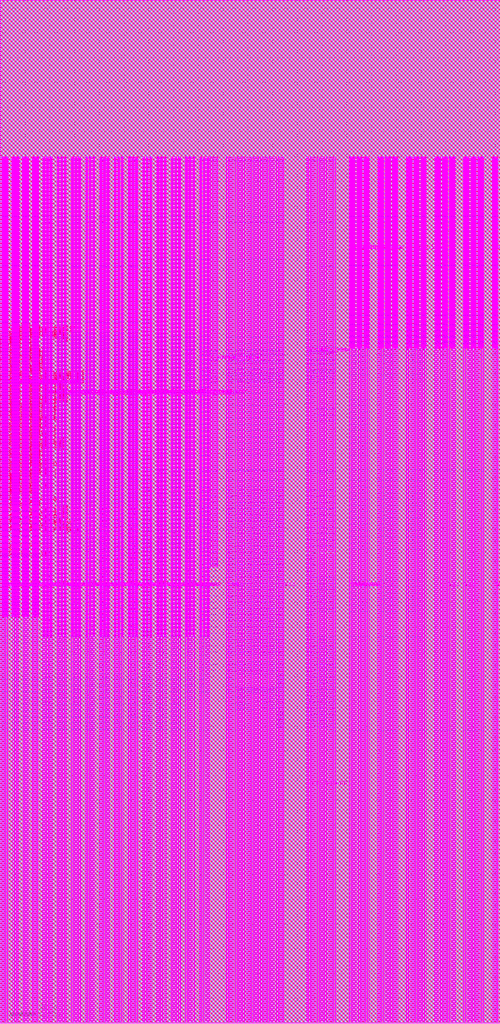
<source format=lef>
VERSION 5.8 ;
BUSBITCHARS "[]" ;
DIVIDERCHAR "/" ;

UNITS
	 DATABASE MICRONS 2000 ;
END UNITS
MANUFACTURINGGRID 0.0005 ;

MACRO ringpll
  CLASS BLOCK ;
  ORIGIN 0 0 ;
  FOREIGN ringpll 0 0 ;
  SIZE 201.96 BY 413.28 ;
  SYMMETRY X Y ;
  PIN fz_vcotrim[3]
    DIRECTION INPUT ;
    USE SIGNAL ;
    PORT
      LAYER m6 ;
        RECT 0 222.908 0.292 222.952 ;
    END
  END fz_vcotrim[3]
  PIN fz_vcotrim[1]
    DIRECTION INPUT ;
    USE SIGNAL ;
    PORT
      LAYER m6 ;
        RECT 0 223.088 0.292 223.132 ;
    END
  END fz_vcotrim[1]
  PIN fz_vcotrim[4]
    DIRECTION INPUT ;
    USE SIGNAL ;
    PORT
      LAYER m6 ;
        RECT 0 222.278 0.292 222.322 ;
    END
  END fz_vcotrim[4]
  PIN fz_vcotrim[5]
    DIRECTION INPUT ;
    USE SIGNAL ;
    PORT
      LAYER m6 ;
        RECT 0 221.828 0.292 221.872 ;
    END
  END fz_vcotrim[5]
  PIN fz_vcotrim[6]
    DIRECTION INPUT ;
    USE SIGNAL ;
    PORT
      LAYER m6 ;
        RECT 0 221.648 0.292 221.692 ;
    END
  END fz_vcotrim[6]
  PIN fz_vcotrim[7]
    DIRECTION INPUT ;
    USE SIGNAL ;
    PORT
      LAYER m6 ;
        RECT 0 221.198 0.292 221.242 ;
    END
  END fz_vcotrim[7]
  PIN fz_vcotrim[8]
    DIRECTION INPUT ;
    USE SIGNAL ;
    PORT
      LAYER m6 ;
        RECT 0 221.018 0.292 221.062 ;
    END
  END fz_vcotrim[8]
  PIN fz_vcotrim[9]
    DIRECTION INPUT ;
    USE SIGNAL ;
    PORT
      LAYER m6 ;
        RECT 0 220.568 0.292 220.612 ;
    END
  END fz_vcotrim[9]
  PIN fz_vcotrim[10]
    DIRECTION INPUT ;
    USE SIGNAL ;
    PORT
      LAYER m6 ;
        RECT 0 219.938 0.292 219.982 ;
    END
  END fz_vcotrim[10]
  PIN fz_vcosel
    DIRECTION INPUT ;
    USE SIGNAL ;
    PORT
      LAYER m6 ;
        RECT 0 224.168 0.292 224.212 ;
    END
  END fz_vcosel
  PIN fz_tight_loopb
    DIRECTION INPUT ;
    USE SIGNAL ;
    PORT
      LAYER m6 ;
        RECT 0 223.718 0.292 223.762 ;
    END
  END fz_tight_loopb
  PIN fz_startup[0]
    DIRECTION INPUT ;
    USE SIGNAL ;
    PORT
      LAYER m6 ;
        RECT 0 225.608 0.292 225.652 ;
    END
  END fz_startup[0]
  PIN fz_startup[1]
    DIRECTION INPUT ;
    USE SIGNAL ;
    PORT
      LAYER m6 ;
        RECT 0 226.058 0.292 226.102 ;
    END
  END fz_startup[1]
  PIN fz_startup[3]
    DIRECTION INPUT ;
    USE SIGNAL ;
    PORT
      LAYER m6 ;
        RECT 0 225.428 0.292 225.472 ;
    END
  END fz_startup[3]
  PIN fz_startup[4]
    DIRECTION INPUT ;
    USE SIGNAL ;
    PORT
      LAYER m6 ;
        RECT 0 224.348 0.292 224.392 ;
    END
  END fz_startup[4]
  PIN fz_startup[5]
    DIRECTION INPUT ;
    USE SIGNAL ;
    PORT
      LAYER m6 ;
        RECT 0 224.798 0.292 224.842 ;
    END
  END fz_startup[5]
  PIN fz_startup[2]
    DIRECTION INPUT ;
    USE SIGNAL ;
    PORT
      LAYER m6 ;
        RECT 0 224.978 0.292 225.022 ;
    END
  END fz_startup[2]
  PIN fz_spare[1]
    DIRECTION INPUT ;
    USE SIGNAL ;
    PORT
      LAYER m6 ;
        RECT 0 226.868 0.292 226.912 ;
    END
  END fz_spare[1]
  PIN fz_spare[2]
    DIRECTION INPUT ;
    USE SIGNAL ;
    PORT
      LAYER m6 ;
        RECT 0 227.318 0.292 227.362 ;
    END
  END fz_spare[2]
  PIN fz_spare[3]
    DIRECTION INPUT ;
    USE SIGNAL ;
    PORT
      LAYER m6 ;
        RECT 0 226.238 0.292 226.282 ;
    END
  END fz_spare[3]
  PIN fz_spare[4]
    DIRECTION INPUT ;
    USE SIGNAL ;
    PORT
      LAYER m6 ;
        RECT 0 226.688 0.292 226.732 ;
    END
  END fz_spare[4]
  PIN fz_spare[0]
    DIRECTION INPUT ;
    USE SIGNAL ;
    PORT
      LAYER m6 ;
        RECT 0 227.498 0.292 227.542 ;
    END
  END fz_spare[0]
  PIN fz_skadj[0]
    DIRECTION INPUT ;
    USE SIGNAL ;
    PORT
      LAYER m6 ;
        RECT 0 228.758 0.292 228.802 ;
    END
  END fz_skadj[0]
  PIN fz_skadj[1]
    DIRECTION INPUT ;
    USE SIGNAL ;
    PORT
      LAYER m6 ;
        RECT 0 229.208 0.292 229.252 ;
    END
  END fz_skadj[1]
  PIN fz_skadj[2]
    DIRECTION INPUT ;
    USE SIGNAL ;
    PORT
      LAYER m6 ;
        RECT 0 228.128 0.292 228.172 ;
    END
  END fz_skadj[2]
  PIN fz_skadj[4]
    DIRECTION INPUT ;
    USE SIGNAL ;
    PORT
      LAYER m6 ;
        RECT 0 227.948 0.292 227.992 ;
    END
  END fz_skadj[4]
  PIN fz_pfddly[0]
    DIRECTION INPUT ;
    USE SIGNAL ;
    PORT
      LAYER m6 ;
        RECT 0 229.838 0.292 229.882 ;
    END
  END fz_pfddly[0]
  PIN fz_pfddly[1]
    DIRECTION INPUT ;
    USE SIGNAL ;
    PORT
      LAYER m6 ;
        RECT 0 229.388 0.292 229.432 ;
    END
  END fz_pfddly[1]
  PIN fz_pfd_pw[0]
    DIRECTION INPUT ;
    USE SIGNAL ;
    PORT
      LAYER m6 ;
        RECT 0 230.648 0.292 230.692 ;
    END
  END fz_pfd_pw[0]
  PIN fz_pfd_pw[1]
    DIRECTION INPUT ;
    USE SIGNAL ;
    PORT
      LAYER m6 ;
        RECT 0 230.468 0.292 230.512 ;
    END
  END fz_pfd_pw[1]
  PIN fz_pfd_pw[2]
    DIRECTION INPUT ;
    USE SIGNAL ;
    PORT
      LAYER m6 ;
        RECT 0 230.018 0.292 230.062 ;
    END
  END fz_pfd_pw[2]
  PIN fz_skadj[3]
    DIRECTION INPUT ;
    USE SIGNAL ;
    PORT
      LAYER m6 ;
        RECT 0 228.578 0.292 228.622 ;
    END
  END fz_skadj[3]
  PIN fz_nopfdpwrgate
    DIRECTION INPUT ;
    USE SIGNAL ;
    PORT
      LAYER m6 ;
        RECT 0 231.098 0.292 231.142 ;
    END
  END fz_nopfdpwrgate
  PIN fz_lpfclksel
    DIRECTION INPUT ;
    USE SIGNAL ;
    PORT
      LAYER m6 ;
        RECT 0 231.728 0.292 231.772 ;
    END
  END fz_lpfclksel
  PIN fz_lockthresh[1]
    DIRECTION INPUT ;
    USE SIGNAL ;
    PORT
      LAYER m6 ;
        RECT 0 232.358 0.292 232.402 ;
    END
  END fz_lockthresh[1]
  PIN fz_lockthresh[2]
    DIRECTION INPUT ;
    USE SIGNAL ;
    PORT
      LAYER m6 ;
        RECT 0 231.908 0.292 231.952 ;
    END
  END fz_lockthresh[2]
  PIN fz_lockthresh[3]
    DIRECTION INPUT ;
    USE SIGNAL ;
    PORT
      LAYER m6 ;
        RECT 0 231.278 0.292 231.322 ;
    END
  END fz_lockthresh[3]
  PIN fz_lockstickyb
    DIRECTION INPUT ;
    USE SIGNAL ;
    PORT
      LAYER m6 ;
        RECT 0 232.538 0.292 232.582 ;
    END
  END fz_lockstickyb
  PIN fz_lockforce
    DIRECTION INPUT ;
    USE SIGNAL ;
    PORT
      LAYER m6 ;
        RECT 0 233.168 0.292 233.212 ;
    END
  END fz_lockforce
  PIN fz_lockcnt[0]
    DIRECTION INPUT ;
    USE SIGNAL ;
    PORT
      LAYER m6 ;
        RECT 0 234.248 0.292 234.292 ;
    END
  END fz_lockcnt[0]
  PIN fz_lockcnt[1]
    DIRECTION INPUT ;
    USE SIGNAL ;
    PORT
      LAYER m6 ;
        RECT 0 233.798 0.292 233.842 ;
    END
  END fz_lockcnt[1]
  PIN fz_lockcnt[2]
    DIRECTION INPUT ;
    USE SIGNAL ;
    PORT
      LAYER m6 ;
        RECT 0 233.618 0.292 233.662 ;
    END
  END fz_lockcnt[2]
  PIN fz_irefgen[0]
    DIRECTION INPUT ;
    USE SIGNAL ;
    PORT
      LAYER m6 ;
        RECT 0 235.688 0.292 235.732 ;
    END
  END fz_irefgen[0]
  PIN fz_irefgen[1]
    DIRECTION INPUT ;
    USE SIGNAL ;
    PORT
      LAYER m6 ;
        RECT 0 235.058 0.292 235.102 ;
    END
  END fz_irefgen[1]
  PIN fz_irefgen[2]
    DIRECTION INPUT ;
    USE SIGNAL ;
    PORT
      LAYER m6 ;
        RECT 0 235.508 0.292 235.552 ;
    END
  END fz_irefgen[2]
  PIN fz_irefgen[3]
    DIRECTION INPUT ;
    USE SIGNAL ;
    PORT
      LAYER m6 ;
        RECT 0 234.878 0.292 234.922 ;
    END
  END fz_irefgen[3]
  PIN fz_irefgen[4]
    DIRECTION INPUT ;
    USE SIGNAL ;
    PORT
      LAYER m6 ;
        RECT 0 234.428 0.292 234.472 ;
    END
  END fz_irefgen[4]
  PIN fz_dca_ctrl[0]
    DIRECTION INPUT ;
    USE SIGNAL ;
    PORT
      LAYER m6 ;
        RECT 0 238.028 0.292 238.072 ;
    END
  END fz_dca_ctrl[0]
  PIN fz_dca_ctrl[1]
    DIRECTION INPUT ;
    USE SIGNAL ;
    PORT
      LAYER m6 ;
        RECT 0 237.398 0.292 237.442 ;
    END
  END fz_dca_ctrl[1]
  PIN fz_dca_ctrl[2]
    DIRECTION INPUT ;
    USE SIGNAL ;
    PORT
      LAYER m6 ;
        RECT 0 236.948 0.292 236.992 ;
    END
  END fz_dca_ctrl[2]
  PIN fz_dca_ctrl[3]
    DIRECTION INPUT ;
    USE SIGNAL ;
    PORT
      LAYER m6 ;
        RECT 0 236.318 0.292 236.362 ;
    END
  END fz_dca_ctrl[3]
  PIN fz_dca_ctrl[4]
    DIRECTION INPUT ;
    USE SIGNAL ;
    PORT
      LAYER m6 ;
        RECT 0 236.768 0.292 236.812 ;
    END
  END fz_dca_ctrl[4]
  PIN fz_dca_ctrl[5]
    DIRECTION INPUT ;
    USE SIGNAL ;
    PORT
      LAYER m6 ;
        RECT 0 236.138 0.292 236.182 ;
    END
  END fz_dca_ctrl[5]
  PIN fz_dca_cb[1]
    DIRECTION INPUT ;
    USE SIGNAL ;
    PORT
      LAYER m6 ;
        RECT 0 237.578 0.292 237.622 ;
    END
  END fz_dca_cb[1]
  PIN fz_lockthresh[0]
    DIRECTION INPUT ;
    USE SIGNAL ;
    PORT
      LAYER m6 ;
        RECT 0 232.988 0.292 233.032 ;
    END
  END fz_lockthresh[0]
  PIN fz_cpnbias[0]
    DIRECTION INPUT ;
    USE SIGNAL ;
    PORT
      LAYER m6 ;
        RECT 0 239.288 0.292 239.332 ;
    END
  END fz_cpnbias[0]
  PIN fz_cpnbias[1]
    DIRECTION INPUT ;
    USE SIGNAL ;
    PORT
      LAYER m6 ;
        RECT 0 238.658 0.292 238.702 ;
    END
  END fz_cpnbias[1]
  PIN fz_cp2trim[0]
    DIRECTION INPUT ;
    USE SIGNAL ;
    PORT
      LAYER m6 ;
        RECT 0 240.548 0.292 240.592 ;
    END
  END fz_cp2trim[0]
  PIN fz_dca_cb[0]
    DIRECTION INPUT ;
    USE SIGNAL ;
    PORT
      LAYER m6 ;
        RECT 0 238.208 0.292 238.252 ;
    END
  END fz_dca_cb[0]
  PIN fz_cp2trim[1]
    DIRECTION INPUT ;
    USE SIGNAL ;
    PORT
      LAYER m6 ;
        RECT 0 240.098 0.292 240.142 ;
    END
  END fz_cp2trim[1]
  PIN fz_cp2trim[3]
    DIRECTION INPUT ;
    USE SIGNAL ;
    PORT
      LAYER m6 ;
        RECT 0 239.468 0.292 239.512 ;
    END
  END fz_cp2trim[3]
  PIN fz_cp2trim[4]
    DIRECTION INPUT ;
    USE SIGNAL ;
    PORT
      LAYER m6 ;
        RECT 0 238.838 0.292 238.882 ;
    END
  END fz_cp2trim[4]
  PIN fz_cp1trim[0]
    DIRECTION INPUT ;
    USE SIGNAL ;
    PORT
      LAYER m6 ;
        RECT 0 242.438 0.292 242.482 ;
    END
  END fz_cp1trim[0]
  PIN fz_cp1trim[1]
    DIRECTION INPUT ;
    USE SIGNAL ;
    PORT
      LAYER m6 ;
        RECT 0 241.358 0.292 241.402 ;
    END
  END fz_cp1trim[1]
  PIN fz_cp1trim[2]
    DIRECTION INPUT ;
    USE SIGNAL ;
    PORT
      LAYER m6 ;
        RECT 0 241.808 0.292 241.852 ;
    END
  END fz_cp1trim[2]
  PIN fz_cp1trim[3]
    DIRECTION INPUT ;
    USE SIGNAL ;
    PORT
      LAYER m6 ;
        RECT 0 240.728 0.292 240.772 ;
    END
  END fz_cp1trim[3]
  PIN fz_cp1trim[4]
    DIRECTION INPUT ;
    USE SIGNAL ;
    PORT
      LAYER m6 ;
        RECT 0 241.178 0.292 241.222 ;
    END
  END fz_cp1trim[4]
  PIN fz_cp2trim[2]
    DIRECTION INPUT ;
    USE SIGNAL ;
    PORT
      LAYER m6 ;
        RECT 0 239.918 0.292 239.962 ;
    END
  END fz_cp2trim[2]
  PIN clkpll
    DIRECTION OUTPUT ;
    USE SIGNAL ;
    PORT
      LAYER m6 ;
        RECT 0 190.328 0.292 190.372 ;
    END
  END clkpll
  PIN clkpll0
    DIRECTION OUTPUT ;
    USE SIGNAL ;
    PORT
      LAYER m6 ;
        RECT 0 189.878 0.292 189.922 ;
    END
  END clkpll0
  PIN clkpll1
    DIRECTION OUTPUT ;
    USE SIGNAL ;
    PORT
      LAYER m6 ;
        RECT 0 188.618 0.292 188.662 ;
    END
  END clkpll1
  PIN lock
    DIRECTION OUTPUT ;
    USE SIGNAL ;
    PORT
      LAYER m6 ;
        RECT 0 210.488 0.292 210.532 ;
    END
  END lock
  PIN view_dig_out[0]
    DIRECTION OUTPUT ;
    USE SIGNAL ;
    PORT
      LAYER m6 ;
        RECT 0 209.678 0.292 209.722 ;
    END
  END view_dig_out[0]
  PIN view_dig_out[1]
    DIRECTION OUTPUT ;
    USE SIGNAL ;
    PORT
      LAYER m6 ;
        RECT 0 209.858 0.292 209.902 ;
    END
  END view_dig_out[1]
  PIN clkpostdist
    DIRECTION INPUT ;
    USE SIGNAL ;
    PORT
      LAYER m6 ;
        RECT 0 191.138 0.292 191.182 ;
    END
  END clkpostdist
  PIN idvdisable_bo
    DIRECTION OUTPUT ;
    USE SIGNAL ;
    PORT
      LAYER m6 ;
        RECT 0 214.808 0.292 214.852 ;
    END
  END idvdisable_bo
  PIN idvfreqao
    DIRECTION OUTPUT ;
    USE SIGNAL ;
    PORT
      LAYER m6 ;
        RECT 0 214.178 0.292 214.222 ;
    END
  END idvfreqao
  PIN idvfreqbo
    DIRECTION OUTPUT ;
    USE SIGNAL ;
    PORT
      LAYER m6 ;
        RECT 0 213.638 0.292 213.682 ;
    END
  END idvfreqbo
  PIN idvpulseo
    DIRECTION OUTPUT ;
    USE SIGNAL ;
    PORT
      LAYER m6 ;
        RECT 0 213.008 0.292 213.052 ;
    END
  END idvpulseo
  PIN idvtclko
    DIRECTION OUTPUT ;
    USE SIGNAL ;
    PORT
      LAYER m6 ;
        RECT 0 213.458 0.292 213.502 ;
    END
  END idvtclko
  PIN idvtctrlo
    DIRECTION OUTPUT ;
    USE SIGNAL ;
    PORT
      LAYER m6 ;
        RECT 0 212.828 0.292 212.872 ;
    END
  END idvtctrlo
  PIN idvtdo
    DIRECTION OUTPUT ;
    USE SIGNAL ;
    PORT
      LAYER m6 ;
        RECT 0 212.378 0.292 212.422 ;
    END
  END idvtdo
  PIN idvtreso
    DIRECTION OUTPUT ;
    USE SIGNAL ;
    PORT
      LAYER m6 ;
        RECT 0 211.658 0.292 211.702 ;
    END
  END idvtreso
  PIN tdo
    DIRECTION OUTPUT ;
    USE SIGNAL ;
    PORT
      LAYER m6 ;
        RECT 0 212.198 0.292 212.242 ;
    END
  END tdo
  PIN viewanabus[0]
    DIRECTION OUTPUT ;
    USE SIGNAL ;
    PORT
      LAYER m6 ;
        RECT 0 207.518 0.292 207.562 ;
    END
  END viewanabus[0]
  PIN viewanabus[1]
    DIRECTION OUTPUT ;
    USE SIGNAL ;
    PORT
      LAYER m6 ;
        RECT 0 207.788 0.292 207.832 ;
    END
  END viewanabus[1]
  PIN ssc_frac_step[0]
    DIRECTION INPUT ;
    USE SIGNAL ;
    PORT
      LAYER m6 ;
        RECT 0 257.108 0.292 257.152 ;
    END
  END ssc_frac_step[0]
  PIN ssc_frac_step[1]
    DIRECTION INPUT ;
    USE SIGNAL ;
    PORT
      LAYER m6 ;
        RECT 0 256.478 0.292 256.522 ;
    END
  END ssc_frac_step[1]
  PIN ssc_frac_step[2]
    DIRECTION INPUT ;
    USE SIGNAL ;
    PORT
      LAYER m6 ;
        RECT 0 256.928 0.292 256.972 ;
    END
  END ssc_frac_step[2]
  PIN ssc_frac_step[3]
    DIRECTION INPUT ;
    USE SIGNAL ;
    PORT
      LAYER m6 ;
        RECT 0 256.298 0.292 256.342 ;
    END
  END ssc_frac_step[3]
  PIN ssc_frac_step[4]
    DIRECTION INPUT ;
    USE SIGNAL ;
    PORT
      LAYER m6 ;
        RECT 0 255.848 0.292 255.892 ;
    END
  END ssc_frac_step[4]
  PIN ssc_frac_step[6]
    DIRECTION INPUT ;
    USE SIGNAL ;
    PORT
      LAYER m6 ;
        RECT 0 255.668 0.292 255.712 ;
    END
  END ssc_frac_step[6]
  PIN ssc_frac_step[7]
    DIRECTION INPUT ;
    USE SIGNAL ;
    PORT
      LAYER m6 ;
        RECT 0 255.038 0.292 255.082 ;
    END
  END ssc_frac_step[7]
  PIN ssc_frac_step[5]
    DIRECTION INPUT ;
    USE SIGNAL ;
    PORT
      LAYER m6 ;
        RECT 0 255.218 0.292 255.262 ;
    END
  END ssc_frac_step[5]
  PIN ssc_frac_step[9]
    DIRECTION INPUT ;
    USE SIGNAL ;
    PORT
      LAYER m6 ;
        RECT 0 253.958 0.292 254.002 ;
    END
  END ssc_frac_step[9]
  PIN ssc_frac_step[10]
    DIRECTION INPUT ;
    USE SIGNAL ;
    PORT
      LAYER m6 ;
        RECT 0 254.408 0.292 254.452 ;
    END
  END ssc_frac_step[10]
  PIN ssc_frac_step[11]
    DIRECTION INPUT ;
    USE SIGNAL ;
    PORT
      LAYER m6 ;
        RECT 0 253.778 0.292 253.822 ;
    END
  END ssc_frac_step[11]
  PIN ssc_frac_step[12]
    DIRECTION INPUT ;
    USE SIGNAL ;
    PORT
      LAYER m6 ;
        RECT 0 253.328 0.292 253.372 ;
    END
  END ssc_frac_step[12]
  PIN ssc_frac_step[13]
    DIRECTION INPUT ;
    USE SIGNAL ;
    PORT
      LAYER m6 ;
        RECT 0 252.698 0.292 252.742 ;
    END
  END ssc_frac_step[13]
  PIN ssc_frac_step[14]
    DIRECTION INPUT ;
    USE SIGNAL ;
    PORT
      LAYER m6 ;
        RECT 0 253.148 0.292 253.192 ;
    END
  END ssc_frac_step[14]
  PIN ssc_frac_step[15]
    DIRECTION INPUT ;
    USE SIGNAL ;
    PORT
      LAYER m6 ;
        RECT 0 252.518 0.292 252.562 ;
    END
  END ssc_frac_step[15]
  PIN ssc_frac_step[16]
    DIRECTION INPUT ;
    USE SIGNAL ;
    PORT
      LAYER m6 ;
        RECT 0 252.068 0.292 252.112 ;
    END
  END ssc_frac_step[16]
  PIN ssc_frac_step[17]
    DIRECTION INPUT ;
    USE SIGNAL ;
    PORT
      LAYER m6 ;
        RECT 0 251.438 0.292 251.482 ;
    END
  END ssc_frac_step[17]
  PIN ssc_frac_step[18]
    DIRECTION INPUT ;
    USE SIGNAL ;
    PORT
      LAYER m6 ;
        RECT 0 251.888 0.292 251.932 ;
    END
  END ssc_frac_step[18]
  PIN ssc_frac_step[8]
    DIRECTION INPUT ;
    USE SIGNAL ;
    PORT
      LAYER m6 ;
        RECT 0 254.588 0.292 254.632 ;
    END
  END ssc_frac_step[8]
  PIN ssc_frac_step[19]
    DIRECTION INPUT ;
    USE SIGNAL ;
    PORT
      LAYER m6 ;
        RECT 0 251.258 0.292 251.302 ;
    END
  END ssc_frac_step[19]
  PIN ssc_frac_step[21]
    DIRECTION INPUT ;
    USE SIGNAL ;
    PORT
      LAYER m6 ;
        RECT 0 250.178 0.292 250.222 ;
    END
  END ssc_frac_step[21]
  PIN ssc_frac_step[22]
    DIRECTION INPUT ;
    USE SIGNAL ;
    PORT
      LAYER m6 ;
        RECT 0 250.628 0.292 250.672 ;
    END
  END ssc_frac_step[22]
  PIN ssc_frac_step[23]
    DIRECTION INPUT ;
    USE SIGNAL ;
    PORT
      LAYER m6 ;
        RECT 0 249.998 0.292 250.042 ;
    END
  END ssc_frac_step[23]
  PIN ssc_en
    DIRECTION INPUT ;
    USE SIGNAL ;
    PORT
      LAYER m6 ;
        RECT 0 257.558 0.292 257.602 ;
    END
  END ssc_en
  PIN ssc_cyc_to_peak_m1[0]
    DIRECTION INPUT ;
    USE SIGNAL ;
    PORT
      LAYER m6 ;
        RECT 0 260.258 0.292 260.302 ;
    END
  END ssc_cyc_to_peak_m1[0]
  PIN ssc_cyc_to_peak_m1[1]
    DIRECTION INPUT ;
    USE SIGNAL ;
    PORT
      LAYER m6 ;
        RECT 0 259.628 0.292 259.672 ;
    END
  END ssc_cyc_to_peak_m1[1]
  PIN ssc_cyc_to_peak_m1[2]
    DIRECTION INPUT ;
    USE SIGNAL ;
    PORT
      LAYER m6 ;
        RECT 0 260.078 0.292 260.122 ;
    END
  END ssc_cyc_to_peak_m1[2]
  PIN ssc_cyc_to_peak_m1[3]
    DIRECTION INPUT ;
    USE SIGNAL ;
    PORT
      LAYER m6 ;
        RECT 0 259.448 0.292 259.492 ;
    END
  END ssc_cyc_to_peak_m1[3]
  PIN ssc_cyc_to_peak_m1[4]
    DIRECTION INPUT ;
    USE SIGNAL ;
    PORT
      LAYER m6 ;
        RECT 0 258.998 0.292 259.042 ;
    END
  END ssc_cyc_to_peak_m1[4]
  PIN ssc_frac_step[20]
    DIRECTION INPUT ;
    USE SIGNAL ;
    PORT
      LAYER m6 ;
        RECT 0 250.808 0.292 250.852 ;
    END
  END ssc_frac_step[20]
  PIN ssc_cyc_to_peak_m1[5]
    DIRECTION INPUT ;
    USE SIGNAL ;
    PORT
      LAYER m6 ;
        RECT 0 258.818 0.292 258.862 ;
    END
  END ssc_cyc_to_peak_m1[5]
  PIN ssc_cyc_to_peak_m1[7]
    DIRECTION INPUT ;
    USE SIGNAL ;
    PORT
      LAYER m6 ;
        RECT 0 258.188 0.292 258.232 ;
    END
  END ssc_cyc_to_peak_m1[7]
  PIN ssc_cyc_to_peak_m1[8]
    DIRECTION INPUT ;
    USE SIGNAL ;
    PORT
      LAYER m6 ;
        RECT 0 257.738 0.292 257.782 ;
    END
  END ssc_cyc_to_peak_m1[8]
  PIN mash_order_plus_one
    DIRECTION INPUT ;
    USE SIGNAL ;
    PORT
      LAYER m6 ;
        RECT 0 260.708 0.292 260.752 ;
    END
  END mash_order_plus_one
  PIN mdiv_ratio[0]
    DIRECTION INPUT ;
    USE SIGNAL ;
    PORT
      LAYER m6 ;
        RECT 0 262.598 0.292 262.642 ;
    END
  END mdiv_ratio[0]
  PIN ssc_cyc_to_peak_m1[6]
    DIRECTION INPUT ;
    USE SIGNAL ;
    PORT
      LAYER m6 ;
        RECT 0 258.368 0.292 258.412 ;
    END
  END ssc_cyc_to_peak_m1[6]
  PIN mdiv_ratio[2]
    DIRECTION INPUT ;
    USE SIGNAL ;
    PORT
      LAYER m6 ;
        RECT 0 261.968 0.292 262.012 ;
    END
  END mdiv_ratio[2]
  PIN mdiv_ratio[3]
    DIRECTION INPUT ;
    USE SIGNAL ;
    PORT
      LAYER m6 ;
        RECT 0 261.518 0.292 261.562 ;
    END
  END mdiv_ratio[3]
  PIN mdiv_ratio[4]
    DIRECTION INPUT ;
    USE SIGNAL ;
    PORT
      LAYER m6 ;
        RECT 0 261.338 0.292 261.382 ;
    END
  END mdiv_ratio[4]
  PIN mdiv_ratio[5]
    DIRECTION INPUT ;
    USE SIGNAL ;
    PORT
      LAYER m6 ;
        RECT 0 260.888 0.292 260.932 ;
    END
  END mdiv_ratio[5]
  PIN mdiv_ratio[1]
    DIRECTION INPUT ;
    USE SIGNAL ;
    PORT
      LAYER m6 ;
        RECT 0 262.148 0.292 262.192 ;
    END
  END mdiv_ratio[1]
  PIN fraction[1]
    DIRECTION INPUT ;
    USE SIGNAL ;
    PORT
      LAYER m6 ;
        RECT 0 270.158 0.292 270.202 ;
    END
  END fraction[1]
  PIN fraction[2]
    DIRECTION INPUT ;
    USE SIGNAL ;
    PORT
      LAYER m6 ;
        RECT 0 269.078 0.292 269.122 ;
    END
  END fraction[2]
  PIN fraction[0]
    DIRECTION INPUT ;
    USE SIGNAL ;
    PORT
      LAYER m6 ;
        RECT 0 269.708 0.292 269.752 ;
    END
  END fraction[0]
  PIN fraction[4]
    DIRECTION INPUT ;
    USE SIGNAL ;
    PORT
      LAYER m6 ;
        RECT 0 268.448 0.292 268.492 ;
    END
  END fraction[4]
  PIN fraction[5]
    DIRECTION INPUT ;
    USE SIGNAL ;
    PORT
      LAYER m6 ;
        RECT 0 268.898 0.292 268.942 ;
    END
  END fraction[5]
  PIN fraction[3]
    DIRECTION INPUT ;
    USE SIGNAL ;
    PORT
      LAYER m6 ;
        RECT 0 269.528 0.292 269.572 ;
    END
  END fraction[3]
  PIN fraction[7]
    DIRECTION INPUT ;
    USE SIGNAL ;
    PORT
      LAYER m6 ;
        RECT 0 268.268 0.292 268.312 ;
    END
  END fraction[7]
  PIN fraction[8]
    DIRECTION INPUT ;
    USE SIGNAL ;
    PORT
      LAYER m6 ;
        RECT 0 267.188 0.292 267.232 ;
    END
  END fraction[8]
  PIN fraction[9]
    DIRECTION INPUT ;
    USE SIGNAL ;
    PORT
      LAYER m6 ;
        RECT 0 267.638 0.292 267.682 ;
    END
  END fraction[9]
  PIN fraction[10]
    DIRECTION INPUT ;
    USE SIGNAL ;
    PORT
      LAYER m6 ;
        RECT 0 266.558 0.292 266.602 ;
    END
  END fraction[10]
  PIN fraction[11]
    DIRECTION INPUT ;
    USE SIGNAL ;
    PORT
      LAYER m6 ;
        RECT 0 267.008 0.292 267.052 ;
    END
  END fraction[11]
  PIN fraction[12]
    DIRECTION INPUT ;
    USE SIGNAL ;
    PORT
      LAYER m6 ;
        RECT 0 265.928 0.292 265.972 ;
    END
  END fraction[12]
  PIN fraction[6]
    DIRECTION INPUT ;
    USE SIGNAL ;
    PORT
      LAYER m6 ;
        RECT 0 267.818 0.292 267.862 ;
    END
  END fraction[6]
  PIN fraction[14]
    DIRECTION INPUT ;
    USE SIGNAL ;
    PORT
      LAYER m6 ;
        RECT 0 265.298 0.292 265.342 ;
    END
  END fraction[14]
  PIN fraction[15]
    DIRECTION INPUT ;
    USE SIGNAL ;
    PORT
      LAYER m6 ;
        RECT 0 265.748 0.292 265.792 ;
    END
  END fraction[15]
  PIN fraction[16]
    DIRECTION INPUT ;
    USE SIGNAL ;
    PORT
      LAYER m6 ;
        RECT 0 264.668 0.292 264.712 ;
    END
  END fraction[16]
  PIN fraction[17]
    DIRECTION INPUT ;
    USE SIGNAL ;
    PORT
      LAYER m6 ;
        RECT 0 265.118 0.292 265.162 ;
    END
  END fraction[17]
  PIN fraction[18]
    DIRECTION INPUT ;
    USE SIGNAL ;
    PORT
      LAYER m6 ;
        RECT 0 264.038 0.292 264.082 ;
    END
  END fraction[18]
  PIN fraction[13]
    DIRECTION INPUT ;
    USE SIGNAL ;
    PORT
      LAYER m6 ;
        RECT 0 266.378 0.292 266.422 ;
    END
  END fraction[13]
  PIN fraction[20]
    DIRECTION INPUT ;
    USE SIGNAL ;
    PORT
      LAYER m6 ;
        RECT 0 263.408 0.292 263.452 ;
    END
  END fraction[20]
  PIN fraction[21]
    DIRECTION INPUT ;
    USE SIGNAL ;
    PORT
      LAYER m6 ;
        RECT 0 263.858 0.292 263.902 ;
    END
  END fraction[21]
  PIN fraction[22]
    DIRECTION INPUT ;
    USE SIGNAL ;
    PORT
      LAYER m6 ;
        RECT 0 262.778 0.292 262.822 ;
    END
  END fraction[22]
  PIN fraction[19]
    DIRECTION INPUT ;
    USE SIGNAL ;
    PORT
      LAYER m6 ;
        RECT 0 264.488 0.292 264.532 ;
    END
  END fraction[19]
  PIN fraction[23]
    DIRECTION INPUT ;
    USE SIGNAL ;
    PORT
      LAYER m6 ;
        RECT 0 263.228 0.292 263.272 ;
    END
  END fraction[23]
  PIN ratio[1]
    DIRECTION INPUT ;
    USE SIGNAL ;
    PORT
      LAYER m6 ;
        RECT 0 270.788 0.292 270.832 ;
    END
  END ratio[1]
  PIN ratio[2]
    DIRECTION INPUT ;
    USE SIGNAL ;
    PORT
      LAYER m6 ;
        RECT 0 270.968 0.292 271.012 ;
    END
  END ratio[2]
  PIN ratio[3]
    DIRECTION INPUT ;
    USE SIGNAL ;
    PORT
      LAYER m6 ;
        RECT 0 271.418 0.292 271.462 ;
    END
  END ratio[3]
  PIN ratio[4]
    DIRECTION INPUT ;
    USE SIGNAL ;
    PORT
      LAYER m6 ;
        RECT 0 271.598 0.292 271.642 ;
    END
  END ratio[4]
  PIN ratio[0]
    DIRECTION INPUT ;
    USE SIGNAL ;
    PORT
      LAYER m6 ;
        RECT 0 270.338 0.292 270.382 ;
    END
  END ratio[0]
  PIN ratio[5]
    DIRECTION INPUT ;
    USE SIGNAL ;
    PORT
      LAYER m6 ;
        RECT 0 272.048 0.292 272.092 ;
    END
  END ratio[5]
  PIN ratio[6]
    DIRECTION INPUT ;
    USE SIGNAL ;
    PORT
      LAYER m6 ;
        RECT 0 272.228 0.292 272.272 ;
    END
  END ratio[6]
  PIN ratio[8]
    DIRECTION INPUT ;
    USE SIGNAL ;
    PORT
      LAYER m6 ;
        RECT 0 272.858 0.292 272.902 ;
    END
  END ratio[8]
  PIN ratio[9]
    DIRECTION INPUT ;
    USE SIGNAL ;
    PORT
      LAYER m6 ;
        RECT 0 273.308 0.292 273.352 ;
    END
  END ratio[9]
  PIN ratio[7]
    DIRECTION INPUT ;
    USE SIGNAL ;
    PORT
      LAYER m6 ;
        RECT 0 272.678 0.292 272.722 ;
    END
  END ratio[7]
  PIN pllfwen_b
    DIRECTION INPUT ;
    USE SIGNAL ;
    PORT
      LAYER m6 ;
        RECT 0 273.938 0.292 273.982 ;
    END
  END pllfwen_b
  PIN fz_vcotrim[0]
    DIRECTION INPUT ;
    USE SIGNAL ;
    PORT
      LAYER m6 ;
        RECT 0 223.538 0.292 223.582 ;
    END
  END fz_vcotrim[0]
  PIN bypass
    DIRECTION INPUT ;
    USE SIGNAL ;
    PORT
      LAYER m6 ;
        RECT 0 274.118 0.292 274.162 ;
    END
  END bypass
  PIN clkref
    DIRECTION INPUT ;
    USE SIGNAL ;
    PORT
      LAYER m6 ;
        RECT 0 201.218 0.292 201.262 ;
    END
  END clkref
  PIN pllen
    DIRECTION INPUT ;
    USE SIGNAL ;
    PORT
      LAYER m6 ;
        RECT 0 273.488 0.292 273.532 ;
    END
  END pllen
  PIN tshiftdr
    DIRECTION INPUT ;
    USE SIGNAL ;
    PORT
      LAYER m6 ;
        RECT 0 215.528 0.292 215.572 ;
    END
  END tshiftdr
  PIN trst_n
    DIRECTION INPUT ;
    USE SIGNAL ;
    PORT
      LAYER m6 ;
        RECT 0 216.158 0.292 216.202 ;
    END
  END trst_n
  PIN treg_en
    DIRECTION INPUT ;
    USE SIGNAL ;
    PORT
      LAYER m6 ;
        RECT 0 215.978 0.292 216.022 ;
    END
  END treg_en
  PIN tdi
    DIRECTION INPUT ;
    USE SIGNAL ;
    PORT
      LAYER m6 ;
        RECT 0 216.608 0.292 216.652 ;
    END
  END tdi
  PIN tupdatedr
    DIRECTION INPUT ;
    USE SIGNAL ;
    PORT
      LAYER m6 ;
        RECT 0 215.348 0.292 215.392 ;
    END
  END tupdatedr
  PIN idvtresi
    DIRECTION INPUT ;
    USE SIGNAL ;
    PORT
      LAYER m6 ;
        RECT 0 217.418 0.292 217.462 ;
    END
  END idvtresi
  PIN idvtdi
    DIRECTION INPUT ;
    USE SIGNAL ;
    PORT
      LAYER m6 ;
        RECT 0 218.048 0.292 218.092 ;
    END
  END idvtdi
  PIN idvtctrli
    DIRECTION INPUT ;
    USE SIGNAL ;
    PORT
      LAYER m6 ;
        RECT 0 218.498 0.292 218.542 ;
    END
  END idvtctrli
  PIN idvtclki
    DIRECTION INPUT ;
    USE SIGNAL ;
    PORT
      LAYER m6 ;
        RECT 0 219.128 0.292 219.172 ;
    END
  END idvtclki
  PIN idvpulsei
    DIRECTION INPUT ;
    USE SIGNAL ;
    PORT
      LAYER m6 ;
        RECT 0 218.678 0.292 218.722 ;
    END
  END idvpulsei
  PIN tck
    DIRECTION INPUT ;
    USE SIGNAL ;
    PORT
      LAYER m6 ;
        RECT 0 217.868 0.292 217.912 ;
    END
  END tck
  PIN idvfreqbi
    DIRECTION INPUT ;
    USE SIGNAL ;
    PORT
      LAYER m6 ;
        RECT 0 219.308 0.292 219.352 ;
    END
  END idvfreqbi
  PIN idvfreqai
    DIRECTION INPUT ;
    USE SIGNAL ;
    PORT
      LAYER m6 ;
        RECT 0 219.758 0.292 219.802 ;
    END
  END idvfreqai
  PIN idvdisable_bi
    DIRECTION INPUT ;
    USE SIGNAL ;
    PORT
      LAYER m6 ;
        RECT 0 220.388 0.292 220.432 ;
    END
  END idvdisable_bi
  PIN fz_vcotrim[2]
    DIRECTION INPUT ;
    USE SIGNAL ;
    PORT
      LAYER m6 ;
        RECT 0 222.458 0.292 222.502 ;
    END
  END fz_vcotrim[2]
  PIN ldo_enable
    DIRECTION INPUT ;
    USE SIGNAL ;
    PORT
      LAYER m6 ;
        RECT 0 279.248 0.292 279.292 ;
    END
  END ldo_enable
  PIN fz_ldo_reftrim[0]
    DIRECTION INPUT ;
    USE SIGNAL ;
    PORT
      LAYER m6 ;
        RECT 0 275.198 0.292 275.242 ;
    END
  END fz_ldo_reftrim[0]
  PIN fz_ldo_reftrim[1]
    DIRECTION INPUT ;
    USE SIGNAL ;
    PORT
      LAYER m6 ;
        RECT 0 274.748 0.292 274.792 ;
    END
  END fz_ldo_reftrim[1]
  PIN fz_ldo_reftrim[2]
    DIRECTION INPUT ;
    USE SIGNAL ;
    PORT
      LAYER m6 ;
        RECT 0 275.378 0.292 275.422 ;
    END
  END fz_ldo_reftrim[2]
  PIN fz_ldo_reftrim[3]
    DIRECTION INPUT ;
    USE SIGNAL ;
    PORT
      LAYER m6 ;
        RECT 0 275.828 0.292 275.872 ;
    END
  END fz_ldo_reftrim[3]
  PIN fz_ldo_fbtrim[0]
    DIRECTION INPUT ;
    USE SIGNAL ;
    PORT
      LAYER m6 ;
        RECT 0 276.458 0.292 276.502 ;
    END
  END fz_ldo_fbtrim[0]
  PIN fz_ldo_fbtrim[1]
    DIRECTION INPUT ;
    USE SIGNAL ;
    PORT
      LAYER m6 ;
        RECT 0 276.008 0.292 276.052 ;
    END
  END fz_ldo_fbtrim[1]
  PIN fz_ldo_fbtrim[2]
    DIRECTION INPUT ;
    USE SIGNAL ;
    PORT
      LAYER m6 ;
        RECT 0 276.638 0.292 276.682 ;
    END
  END fz_ldo_fbtrim[2]
  PIN fz_ldo_fbtrim[3]
    DIRECTION INPUT ;
    USE SIGNAL ;
    PORT
      LAYER m6 ;
        RECT 0 277.088 0.292 277.132 ;
    END
  END fz_ldo_fbtrim[3]
  PIN ldo_vref
    DIRECTION INPUT ;
    USE SIGNAL ;
    PORT
      LAYER m6 ;
        RECT 0 197.888 0.292 197.932 ;
    END
  END ldo_vref
  PIN fz_ldo_faststart
    DIRECTION INPUT ;
    USE SIGNAL ;
    PORT
      LAYER m6 ;
        RECT 0 277.268 0.292 277.312 ;
    END
  END fz_ldo_faststart
  PIN fz_ldo_extrefsel
    DIRECTION INPUT ;
    USE SIGNAL ;
    PORT
      LAYER m6 ;
        RECT 0 277.718 0.292 277.762 ;
    END
  END fz_ldo_extrefsel
  PIN fz_ldo_bypass
    DIRECTION INPUT ;
    USE SIGNAL ;
    PORT
      LAYER m6 ;
        RECT 0 277.898 0.292 277.942 ;
    END
  END fz_ldo_bypass
  PIN fz_ldo_vinvoltsel[0]
    DIRECTION INPUT ;
    USE SIGNAL ;
    PORT
      LAYER m6 ;
        RECT 0 278.348 0.292 278.392 ;
    END
  END fz_ldo_vinvoltsel[0]
  PIN fz_ldo_vinvoltsel[1]
    DIRECTION INPUT ;
    USE SIGNAL ;
    PORT
      LAYER m6 ;
        RECT 0 278.528 0.292 278.572 ;
    END
  END fz_ldo_vinvoltsel[1]
  PIN zdiv1_ratio_p5
    DIRECTION INPUT ;
    USE SIGNAL ;
    PORT
      LAYER m6 ;
        RECT 0 241.988 0.292 242.032 ;
    END
  END zdiv1_ratio_p5
  PIN zdiv1_ratio[0]
    DIRECTION INPUT ;
    USE SIGNAL ;
    PORT
      LAYER m6 ;
        RECT 0 245.588 0.292 245.632 ;
    END
  END zdiv1_ratio[0]
  PIN zdiv1_ratio[1]
    DIRECTION INPUT ;
    USE SIGNAL ;
    PORT
      LAYER m6 ;
        RECT 0 245.138 0.292 245.182 ;
    END
  END zdiv1_ratio[1]
  PIN zdiv1_ratio[2]
    DIRECTION INPUT ;
    USE SIGNAL ;
    PORT
      LAYER m6 ;
        RECT 0 244.508 0.292 244.552 ;
    END
  END zdiv1_ratio[2]
  PIN zdiv1_ratio[3]
    DIRECTION INPUT ;
    USE SIGNAL ;
    PORT
      LAYER m6 ;
        RECT 0 244.958 0.292 245.002 ;
    END
  END zdiv1_ratio[3]
  PIN zdiv1_ratio[4]
    DIRECTION INPUT ;
    USE SIGNAL ;
    PORT
      LAYER m6 ;
        RECT 0 243.878 0.292 243.922 ;
    END
  END zdiv1_ratio[4]
  PIN zdiv1_ratio[5]
    DIRECTION INPUT ;
    USE SIGNAL ;
    PORT
      LAYER m6 ;
        RECT 0 244.328 0.292 244.372 ;
    END
  END zdiv1_ratio[5]
  PIN zdiv1_ratio[6]
    DIRECTION INPUT ;
    USE SIGNAL ;
    PORT
      LAYER m6 ;
        RECT 0 243.248 0.292 243.292 ;
    END
  END zdiv1_ratio[6]
  PIN zdiv1_ratio[7]
    DIRECTION INPUT ;
    USE SIGNAL ;
    PORT
      LAYER m6 ;
        RECT 0 243.698 0.292 243.742 ;
    END
  END zdiv1_ratio[7]
  PIN zdiv1_ratio[8]
    DIRECTION INPUT ;
    USE SIGNAL ;
    PORT
      LAYER m6 ;
        RECT 0 242.618 0.292 242.662 ;
    END
  END zdiv1_ratio[8]
  PIN zdiv1_ratio[9]
    DIRECTION INPUT ;
    USE SIGNAL ;
    PORT
      LAYER m6 ;
        RECT 0 243.068 0.292 243.112 ;
    END
  END zdiv1_ratio[9]
  PIN zdiv0_ratio_p5
    DIRECTION INPUT ;
    USE SIGNAL ;
    PORT
      LAYER m6 ;
        RECT 0 245.768 0.292 245.812 ;
    END
  END zdiv0_ratio_p5
  PIN zdiv0_ratio[0]
    DIRECTION INPUT ;
    USE SIGNAL ;
    PORT
      LAYER m6 ;
        RECT 0 249.368 0.292 249.412 ;
    END
  END zdiv0_ratio[0]
  PIN zdiv0_ratio[1]
    DIRECTION INPUT ;
    USE SIGNAL ;
    PORT
      LAYER m6 ;
        RECT 0 248.738 0.292 248.782 ;
    END
  END zdiv0_ratio[1]
  PIN zdiv0_ratio[2]
    DIRECTION INPUT ;
    USE SIGNAL ;
    PORT
      LAYER m6 ;
        RECT 0 248.288 0.292 248.332 ;
    END
  END zdiv0_ratio[2]
  PIN zdiv0_ratio[3]
    DIRECTION INPUT ;
    USE SIGNAL ;
    PORT
      LAYER m6 ;
        RECT 0 247.658 0.292 247.702 ;
    END
  END zdiv0_ratio[3]
  PIN zdiv0_ratio[4]
    DIRECTION INPUT ;
    USE SIGNAL ;
    PORT
      LAYER m6 ;
        RECT 0 248.108 0.292 248.152 ;
    END
  END zdiv0_ratio[4]
  PIN zdiv0_ratio[6]
    DIRECTION INPUT ;
    USE SIGNAL ;
    PORT
      LAYER m6 ;
        RECT 0 247.028 0.292 247.072 ;
    END
  END zdiv0_ratio[6]
  PIN zdiv0_ratio[7]
    DIRECTION INPUT ;
    USE SIGNAL ;
    PORT
      LAYER m6 ;
        RECT 0 246.398 0.292 246.442 ;
    END
  END zdiv0_ratio[7]
  PIN zdiv0_ratio[5]
    DIRECTION INPUT ;
    USE SIGNAL ;
    PORT
      LAYER m6 ;
        RECT 0 247.478 0.292 247.522 ;
    END
  END zdiv0_ratio[5]
  PIN zdiv0_ratio[8]
    DIRECTION INPUT ;
    USE SIGNAL ;
    PORT
      LAYER m6 ;
        RECT 0 246.848 0.292 246.892 ;
    END
  END zdiv0_ratio[8]
  PIN zdiv0_ratio[9]
    DIRECTION INPUT ;
    USE SIGNAL ;
    PORT
      LAYER m6 ;
        RECT 0 246.218 0.292 246.262 ;
    END
  END zdiv0_ratio[9]
  PIN vcodiv_ratio[0]
    DIRECTION INPUT ;
    USE SIGNAL ;
    PORT
      LAYER m6 ;
        RECT 0 249.548 0.292 249.592 ;
    END
  END vcodiv_ratio[0]
  PIN vcodiv_ratio[1]
    DIRECTION INPUT ;
    USE SIGNAL ;
    PORT
      LAYER m6 ;
        RECT 0 248.918 0.292 248.962 ;
    END
  END vcodiv_ratio[1]
  PIN idfx_fscan_sdi[2]
    DIRECTION INPUT ;
    USE SIGNAL ;
    PORT
      LAYER m6 ;
        RECT 0 204.998 0.292 205.042 ;
    END
  END idfx_fscan_sdi[2]
  PIN tcapturedr
    DIRECTION INPUT ;
    USE SIGNAL ;
    PORT
      LAYER m6 ;
        RECT 0 216.788 0.292 216.832 ;
    END
  END tcapturedr
  PIN vss
    DIRECTION INPUT ;
    USE GROUND ;
    PORT
      LAYER m7 ;
        RECT 1.35 0.5175 1.53 350.01 ;
    END
    PORT
      LAYER m7 ;
        RECT 0.63 0.5175 0.81 350.01 ;
    END
    PORT
      LAYER m7 ;
        RECT 123.75 0.5175 123.93 189.8285 ;
    END
    PORT
      LAYER m7 ;
        RECT 124.47 0.5175 124.65 189.8285 ;
        RECT 125.19 0.5175 125.37 189.8285 ;
        RECT 125.91 0.5175 126.09 189.8285 ;
        RECT 126.63 0.5175 126.81 189.8285 ;
        RECT 127.35 0.5175 127.53 189.8285 ;
        RECT 128.07 0.5175 128.25 189.8285 ;
        RECT 128.79 0.5175 128.97 189.8285 ;
        RECT 129.51 0.5175 129.69 189.8285 ;
        RECT 130.23 0.5175 130.41 189.8285 ;
        RECT 130.95 0.5175 131.13 189.8285 ;
    END
    PORT
      LAYER m7 ;
        RECT 131.67 0.5175 131.85 189.8285 ;
        RECT 132.39 0.5175 132.57 189.8285 ;
        RECT 133.11 0.5175 133.29 189.8285 ;
        RECT 133.83 0.5175 134.01 189.8285 ;
        RECT 134.55 0.5175 134.73 189.8285 ;
        RECT 135.27 0.5175 135.45 189.8285 ;
    END
    PORT
      LAYER m7 ;
        RECT 153.27 0.5175 153.45 350.01 ;
        RECT 156.15 0.5175 156.33 350.01 ;
        RECT 159.03 0.5175 159.21 350.01 ;
        RECT 164.79 0.5175 164.97 350.01 ;
        RECT 167.67 0.5175 167.85 350.01 ;
        RECT 170.55 0.5175 170.73 350.01 ;
        RECT 176.31 0.5175 176.49 350.01 ;
        RECT 179.19 0.5175 179.37 350.01 ;
        RECT 182.07 0.5175 182.25 350.01 ;
        RECT 187.83 0.5175 188.01 350.01 ;
        RECT 190.71 0.5175 190.89 350.01 ;
        RECT 193.59 0.5175 193.77 350.01 ;
        RECT 199.35 0.5175 199.53 350.01 ;
    END
    PORT
      LAYER m7 ;
        RECT 153.99 0.5175 154.17 350.01 ;
        RECT 156.87 0.5175 157.05 350.01 ;
        RECT 159.75 0.5175 159.93 350.01 ;
        RECT 165.51 0.5175 165.69 350.01 ;
        RECT 168.39 0.5175 168.57 350.01 ;
        RECT 171.27 0.5175 171.45 350.01 ;
        RECT 177.03 0.5175 177.21 350.01 ;
        RECT 179.91 0.5175 180.09 350.01 ;
        RECT 182.79 0.5175 182.97 350.01 ;
        RECT 188.55 0.5175 188.73 350.01 ;
        RECT 191.43 0.5175 191.61 350.01 ;
        RECT 194.31 0.5175 194.49 350.01 ;
        RECT 200.07 0.5175 200.25 350.01 ;
    END
    PORT
      LAYER m7 ;
        RECT 189.99 0.5175 190.17 350.01 ;
        RECT 192.87 0.5175 193.05 350.01 ;
        RECT 198.63 0.5175 198.81 350.01 ;
        RECT 152.55 0.5175 152.73 350.01 ;
        RECT 155.43 0.5175 155.61 350.01 ;
        RECT 158.31 0.5175 158.49 350.01 ;
        RECT 164.07 0.5175 164.25 350.01 ;
        RECT 166.95 0.5175 167.13 350.01 ;
        RECT 169.83 0.5175 170.01 350.01 ;
        RECT 175.59 0.5175 175.77 350.01 ;
        RECT 178.47 0.5175 178.65 350.01 ;
        RECT 181.35 0.5175 181.53 350.01 ;
        RECT 187.11 0.5175 187.29 350.01 ;
    END
    PORT
      LAYER m7 ;
        RECT 102.87 0.5175 103.05 350.01 ;
        RECT 103.59 0.5175 103.77 350.01 ;
        RECT 104.31 0.5175 104.49 350.01 ;
        RECT 105.03 0.5175 105.21 350.01 ;
        RECT 105.75 0.5175 105.93 350.01 ;
        RECT 106.47 0.5175 106.65 350.01 ;
        RECT 107.19 0.5175 107.37 350.01 ;
        RECT 107.91 0.5175 108.09 350.01 ;
        RECT 108.63 0.5175 108.81 350.01 ;
        RECT 109.35 0.5175 109.53 350.01 ;
        RECT 110.07 0.5175 110.25 350.01 ;
        RECT 110.79 0.5175 110.97 350.01 ;
        RECT 111.51 0.5175 111.69 350.01 ;
        RECT 112.23 0.5175 112.41 350.01 ;
        RECT 112.95 0.5175 113.13 350.01 ;
        RECT 113.67 0.5175 113.85 350.01 ;
        RECT 114.39 0.5175 114.57 350.01 ;
    END
    PORT
      LAYER m7 ;
        RECT 143.19 0.5175 143.37 350.01 ;
    END
    PORT
      LAYER m7 ;
        RECT 142.47 0.5175 142.65 350.01 ;
    END
    PORT
      LAYER m7 ;
        RECT 141.75 0.5175 141.93 350.01 ;
    END
    PORT
      LAYER m7 ;
        RECT 141.03 0.5175 141.21 350.01 ;
    END
    PORT
      LAYER m7 ;
        RECT 143.91 0.5175 144.09 350.01 ;
        RECT 146.79 0.5175 146.97 350.01 ;
    END
    PORT
      LAYER m7 ;
        RECT 144.63 0.5175 144.81 350.01 ;
        RECT 147.51 0.5175 147.69 350.01 ;
    END
    PORT
      LAYER m7 ;
        RECT 146.07 0.5175 146.25 350.01 ;
        RECT 148.95 0.5175 149.13 350.01 ;
    END
    PORT
      LAYER m7 ;
        RECT 145.35 0.5175 145.53 350.01 ;
        RECT 148.23 0.5175 148.41 350.01 ;
    END
    PORT
      LAYER m7 ;
        RECT 183.51 0.5175 183.69 350.01 ;
        RECT 189.27 0.5175 189.45 350.01 ;
        RECT 192.15 0.5175 192.33 350.01 ;
        RECT 195.03 0.5175 195.21 350.01 ;
        RECT 200.79 0.5175 200.97 350.01 ;
        RECT 154.71 0.5175 154.89 350.01 ;
        RECT 157.59 0.5175 157.77 350.01 ;
        RECT 160.47 0.5175 160.65 350.01 ;
        RECT 166.23 0.5175 166.41 350.01 ;
        RECT 169.11 0.5175 169.29 350.01 ;
        RECT 171.99 0.5175 172.17 350.01 ;
        RECT 177.75 0.5175 177.93 350.01 ;
        RECT 180.63 0.5175 180.81 350.01 ;
    END
    PORT
      LAYER m7 ;
        RECT 58.95 0.5175 59.13 350.01 ;
    END
    PORT
      LAYER m7 ;
        RECT 59.67 0.5175 59.85 350.01 ;
    END
    PORT
      LAYER m7 ;
        RECT 60.39 0.5175 60.57 350.01 ;
    END
    PORT
      LAYER m7 ;
        RECT 61.11 0.5175 61.29 350.01 ;
    END
    PORT
      LAYER m7 ;
        RECT 63.27 0.5175 63.45 350.01 ;
    END
    PORT
      LAYER m7 ;
        RECT 63.99 0.5175 64.17 350.01 ;
    END
    PORT
      LAYER m7 ;
        RECT 64.71 0.5175 64.89 350.01 ;
    END
    PORT
      LAYER m7 ;
        RECT 65.43 0.5175 65.61 350.01 ;
    END
    PORT
      LAYER m7 ;
        RECT 66.15 0.5175 66.33 350.01 ;
    END
    PORT
      LAYER m7 ;
        RECT 66.87 0.5175 67.05 350.01 ;
    END
    PORT
      LAYER m7 ;
        RECT 69.03 0.5175 69.21 350.01 ;
    END
    PORT
      LAYER m7 ;
        RECT 69.75 0.5175 69.93 350.01 ;
    END
    PORT
      LAYER m7 ;
        RECT 70.47 0.5175 70.65 350.01 ;
    END
    PORT
      LAYER m7 ;
        RECT 71.19 0.5175 71.37 350.01 ;
    END
    PORT
      LAYER m7 ;
        RECT 71.91 0.5175 72.09 350.01 ;
    END
    PORT
      LAYER m7 ;
        RECT 72.63 0.5175 72.81 350.01 ;
    END
    PORT
      LAYER m7 ;
        RECT 74.79 0.5175 74.97 350.01 ;
    END
    PORT
      LAYER m7 ;
        RECT 75.51 0.5175 75.69 350.01 ;
    END
    PORT
      LAYER m7 ;
        RECT 76.23 0.5175 76.41 350.01 ;
    END
    PORT
      LAYER m7 ;
        RECT 76.95 0.5175 77.13 350.01 ;
    END
    PORT
      LAYER m7 ;
        RECT 77.67 0.5175 77.85 350.01 ;
    END
    PORT
      LAYER m7 ;
        RECT 78.39 0.5175 78.57 350.01 ;
    END
    PORT
      LAYER m7 ;
        RECT 80.55 0.5175 80.73 350.01 ;
    END
    PORT
      LAYER m7 ;
        RECT 81.27 0.5175 81.45 350.01 ;
    END
    PORT
      LAYER m7 ;
        RECT 81.99 0.5175 82.17 350.01 ;
    END
    PORT
      LAYER m7 ;
        RECT 82.71 0.5175 82.89 350.01 ;
    END
    PORT
      LAYER m7 ;
        RECT 60.39 0.5175 60.57 350.01 ;
    END
    PORT
      LAYER m7 ;
        RECT 61.11 0.5175 61.29 350.01 ;
    END
    PORT
      LAYER m7 ;
        RECT 84.15 0.5175 84.33 350.01 ;
    END
    PORT
      LAYER m7 ;
        RECT 83.43 0.5175 83.61 350.01 ;
    END
    PORT
      LAYER m7 ;
        RECT 91.35 0.5175 91.53 350.01 ;
    END
    PORT
      LAYER m7 ;
        RECT 94.23 0.5175 94.41 350.01 ;
        RECT 94.95 0.5175 95.13 350.01 ;
        RECT 95.67 0.5175 95.85 350.01 ;
        RECT 96.39 0.5175 96.57 350.01 ;
        RECT 97.11 0.5175 97.29 350.01 ;
        RECT 97.83 0.5175 98.01 350.01 ;
        RECT 98.55 0.5175 98.73 350.01 ;
        RECT 99.27 0.5175 99.45 350.01 ;
        RECT 99.99 0.5175 100.17 350.01 ;
        RECT 100.71 0.5175 100.89 350.01 ;
        RECT 101.43 0.5175 101.61 350.01 ;
        RECT 102.15 0.5175 102.33 350.01 ;
        RECT 92.07 0.5175 92.25 350.01 ;
        RECT 92.79 0.5175 92.97 350.01 ;
        RECT 93.51 0.5175 93.69 350.01 ;
    END
    PORT
      LAYER m7 ;
        RECT 24.39 0.5175 24.57 350.01 ;
    END
    PORT
      LAYER m7 ;
        RECT 23.67 0.5175 23.85 350.01 ;
    END
    PORT
      LAYER m7 ;
        RECT 22.95 0.5175 23.13 350.01 ;
    END
    PORT
      LAYER m7 ;
        RECT 20.79 0.5175 20.97 350.01 ;
    END
    PORT
      LAYER m7 ;
        RECT 20.07 0.5175 20.25 350.01 ;
    END
    PORT
      LAYER m7 ;
        RECT 19.35 0.5175 19.53 350.01 ;
    END
    PORT
      LAYER m7 ;
        RECT 18.63 0.5175 18.81 350.01 ;
    END
    PORT
      LAYER m7 ;
        RECT 17.91 0.5175 18.09 350.01 ;
    END
    PORT
      LAYER m7 ;
        RECT 17.19 0.5175 17.37 350.01 ;
    END
    PORT
      LAYER m7 ;
        RECT 38.07 0.5175 38.25 350.01 ;
    END
    PORT
      LAYER m7 ;
        RECT 37.35 0.5175 37.53 350.01 ;
    END
    PORT
      LAYER m7 ;
        RECT 36.63 0.5175 36.81 350.01 ;
    END
    PORT
      LAYER m7 ;
        RECT 35.91 0.5175 36.09 350.01 ;
    END
    PORT
      LAYER m7 ;
        RECT 35.19 0.5175 35.37 350.01 ;
    END
    PORT
      LAYER m7 ;
        RECT 34.47 0.5175 34.65 350.01 ;
    END
    PORT
      LAYER m7 ;
        RECT 32.31 0.5175 32.49 350.01 ;
    END
    PORT
      LAYER m7 ;
        RECT 31.59 0.5175 31.77 350.01 ;
    END
    PORT
      LAYER m7 ;
        RECT 40.23 0.5175 40.41 350.01 ;
    END
    PORT
      LAYER m7 ;
        RECT 40.95 0.5175 41.13 350.01 ;
    END
    PORT
      LAYER m7 ;
        RECT 41.67 0.5175 41.85 350.01 ;
    END
    PORT
      LAYER m7 ;
        RECT 42.39 0.5175 42.57 350.01 ;
    END
    PORT
      LAYER m7 ;
        RECT 43.11 0.5175 43.29 350.01 ;
    END
    PORT
      LAYER m7 ;
        RECT 43.83 0.5175 44.01 350.01 ;
    END
    PORT
      LAYER m7 ;
        RECT 45.99 0.5175 46.17 350.01 ;
    END
    PORT
      LAYER m7 ;
        RECT 46.71 0.5175 46.89 350.01 ;
    END
    PORT
      LAYER m7 ;
        RECT 47.43 0.5175 47.61 350.01 ;
    END
    PORT
      LAYER m7 ;
        RECT 48.15 0.5175 48.33 350.01 ;
    END
    PORT
      LAYER m7 ;
        RECT 48.87 0.5175 49.05 350.01 ;
    END
    PORT
      LAYER m7 ;
        RECT 49.59 0.5175 49.77 350.01 ;
    END
    PORT
      LAYER m7 ;
        RECT 51.75 0.5175 51.93 350.01 ;
    END
    PORT
      LAYER m7 ;
        RECT 52.47 0.5175 52.65 350.01 ;
    END
    PORT
      LAYER m7 ;
        RECT 53.19 0.5175 53.37 350.01 ;
    END
    PORT
      LAYER m7 ;
        RECT 53.91 0.5175 54.09 350.01 ;
    END
    PORT
      LAYER m7 ;
        RECT 54.63 0.5175 54.81 350.01 ;
    END
    PORT
      LAYER m7 ;
        RECT 55.35 0.5175 55.53 350.01 ;
    END
    PORT
      LAYER m7 ;
        RECT 57.51 0.5175 57.69 350.01 ;
    END
    PORT
      LAYER m7 ;
        RECT 58.23 0.5175 58.41 350.01 ;
    END
    PORT
      LAYER m7 ;
        RECT 4.95 0.5175 5.13 350.01 ;
    END
    PORT
      LAYER m7 ;
        RECT 2.79 0.5175 2.97 350.01 ;
    END
    PORT
      LAYER m7 ;
        RECT 2.07 0.5175 2.25 350.01 ;
    END
    PORT
      LAYER m7 ;
        RECT 9.99 0.5175 10.17 350.01 ;
    END
    PORT
      LAYER m7 ;
        RECT 7.11 0.5175 7.29 350.01 ;
    END
    PORT
      LAYER m7 ;
        RECT 6.39 0.5175 6.57 350.01 ;
    END
    PORT
      LAYER m7 ;
        RECT 5.67 0.5175 5.85 350.01 ;
    END
    PORT
      LAYER m7 ;
        RECT 9.27 0.5175 9.45 350.01 ;
    END
    PORT
      LAYER m7 ;
        RECT 10.71 0.5175 10.89 350.01 ;
    END
    PORT
      LAYER m7 ;
        RECT 13.59 0.5175 13.77 350.01 ;
    END
    PORT
      LAYER m7 ;
        RECT 14.31 0.5175 14.49 350.01 ;
    END
    PORT
      LAYER m7 ;
        RECT 15.03 0.5175 15.21 350.01 ;
    END
    PORT
      LAYER m7 ;
        RECT 12.87 0.5175 13.05 350.01 ;
    END
    PORT
      LAYER m7 ;
        RECT 11.43 0.5175 11.61 350.01 ;
    END
    PORT
      LAYER m7 ;
        RECT 30.87 0.5175 31.05 350.01 ;
    END
    PORT
      LAYER m7 ;
        RECT 30.15 0.5175 30.33 350.01 ;
    END
    PORT
      LAYER m7 ;
        RECT 29.43 0.5175 29.61 350.01 ;
    END
    PORT
      LAYER m7 ;
        RECT 28.71 0.5175 28.89 350.01 ;
    END
    PORT
      LAYER m7 ;
        RECT 26.55 0.5175 26.73 350.01 ;
    END
    PORT
      LAYER m7 ;
        RECT 25.83 0.5175 26.01 350.01 ;
    END
    PORT
      LAYER m7 ;
        RECT 25.11 0.5175 25.29 350.01 ;
    END
  END vss
  PIN idfx_fscan_sdi[1]
    DIRECTION INPUT ;
    USE SIGNAL ;
    PORT
      LAYER m6 ;
        RECT 0 205.178 0.292 205.222 ;
    END
  END idfx_fscan_sdi[1]
  PIN vccdist_nom
    DIRECTION INPUT ;
    USE POWER ;
    PORT
      LAYER m7 ;
        RECT 5.31 164.12 5.49 350.01 ;
    END
    PORT
      LAYER m7 ;
        RECT 4.59 164.12 4.77 350.01 ;
    END
    PORT
      LAYER m7 ;
        RECT 3.15 164.12 3.33 350.01 ;
    END
    PORT
      LAYER m7 ;
        RECT 1.71 164.12 1.89 350.01 ;
    END
    PORT
      LAYER m7 ;
        RECT 0.99 164.12 1.17 350.01 ;
    END
    PORT
      LAYER m7 ;
        RECT 2.43 164.12 2.61 350.01 ;
    END
    PORT
      LAYER m7 ;
        RECT 10.35 164.12 10.53 350.01 ;
    END
    PORT
      LAYER m7 ;
        RECT 9.63 164.12 9.81 350.01 ;
    END
    PORT
      LAYER m7 ;
        RECT 6.75 164.12 6.93 350.01 ;
    END
    PORT
      LAYER m7 ;
        RECT 6.03 164.12 6.21 350.01 ;
    END
    PORT
      LAYER m7 ;
        RECT 8.91 164.12 9.09 350.01 ;
    END
    PORT
      LAYER m7 ;
        RECT 7.47 164.12 7.65 350.01 ;
    END
    PORT
      LAYER m7 ;
        RECT 13.95 164.12 14.13 350.01 ;
    END
    PORT
      LAYER m7 ;
        RECT 13.23 164.12 13.41 350.01 ;
    END
    PORT
      LAYER m7 ;
        RECT 15.39 164.12 15.57 350.01 ;
    END
    PORT
      LAYER m7 ;
        RECT 14.67 164.12 14.85 350.01 ;
    END
    PORT
      LAYER m7 ;
        RECT 11.07 164.12 11.25 350.01 ;
    END
  END vccdist_nom
  PIN idfx_fscan_sdi[0]
    DIRECTION INPUT ;
    USE SIGNAL ;
    PORT
      LAYER m6 ;
        RECT 0 205.538 0.292 205.582 ;
    END
  END idfx_fscan_sdi[0]
  PIN odfx_fscan_sdo[1]
    DIRECTION OUTPUT ;
    USE SIGNAL ;
    PORT
      LAYER m6 ;
        RECT 0 202.658 0.292 202.702 ;
    END
  END odfx_fscan_sdo[1]
  PIN odfx_fscan_sdo[0]
    DIRECTION OUTPUT ;
    USE SIGNAL ;
    PORT
      LAYER m6 ;
        RECT 0 203.018 0.292 203.062 ;
    END
  END odfx_fscan_sdo[0]
  PIN vccldo_hv
    DIRECTION INPUT ;
    USE POWER ;
    PORT
      LAYER m7 ;
        RECT 144.27 272.66 144.45 350.01 ;
        RECT 147.15 272.66 147.33 350.01 ;
    END
    PORT
      LAYER m7 ;
        RECT 144.99 272.66 145.17 350.01 ;
        RECT 147.87 272.66 148.05 350.01 ;
    END
    PORT
      LAYER m7 ;
        RECT 152.91 272.66 153.09 350.01 ;
        RECT 155.79 272.66 155.97 350.01 ;
        RECT 158.67 272.66 158.85 350.01 ;
        RECT 164.43 272.66 164.61 350.01 ;
        RECT 167.31 272.66 167.49 350.01 ;
        RECT 170.19 272.66 170.37 350.01 ;
        RECT 175.95 272.66 176.13 350.01 ;
        RECT 178.83 272.66 179.01 350.01 ;
        RECT 181.71 272.66 181.89 350.01 ;
        RECT 187.47 272.66 187.65 350.01 ;
        RECT 190.35 272.66 190.53 350.01 ;
        RECT 193.23 272.66 193.41 350.01 ;
        RECT 198.99 272.66 199.17 350.01 ;
    END
    PORT
      LAYER m7 ;
        RECT 153.63 272.66 153.81 350.01 ;
        RECT 156.51 272.66 156.69 350.01 ;
        RECT 159.39 272.66 159.57 350.01 ;
        RECT 165.15 272.66 165.33 350.01 ;
        RECT 168.03 272.66 168.21 350.01 ;
        RECT 170.91 272.66 171.09 350.01 ;
        RECT 176.67 272.66 176.85 350.01 ;
        RECT 179.55 272.66 179.73 350.01 ;
        RECT 182.43 272.66 182.61 350.01 ;
        RECT 188.19 272.66 188.37 350.01 ;
        RECT 191.07 272.66 191.25 350.01 ;
        RECT 193.95 272.66 194.13 350.01 ;
        RECT 199.71 272.66 199.89 350.01 ;
    END
    PORT
      LAYER m7 ;
        RECT 171.63 272.66 171.81 350.01 ;
        RECT 177.39 272.66 177.57 350.01 ;
        RECT 180.27 272.66 180.45 350.01 ;
        RECT 183.15 272.66 183.33 350.01 ;
        RECT 188.91 272.66 189.09 350.01 ;
        RECT 191.79 272.66 191.97 350.01 ;
        RECT 194.67 272.66 194.85 350.01 ;
        RECT 200.43 272.66 200.61 350.01 ;
        RECT 154.35 272.66 154.53 350.01 ;
        RECT 157.23 272.66 157.41 350.01 ;
        RECT 160.11 272.66 160.29 350.01 ;
        RECT 165.87 272.66 166.05 350.01 ;
        RECT 168.75 272.66 168.93 350.01 ;
    END
    PORT
      LAYER m7 ;
        RECT 141.39 272.66 141.57 350.01 ;
    END
    PORT
      LAYER m7 ;
        RECT 142.11 272.66 142.29 350.01 ;
    END
    PORT
      LAYER m7 ;
        RECT 142.83 272.66 143.01 350.01 ;
    END
    PORT
      LAYER m7 ;
        RECT 145.71 272.66 145.89 350.01 ;
        RECT 148.59 272.66 148.77 350.01 ;
    END
  END vccldo_hv
  PIN odfx_fscan_sdo[2]
    DIRECTION OUTPUT ;
    USE SIGNAL ;
    PORT
      LAYER m6 ;
        RECT 0 202.478 0.292 202.522 ;
    END
  END odfx_fscan_sdo[2]
  PIN idfx_fscan_mode
    DIRECTION INPUT ;
    USE SIGNAL ;
    PORT
      LAYER m6 ;
        RECT 0 200.498 0.292 200.542 ;
    END
  END idfx_fscan_mode
  PIN idfx_fscan_shiften
    DIRECTION INPUT ;
    USE SIGNAL ;
    PORT
      LAYER m6 ;
        RECT 0 200.138 0.292 200.182 ;
    END
  END idfx_fscan_shiften
  PIN idfx_fscan_rstbypen
    DIRECTION INPUT ;
    USE SIGNAL ;
    PORT
      LAYER m6 ;
        RECT 0 199.958 0.292 200.002 ;
    END
  END idfx_fscan_rstbypen
  PIN idfx_fscan_byprstb
    DIRECTION INPUT ;
    USE SIGNAL ;
    PORT
      LAYER m6 ;
        RECT 0 197.618 0.292 197.662 ;
    END
  END idfx_fscan_byprstb
  PIN idfx_fscan_clkungate
    DIRECTION INPUT ;
    USE SIGNAL ;
    PORT
      LAYER m6 ;
        RECT 0 197.438 0.292 197.482 ;
    END
  END idfx_fscan_clkungate
  PIN vnnaon_nom
    DIRECTION INPUT ;
    USE POWER ;
    PORT
      LAYER m7 ;
        RECT 84.87 184.16 85.05 350.01 ;
    END
    PORT
      LAYER m7 ;
        RECT 85.59 184.16 85.77 350.01 ;
        RECT 86.31 184.16 86.49 350.01 ;
        RECT 87.03 184.16 87.21 350.01 ;
        RECT 87.75 184.16 87.93 350.01 ;
    END
  END vnnaon_nom
  PIN vccdig_nom
    DIRECTION INPUT ;
    USE POWER ;
    PORT
      LAYER m7 ;
        RECT 46.35 156.02 46.53 350.01 ;
    END
    PORT
      LAYER m7 ;
        RECT 47.79 156.02 47.97 350.01 ;
    END
    PORT
      LAYER m7 ;
        RECT 49.23 156.02 49.41 350.01 ;
    END
    PORT
      LAYER m7 ;
        RECT 52.11 156.02 52.29 350.01 ;
    END
    PORT
      LAYER m7 ;
        RECT 53.55 156.02 53.73 350.01 ;
    END
    PORT
      LAYER m7 ;
        RECT 54.99 156.02 55.17 350.01 ;
    END
    PORT
      LAYER m7 ;
        RECT 57.87 156.02 58.05 350.01 ;
    END
    PORT
      LAYER m7 ;
        RECT 59.31 156.02 59.49 350.01 ;
    END
    PORT
      LAYER m7 ;
        RECT 60.75 156.02 60.93 350.01 ;
    END
    PORT
      LAYER m7 ;
        RECT 63.63 156.02 63.81 350.01 ;
    END
    PORT
      LAYER m7 ;
        RECT 65.07 156.02 65.25 350.01 ;
    END
    PORT
      LAYER m7 ;
        RECT 66.51 156.02 66.69 350.01 ;
    END
    PORT
      LAYER m7 ;
        RECT 69.39 156.02 69.57 350.01 ;
    END
    PORT
      LAYER m7 ;
        RECT 70.83 156.02 71.01 350.01 ;
    END
    PORT
      LAYER m7 ;
        RECT 72.27 156.02 72.45 350.01 ;
    END
    PORT
      LAYER m7 ;
        RECT 75.15 156.02 75.33 350.01 ;
    END
    PORT
      LAYER m7 ;
        RECT 76.59 156.02 76.77 350.01 ;
    END
    PORT
      LAYER m7 ;
        RECT 78.03 156.02 78.21 350.01 ;
    END
    PORT
      LAYER m7 ;
        RECT 80.91 156.02 81.09 350.01 ;
    END
    PORT
      LAYER m7 ;
        RECT 82.35 156.02 82.53 350.01 ;
    END
    PORT
      LAYER m7 ;
        RECT 60.75 156.02 60.93 350.01 ;
    END
    PORT
      LAYER m7 ;
        RECT 83.79 156.02 83.97 350.01 ;
    END
    PORT
      LAYER m7 ;
        RECT 123.75 190.18 123.93 350.01 ;
    END
    PORT
      LAYER m7 ;
        RECT 125.19 190.18 125.37 350.01 ;
        RECT 125.91 190.18 126.09 350.01 ;
        RECT 126.63 190.18 126.81 350.01 ;
        RECT 127.35 190.18 127.53 350.01 ;
        RECT 128.07 190.18 128.25 350.01 ;
        RECT 128.79 190.18 128.97 350.01 ;
        RECT 129.51 190.18 129.69 350.01 ;
        RECT 130.23 190.18 130.41 350.01 ;
        RECT 130.95 190.18 131.13 350.01 ;
        RECT 131.67 190.18 131.85 350.01 ;
        RECT 132.39 190.18 132.57 350.01 ;
        RECT 133.11 190.18 133.29 350.01 ;
        RECT 133.83 190.18 134.01 350.01 ;
        RECT 134.55 190.18 134.73 350.01 ;
        RECT 135.27 190.18 135.45 350.01 ;
        RECT 124.47 190.18 124.65 350.01 ;
    END
    PORT
      LAYER m7 ;
        RECT 24.75 156.02 24.93 350.01 ;
    END
    PORT
      LAYER m7 ;
        RECT 26.19 156.02 26.37 350.01 ;
    END
    PORT
      LAYER m7 ;
        RECT 29.07 156.02 29.25 350.01 ;
    END
    PORT
      LAYER m7 ;
        RECT 30.51 156.02 30.69 350.01 ;
    END
    PORT
      LAYER m7 ;
        RECT 31.95 156.02 32.13 350.01 ;
    END
    PORT
      LAYER m7 ;
        RECT 34.83 156.02 35.01 350.01 ;
    END
    PORT
      LAYER m7 ;
        RECT 36.27 156.02 36.45 350.01 ;
    END
    PORT
      LAYER m7 ;
        RECT 37.71 156.02 37.89 350.01 ;
    END
    PORT
      LAYER m7 ;
        RECT 23.31 156.02 23.49 350.01 ;
    END
    PORT
      LAYER m7 ;
        RECT 20.43 156.02 20.61 350.01 ;
    END
    PORT
      LAYER m7 ;
        RECT 18.99 156.02 19.17 350.01 ;
    END
    PORT
      LAYER m7 ;
        RECT 17.55 156.02 17.73 350.01 ;
    END
    PORT
      LAYER m7 ;
        RECT 40.59 156.02 40.77 350.01 ;
    END
    PORT
      LAYER m7 ;
        RECT 42.03 156.02 42.21 350.01 ;
    END
    PORT
      LAYER m7 ;
        RECT 43.47 156.02 43.65 350.01 ;
    END
  END vccdig_nom
  PIN powergood_vnn
    DIRECTION INPUT ;
    USE SIGNAL ;
    PORT
      LAYER m6 ;
        RECT 0 187.358 0.292 187.402 ;
    END
  END powergood_vnn
  OBS
    LAYER v6 ;
      RECT 0.62 118.26 0.82 118.38 ;
      RECT 1.34 118.26 1.54 118.38 ;
      RECT 7.1 118.26 7.3 118.38 ;
      RECT 5.66 118.26 5.86 118.38 ;
      RECT 2.78 118.26 2.98 118.38 ;
      RECT 0.62 121.498 0.82 121.618 ;
      RECT 1.34 121.498 1.54 121.618 ;
      RECT 2.06 121.498 2.26 121.618 ;
      RECT 2.78 121.498 2.98 121.618 ;
      RECT 4.94 121.498 5.14 121.618 ;
      RECT 5.66 121.498 5.86 121.618 ;
      RECT 6.38 121.498 6.58 121.618 ;
      RECT 7.1 121.498 7.3 121.618 ;
      RECT 6.38 121.02 6.58 121.14 ;
      RECT 7.1 121.02 7.3 121.14 ;
      RECT 1.34 121.02 1.54 121.14 ;
      RECT 4.94 121.02 5.14 121.14 ;
      RECT 0.62 120.78 0.82 120.9 ;
      RECT 2.78 120.78 2.98 120.9 ;
      RECT 5.66 120.78 5.86 120.9 ;
      RECT 0.62 124.018 0.82 124.138 ;
      RECT 1.34 124.018 1.54 124.138 ;
      RECT 2.06 124.018 2.26 124.138 ;
      RECT 2.78 124.018 2.98 124.138 ;
      RECT 4.94 124.018 5.14 124.138 ;
      RECT 5.66 124.018 5.86 124.138 ;
      RECT 6.38 124.018 6.58 124.138 ;
      RECT 7.1 124.018 7.3 124.138 ;
      RECT 1.34 123.54 1.54 123.66 ;
      RECT 4.94 123.54 5.14 123.66 ;
    LAYER m7 EXCEPTPGNET ;
      RECT 0 0 201.96 413.28 ;
    LAYER m6 SPACING 0 ;
      RECT 0 0 201.96 413.28 ;
    LAYER m5 ;
      RECT 0 0 201.96 413.28 ;
    LAYER m4 ;
      RECT 0 0 201.96 413.28 ;
    LAYER m3 ;
      RECT 0 0 201.96 413.28 ;
    LAYER m2 ;
      RECT 0 0 201.96 413.28 ;
    LAYER m1 ;
      RECT 0 0 201.96 413.28 ;
    LAYER v6 ;
      RECT 4.94 118.5 5.14 118.62 ;
      RECT 6.38 118.5 6.58 118.62 ;
      RECT 7.1 118.978 7.3 119.098 ;
      RECT 6.38 118.978 6.58 119.098 ;
      RECT 5.66 118.978 5.86 119.098 ;
      RECT 4.94 118.978 5.14 119.098 ;
      RECT 2.78 118.978 2.98 119.098 ;
      RECT 2.06 118.978 2.26 119.098 ;
      RECT 1.34 118.978 1.54 119.098 ;
      RECT 0.62 118.978 0.82 119.098 ;
      RECT 35.9 196.38 36.1 196.5 ;
      RECT 34.82 195.902 35.02 196.022 ;
      RECT 36.26 195.902 36.46 196.022 ;
      RECT 35.54 195.36 35.74 195.48 ;
      RECT 35.54 197.88 35.74 198 ;
      RECT 36.62 196.62 36.82 196.74 ;
      RECT 35.18 196.62 35.38 196.74 ;
      RECT 34.46 199.14 34.66 199.26 ;
      RECT 35.9 199.14 36.1 199.26 ;
      RECT 36.62 198.9 36.82 199.02 ;
      RECT 35.18 198.9 35.38 199.02 ;
      RECT 34.82 198.422 35.02 198.542 ;
      RECT 36.26 198.182 36.46 198.302 ;
      RECT 35.54 200.4 35.74 200.52 ;
      RECT 36.62 201.66 36.82 201.78 ;
      RECT 35.18 201.66 35.38 201.78 ;
      RECT 34.46 201.66 34.66 201.78 ;
      RECT 35.9 201.42 36.1 201.54 ;
      RECT 36.26 200.942 36.46 201.062 ;
      RECT 34.82 200.702 35.02 200.822 ;
      RECT 34.82 203.222 35.02 203.342 ;
      RECT 35.54 202.68 35.74 202.8 ;
      RECT 35.18 204.18 35.38 204.3 ;
      RECT 35.9 204.18 36.1 204.3 ;
      RECT 36.62 204.18 36.82 204.3 ;
      RECT 34.46 203.94 34.66 204.06 ;
      RECT 36.26 203.462 36.46 203.582 ;
      RECT 36.26 205.982 36.46 206.102 ;
      RECT 34.82 205.742 35.02 205.862 ;
      RECT 35.54 205.44 35.74 205.56 ;
      RECT 36.62 206.7 36.82 206.82 ;
      RECT 35.9 206.7 36.1 206.82 ;
      RECT 34.46 206.7 34.66 206.82 ;
      RECT 35.18 206.46 35.38 206.58 ;
      RECT 36.26 208.502 36.46 208.622 ;
      RECT 34.82 208.262 35.02 208.382 ;
      RECT 35.54 207.96 35.74 208.08 ;
      RECT 36.26 210.09 36.46 210.21 ;
      RECT 34.82 210.09 35.02 210.21 ;
      RECT 36.62 209.46 36.82 209.58 ;
      RECT 35.9 209.46 36.1 209.58 ;
      RECT 35.18 209.46 35.38 209.58 ;
      RECT 34.46 209.46 34.66 209.58 ;
      RECT 34.82 211.35 35.02 211.47 ;
      RECT 36.26 211.35 36.46 211.47 ;
      RECT 34.46 210.72 34.66 210.84 ;
      RECT 35.18 210.72 35.38 210.84 ;
      RECT 35.9 210.72 36.1 210.84 ;
      RECT 36.62 210.72 36.82 210.84 ;
      RECT 34.82 212.61 35.02 212.73 ;
      RECT 36.26 212.61 36.46 212.73 ;
      RECT 36.62 211.98 36.82 212.1 ;
      RECT 35.9 211.98 36.1 212.1 ;
      RECT 35.18 211.98 35.38 212.1 ;
      RECT 34.46 211.98 34.66 212.1 ;
      RECT 34.82 213.87 35.02 213.99 ;
      RECT 36.26 213.87 36.46 213.99 ;
      RECT 34.46 213.24 34.66 213.36 ;
      RECT 35.18 213.24 35.38 213.36 ;
      RECT 35.9 213.24 36.1 213.36 ;
      RECT 36.62 213.24 36.82 213.36 ;
      RECT 7.1 143.46 7.3 143.58 ;
      RECT 0.62 143.46 0.82 143.58 ;
      RECT 2.78 140.94 2.98 141.06 ;
      RECT 5.66 140.94 5.86 141.06 ;
      RECT 7.1 140.94 7.3 141.06 ;
      RECT 0.62 140.94 0.82 141.06 ;
      RECT 4.94 141.18 5.14 141.3 ;
      RECT 6.38 141.18 6.58 141.3 ;
      RECT 1.34 141.18 1.54 141.3 ;
      RECT 7.1 136.618 7.3 136.738 ;
      RECT 6.38 136.618 6.58 136.738 ;
      RECT 5.66 136.618 5.86 136.738 ;
      RECT 4.94 136.618 5.14 136.738 ;
      RECT 2.78 136.618 2.98 136.738 ;
      RECT 2.06 136.618 2.26 136.738 ;
      RECT 1.34 136.618 1.54 136.738 ;
      RECT 0.62 136.618 0.82 136.738 ;
      RECT 4.94 138.42 5.14 138.54 ;
      RECT 6.38 138.42 6.58 138.54 ;
      RECT 0.62 138.42 0.82 138.54 ;
      RECT 2.78 138.66 2.98 138.78 ;
      RECT 1.34 138.66 1.54 138.78 ;
      RECT 7.1 138.66 7.3 138.78 ;
      RECT 5.66 138.66 5.86 138.78 ;
      RECT 7.1 139.138 7.3 139.258 ;
      RECT 6.38 139.138 6.58 139.258 ;
      RECT 5.66 139.138 5.86 139.258 ;
      RECT 4.94 139.138 5.14 139.258 ;
      RECT 2.78 139.138 2.98 139.258 ;
      RECT 2.06 139.138 2.26 139.258 ;
      RECT 1.34 139.138 1.54 139.258 ;
      RECT 0.62 139.138 0.82 139.258 ;
      RECT 7.1 134.098 7.3 134.218 ;
      RECT 6.38 134.098 6.58 134.218 ;
      RECT 5.66 134.098 5.86 134.218 ;
      RECT 4.94 134.098 5.14 134.218 ;
      RECT 2.78 134.098 2.98 134.218 ;
      RECT 2.06 134.098 2.26 134.218 ;
      RECT 1.34 134.098 1.54 134.218 ;
      RECT 0.62 134.098 0.82 134.218 ;
      RECT 4.94 135.9 5.14 136.02 ;
      RECT 6.38 135.9 6.58 136.02 ;
      RECT 2.78 136.14 2.98 136.26 ;
      RECT 5.66 136.14 5.86 136.26 ;
      RECT 7.1 136.14 7.3 136.26 ;
      RECT 4.94 131.1 5.14 131.22 ;
      RECT 6.38 131.1 6.58 131.22 ;
      RECT 1.34 131.1 1.54 131.22 ;
      RECT 7.1 131.578 7.3 131.698 ;
      RECT 6.38 131.578 6.58 131.698 ;
      RECT 5.66 131.578 5.86 131.698 ;
      RECT 4.94 131.578 5.14 131.698 ;
      RECT 2.78 131.578 2.98 131.698 ;
      RECT 2.06 131.578 2.26 131.698 ;
      RECT 1.34 131.578 1.54 131.698 ;
      RECT 0.62 131.578 0.82 131.698 ;
      RECT 2.78 133.38 2.98 133.5 ;
      RECT 5.66 133.38 5.86 133.5 ;
      RECT 7.1 133.38 7.3 133.5 ;
      RECT 0.62 133.38 0.82 133.5 ;
      RECT 6.38 133.62 6.58 133.74 ;
      RECT 4.94 133.62 5.14 133.74 ;
      RECT 1.34 133.62 1.54 133.74 ;
      RECT 2.78 128.34 2.98 128.46 ;
      RECT 5.66 128.34 5.86 128.46 ;
      RECT 7.1 128.34 7.3 128.46 ;
      RECT 0.62 128.34 0.82 128.46 ;
      RECT 4.94 128.58 5.14 128.7 ;
      RECT 6.38 128.58 6.58 128.7 ;
      RECT 1.34 128.58 1.54 128.7 ;
      RECT 6.38 129.058 6.58 129.178 ;
      RECT 4.94 129.058 5.14 129.178 ;
      RECT 2.06 129.058 2.26 129.178 ;
      RECT 0.62 129.058 0.82 129.178 ;
      RECT 7.1 129.298 7.3 129.418 ;
      RECT 5.66 129.298 5.86 129.418 ;
      RECT 2.78 129.298 2.98 129.418 ;
      RECT 1.34 129.298 1.54 129.418 ;
      RECT 7.1 130.86 7.3 130.98 ;
      RECT 5.66 130.86 5.86 130.98 ;
      RECT 2.78 130.86 2.98 130.98 ;
      RECT 0.62 130.86 0.82 130.98 ;
      RECT 7.1 125.82 7.3 125.94 ;
      RECT 5.66 125.82 5.86 125.94 ;
      RECT 2.78 125.82 2.98 125.94 ;
      RECT 0.62 125.82 0.82 125.94 ;
      RECT 6.38 126.06 6.58 126.18 ;
      RECT 4.94 126.06 5.14 126.18 ;
      RECT 1.34 126.06 1.54 126.18 ;
      RECT 7.1 126.538 7.3 126.658 ;
      RECT 6.38 126.538 6.58 126.658 ;
      RECT 5.66 126.538 5.86 126.658 ;
      RECT 4.94 126.538 5.14 126.658 ;
      RECT 2.78 126.538 2.98 126.658 ;
      RECT 2.06 126.538 2.26 126.658 ;
      RECT 1.34 126.538 1.54 126.658 ;
      RECT 0.62 126.538 0.82 126.658 ;
      RECT 7.1 123.3 7.3 123.42 ;
      RECT 5.66 123.3 5.86 123.42 ;
      RECT 2.78 123.3 2.98 123.42 ;
      RECT 0.62 123.3 0.82 123.42 ;
      RECT 6.38 123.54 6.58 123.66 ;
      RECT 6.02 169.92 6.22 170.04 ;
      RECT 5.3 169.92 5.5 170.04 ;
      RECT 4.58 169.92 4.78 170.04 ;
      RECT 3.14 169.92 3.34 170.04 ;
      RECT 2.42 169.92 2.62 170.04 ;
      RECT 1.7 169.92 1.9 170.04 ;
      RECT 0.98 169.92 1.18 170.04 ;
      RECT 1.34 171.18 1.54 171.3 ;
      RECT 4.94 171.18 5.14 171.3 ;
      RECT 6.38 171.18 6.58 171.3 ;
      RECT 2.78 171.42 2.98 171.54 ;
      RECT 5.66 171.42 5.86 171.54 ;
      RECT 7.1 171.42 7.3 171.54 ;
      RECT 2.06 171.42 2.26 171.54 ;
      RECT 0.62 171.42 0.82 171.54 ;
      RECT 7.46 167.4 7.66 167.52 ;
      RECT 6.74 167.4 6.94 167.52 ;
      RECT 6.02 167.4 6.22 167.52 ;
      RECT 5.3 167.4 5.5 167.52 ;
      RECT 4.58 167.4 4.78 167.52 ;
      RECT 3.14 167.4 3.34 167.52 ;
      RECT 2.42 167.4 2.62 167.52 ;
      RECT 1.7 167.4 1.9 167.52 ;
      RECT 0.98 167.4 1.18 167.52 ;
      RECT 6.38 168.66 6.58 168.78 ;
      RECT 2.78 168.66 2.98 168.78 ;
      RECT 1.34 168.66 1.54 168.78 ;
      RECT 0.62 168.9 0.82 169.02 ;
      RECT 2.06 168.9 2.26 169.02 ;
      RECT 4.94 168.9 5.14 169.02 ;
      RECT 5.66 168.9 5.86 169.02 ;
      RECT 7.1 168.9 7.3 169.02 ;
      RECT 1.34 163.86 1.54 163.98 ;
      RECT 2.06 163.86 2.26 163.98 ;
      RECT 2.78 163.86 2.98 163.98 ;
      RECT 4.94 163.86 5.14 163.98 ;
      RECT 6.38 163.86 6.58 163.98 ;
      RECT 7.46 164.88 7.66 165 ;
      RECT 6.74 164.88 6.94 165 ;
      RECT 6.02 164.88 6.22 165 ;
      RECT 5.3 164.88 5.5 165 ;
      RECT 4.58 164.88 4.78 165 ;
      RECT 3.14 164.88 3.34 165 ;
      RECT 2.42 164.88 2.62 165 ;
      RECT 1.7 164.88 1.9 165 ;
      RECT 0.98 164.88 1.18 165 ;
      RECT 1.34 166.14 1.54 166.26 ;
      RECT 0.62 166.38 0.82 166.5 ;
      RECT 2.06 166.38 2.26 166.5 ;
      RECT 2.78 166.38 2.98 166.5 ;
      RECT 4.94 166.38 5.14 166.5 ;
      RECT 5.66 166.38 5.86 166.5 ;
      RECT 6.38 166.38 6.58 166.5 ;
      RECT 7.1 166.38 7.3 166.5 ;
      RECT 7.1 163.62 7.3 163.74 ;
      RECT 5.66 163.62 5.86 163.74 ;
      RECT 0.62 163.62 0.82 163.74 ;
      RECT 1.34 158.58 1.54 158.7 ;
      RECT 2.78 158.58 2.98 158.7 ;
      RECT 5.66 158.58 5.86 158.7 ;
      RECT 7.1 158.82 7.3 158.94 ;
      RECT 6.38 158.82 6.58 158.94 ;
      RECT 4.94 158.82 5.14 158.94 ;
      RECT 2.06 158.82 2.26 158.94 ;
      RECT 0.62 158.82 0.82 158.94 ;
      RECT 1.34 156.06 1.54 156.18 ;
      RECT 4.94 156.06 5.14 156.18 ;
      RECT 6.38 156.06 6.58 156.18 ;
      RECT 2.78 156.3 2.98 156.42 ;
      RECT 2.06 156.3 2.26 156.42 ;
      RECT 0.62 156.3 0.82 156.42 ;
      RECT 7.1 156.3 7.3 156.42 ;
      RECT 5.66 156.3 5.86 156.42 ;
      RECT 1.34 153.54 1.54 153.66 ;
      RECT 2.78 153.54 2.98 153.66 ;
      RECT 6.38 153.54 6.58 153.66 ;
      RECT 7.1 153.78 7.3 153.9 ;
      RECT 5.66 153.78 5.86 153.9 ;
      RECT 4.94 153.78 5.14 153.9 ;
      RECT 2.06 153.78 2.26 153.9 ;
      RECT 0.62 153.78 0.82 153.9 ;
      RECT 1.34 148.5 1.54 148.62 ;
      RECT 4.94 148.5 5.14 148.62 ;
      RECT 6.38 148.5 6.58 148.62 ;
      RECT 7.1 148.74 7.3 148.86 ;
      RECT 5.66 148.74 5.86 148.86 ;
      RECT 2.78 148.74 2.98 148.86 ;
      RECT 2.06 148.74 2.26 148.86 ;
      RECT 0.62 148.74 0.82 148.86 ;
      RECT 7.1 145.98 7.3 146.1 ;
      RECT 6.38 145.98 6.58 146.1 ;
      RECT 5.66 145.98 5.86 146.1 ;
      RECT 4.94 145.98 5.14 146.1 ;
      RECT 2.78 145.98 2.98 146.1 ;
      RECT 2.06 145.98 2.26 146.1 ;
      RECT 1.34 145.98 1.54 146.1 ;
      RECT 0.62 145.98 0.82 146.1 ;
      RECT 4.94 143.7 5.14 143.82 ;
      RECT 6.38 143.7 6.58 143.82 ;
      RECT 1.34 143.7 1.54 143.82 ;
      RECT 2.78 143.46 2.98 143.58 ;
      RECT 5.66 143.46 5.86 143.58 ;
      RECT 7.46 169.92 7.66 170.04 ;
      RECT 6.74 169.92 6.94 170.04 ;
      RECT 1.34 178.74 1.54 178.86 ;
      RECT 2.78 178.74 2.98 178.86 ;
      RECT 5.66 178.74 5.86 178.86 ;
      RECT 7.1 178.74 7.3 178.86 ;
      RECT 6.38 178.98 6.58 179.1 ;
      RECT 4.94 178.98 5.14 179.1 ;
      RECT 2.06 178.98 2.26 179.1 ;
      RECT 0.62 178.98 0.82 179.1 ;
      RECT 7.46 180 7.66 180.12 ;
      RECT 6.74 180 6.94 180.12 ;
      RECT 6.02 180 6.22 180.12 ;
      RECT 5.3 180 5.5 180.12 ;
      RECT 4.58 180 4.78 180.12 ;
      RECT 3.14 180 3.34 180.12 ;
      RECT 2.42 180 2.62 180.12 ;
      RECT 1.7 180 1.9 180.12 ;
      RECT 0.98 180 1.18 180.12 ;
      RECT 7.46 174.96 7.66 175.08 ;
      RECT 6.74 174.96 6.94 175.08 ;
      RECT 6.02 174.96 6.22 175.08 ;
      RECT 5.3 174.96 5.5 175.08 ;
      RECT 4.58 174.96 4.78 175.08 ;
      RECT 3.14 174.96 3.34 175.08 ;
      RECT 2.42 174.96 2.62 175.08 ;
      RECT 1.7 174.96 1.9 175.08 ;
      RECT 0.98 174.96 1.18 175.08 ;
      RECT 1.34 176.22 1.54 176.34 ;
      RECT 2.78 176.22 2.98 176.34 ;
      RECT 5.66 176.22 5.86 176.34 ;
      RECT 7.1 176.22 7.3 176.34 ;
      RECT 0.62 176.46 0.82 176.58 ;
      RECT 2.06 176.46 2.26 176.58 ;
      RECT 4.94 176.46 5.14 176.58 ;
      RECT 6.38 176.46 6.58 176.58 ;
      RECT 7.46 177.48 7.66 177.6 ;
      RECT 6.74 177.48 6.94 177.6 ;
      RECT 6.02 177.48 6.22 177.6 ;
      RECT 5.3 177.48 5.5 177.6 ;
      RECT 4.58 177.48 4.78 177.6 ;
      RECT 3.14 177.48 3.34 177.6 ;
      RECT 2.42 177.48 2.62 177.6 ;
      RECT 1.7 177.48 1.9 177.6 ;
      RECT 0.98 177.48 1.18 177.6 ;
      RECT 7.46 172.44 7.66 172.56 ;
      RECT 6.74 172.44 6.94 172.56 ;
      RECT 6.02 172.44 6.22 172.56 ;
      RECT 5.3 172.44 5.5 172.56 ;
      RECT 4.58 172.44 4.78 172.56 ;
      RECT 3.14 172.44 3.34 172.56 ;
      RECT 2.42 172.44 2.62 172.56 ;
      RECT 1.7 172.44 1.9 172.56 ;
      RECT 0.98 172.44 1.18 172.56 ;
      RECT 1.34 173.7 1.54 173.82 ;
      RECT 2.78 173.7 2.98 173.82 ;
      RECT 5.66 173.7 5.86 173.82 ;
      RECT 0.62 173.94 0.82 174.06 ;
      RECT 4.94 173.94 5.14 174.06 ;
      RECT 2.06 173.94 2.26 174.06 ;
      RECT 6.38 173.94 6.58 174.06 ;
      RECT 7.1 173.94 7.3 174.06 ;
      RECT 6.38 196.62 6.58 196.74 ;
      RECT 7.46 196.922 7.66 197.042 ;
      RECT 6.74 196.922 6.94 197.042 ;
      RECT 6.02 196.922 6.22 197.042 ;
      RECT 5.3 196.922 5.5 197.042 ;
      RECT 4.58 196.922 4.78 197.042 ;
      RECT 6.38 198.9 6.58 199.02 ;
      RECT 2.78 198.9 2.98 199.02 ;
      RECT 1.34 198.9 1.54 199.02 ;
      RECT 7.1 199.14 7.3 199.26 ;
      RECT 5.66 199.14 5.86 199.26 ;
      RECT 4.94 199.14 5.14 199.26 ;
      RECT 2.06 199.14 2.26 199.26 ;
      RECT 0.62 199.14 0.82 199.26 ;
      RECT 7.1 196.38 7.3 196.5 ;
      RECT 5.66 196.38 5.86 196.5 ;
      RECT 2.78 196.38 2.98 196.5 ;
      RECT 1.34 196.38 1.54 196.5 ;
      RECT 0.62 194.1 0.82 194.22 ;
      RECT 2.06 194.1 2.26 194.22 ;
      RECT 4.94 194.1 5.14 194.22 ;
      RECT 5.66 194.1 5.86 194.22 ;
      RECT 7.1 194.1 7.3 194.22 ;
      RECT 6.38 191.34 6.58 191.46 ;
      RECT 2.06 191.34 2.26 191.46 ;
      RECT 0.62 191.58 0.82 191.7 ;
      RECT 1.34 191.58 1.54 191.7 ;
      RECT 2.78 191.58 2.98 191.7 ;
      RECT 4.94 191.58 5.14 191.7 ;
      RECT 5.66 191.58 5.86 191.7 ;
      RECT 7.1 191.58 7.3 191.7 ;
      RECT 6.38 193.86 6.58 193.98 ;
      RECT 2.78 193.86 2.98 193.98 ;
      RECT 1.34 193.86 1.54 193.98 ;
      RECT 1.34 188.82 1.54 188.94 ;
      RECT 2.78 188.82 2.98 188.94 ;
      RECT 6.38 188.82 6.58 188.94 ;
      RECT 0.62 189.06 0.82 189.18 ;
      RECT 2.06 189.06 2.26 189.18 ;
      RECT 4.94 189.06 5.14 189.18 ;
      RECT 5.66 189.06 5.86 189.18 ;
      RECT 7.1 189.06 7.3 189.18 ;
      RECT 5.3 189.362 5.5 189.482 ;
      RECT 6.74 189.362 6.94 189.482 ;
      RECT 3.14 189.362 3.34 189.482 ;
      RECT 1.7 189.362 1.9 189.482 ;
      RECT 4.58 189.602 4.78 189.722 ;
      RECT 6.02 189.602 6.22 189.722 ;
      RECT 7.46 189.602 7.66 189.722 ;
      RECT 2.42 189.602 2.62 189.722 ;
      RECT 0.98 189.602 1.18 189.722 ;
      RECT 7.1 186.3 7.3 186.42 ;
      RECT 4.94 186.3 5.14 186.42 ;
      RECT 1.34 186.3 1.54 186.42 ;
      RECT 0.62 186.54 0.82 186.66 ;
      RECT 2.06 186.54 2.26 186.66 ;
      RECT 2.78 186.54 2.98 186.66 ;
      RECT 5.66 186.54 5.86 186.66 ;
      RECT 6.38 186.54 6.58 186.66 ;
      RECT 5.3 188.102 5.5 188.222 ;
      RECT 6.74 188.102 6.94 188.222 ;
      RECT 1.7 188.102 1.9 188.222 ;
      RECT 3.14 188.102 3.34 188.222 ;
      RECT 4.58 188.342 4.78 188.462 ;
      RECT 6.02 188.342 6.22 188.462 ;
      RECT 7.46 188.342 7.66 188.462 ;
      RECT 0.98 188.342 1.18 188.462 ;
      RECT 2.42 188.342 2.62 188.462 ;
      RECT 0.62 183.78 0.82 183.9 ;
      RECT 2.06 183.78 2.26 183.9 ;
      RECT 5.66 183.78 5.86 183.9 ;
      RECT 1.34 184.02 1.54 184.14 ;
      RECT 2.78 184.02 2.98 184.14 ;
      RECT 4.94 184.02 5.14 184.14 ;
      RECT 6.38 184.02 6.58 184.14 ;
      RECT 7.1 184.02 7.3 184.14 ;
      RECT 7.46 185.04 7.66 185.16 ;
      RECT 6.74 185.04 6.94 185.16 ;
      RECT 6.02 185.04 6.22 185.16 ;
      RECT 5.3 185.04 5.5 185.16 ;
      RECT 4.58 185.04 4.78 185.16 ;
      RECT 3.14 185.04 3.34 185.16 ;
      RECT 2.42 185.04 2.62 185.16 ;
      RECT 1.7 185.04 1.9 185.16 ;
      RECT 0.98 185.04 1.18 185.16 ;
      RECT 2.06 181.26 2.26 181.38 ;
      RECT 4.94 181.26 5.14 181.38 ;
      RECT 7.1 181.5 7.3 181.62 ;
      RECT 6.38 181.5 6.58 181.62 ;
      RECT 5.66 181.5 5.86 181.62 ;
      RECT 2.78 181.5 2.98 181.62 ;
      RECT 1.34 181.5 1.54 181.62 ;
      RECT 0.62 181.5 0.82 181.62 ;
      RECT 7.46 182.52 7.66 182.64 ;
      RECT 6.74 182.52 6.94 182.64 ;
      RECT 6.02 182.52 6.22 182.64 ;
      RECT 5.3 182.52 5.5 182.64 ;
      RECT 4.58 182.52 4.78 182.64 ;
      RECT 3.14 182.52 3.34 182.64 ;
      RECT 2.42 182.52 2.62 182.64 ;
      RECT 1.7 182.52 1.9 182.64 ;
      RECT 0.98 182.52 1.18 182.64 ;
      RECT 1.34 217.02 1.54 217.14 ;
      RECT 2.06 217.02 2.26 217.14 ;
      RECT 2.78 217.02 2.98 217.14 ;
      RECT 4.94 217.02 5.14 217.14 ;
      RECT 5.66 217.02 5.86 217.14 ;
      RECT 6.38 217.02 6.58 217.14 ;
      RECT 7.1 217.02 7.3 217.14 ;
      RECT 7.1 218.28 7.3 218.4 ;
      RECT 6.38 218.28 6.58 218.4 ;
      RECT 5.66 218.28 5.86 218.4 ;
      RECT 4.94 218.28 5.14 218.4 ;
      RECT 2.78 218.28 2.98 218.4 ;
      RECT 2.06 218.28 2.26 218.4 ;
      RECT 1.34 218.28 1.54 218.4 ;
      RECT 0.62 218.28 0.82 218.4 ;
      RECT 7.1 213.24 7.3 213.36 ;
      RECT 6.38 213.24 6.58 213.36 ;
      RECT 5.66 213.24 5.86 213.36 ;
      RECT 4.94 213.24 5.14 213.36 ;
      RECT 2.78 213.24 2.98 213.36 ;
      RECT 2.06 213.24 2.26 213.36 ;
      RECT 1.34 213.24 1.54 213.36 ;
      RECT 0.62 213.24 0.82 213.36 ;
      RECT 0.62 214.5 0.82 214.62 ;
      RECT 1.34 214.5 1.54 214.62 ;
      RECT 2.06 214.5 2.26 214.62 ;
      RECT 2.78 214.5 2.98 214.62 ;
      RECT 4.94 214.5 5.14 214.62 ;
      RECT 5.66 214.5 5.86 214.62 ;
      RECT 6.38 214.5 6.58 214.62 ;
      RECT 7.1 214.5 7.3 214.62 ;
      RECT 0.62 210.72 0.82 210.84 ;
      RECT 1.34 210.72 1.54 210.84 ;
      RECT 2.06 210.72 2.26 210.84 ;
      RECT 2.78 210.72 2.98 210.84 ;
      RECT 4.94 210.72 5.14 210.84 ;
      RECT 5.66 210.72 5.86 210.84 ;
      RECT 6.38 210.72 6.58 210.84 ;
      RECT 7.1 210.72 7.3 210.84 ;
      RECT 0.62 211.98 0.82 212.1 ;
      RECT 1.34 211.98 1.54 212.1 ;
      RECT 2.06 211.98 2.26 212.1 ;
      RECT 2.78 211.98 2.98 212.1 ;
      RECT 4.94 211.98 5.14 212.1 ;
      RECT 5.66 211.98 5.86 212.1 ;
      RECT 6.38 211.98 6.58 212.1 ;
      RECT 7.1 211.98 7.3 212.1 ;
      RECT 0.62 209.46 0.82 209.58 ;
      RECT 1.34 209.46 1.54 209.58 ;
      RECT 2.06 209.46 2.26 209.58 ;
      RECT 2.78 209.46 2.98 209.58 ;
      RECT 4.94 209.46 5.14 209.58 ;
      RECT 5.66 209.46 5.86 209.58 ;
      RECT 6.38 209.46 6.58 209.58 ;
      RECT 7.1 209.46 7.3 209.58 ;
      RECT 1.34 206.46 1.54 206.58 ;
      RECT 2.78 206.46 2.98 206.58 ;
      RECT 5.66 206.46 5.86 206.58 ;
      RECT 7.1 206.46 7.3 206.58 ;
      RECT 0.62 206.7 0.82 206.82 ;
      RECT 2.06 206.7 2.26 206.82 ;
      RECT 4.94 206.7 5.14 206.82 ;
      RECT 6.38 206.7 6.58 206.82 ;
      RECT 7.46 207.002 7.66 207.122 ;
      RECT 6.74 207.002 6.94 207.122 ;
      RECT 6.02 207.002 6.22 207.122 ;
      RECT 5.3 207.002 5.5 207.122 ;
      RECT 4.58 207.002 4.78 207.122 ;
      RECT 1.34 203.94 1.54 204.06 ;
      RECT 2.78 203.94 2.98 204.06 ;
      RECT 5.66 203.94 5.86 204.06 ;
      RECT 7.1 203.94 7.3 204.06 ;
      RECT 6.38 204.18 6.58 204.3 ;
      RECT 4.94 204.18 5.14 204.3 ;
      RECT 2.06 204.18 2.26 204.3 ;
      RECT 0.62 204.18 0.82 204.3 ;
      RECT 7.46 204.482 7.66 204.602 ;
      RECT 6.74 204.482 6.94 204.602 ;
      RECT 6.02 204.482 6.22 204.602 ;
      RECT 5.3 204.482 5.5 204.602 ;
      RECT 4.58 204.482 4.78 204.602 ;
      RECT 7.46 199.442 7.66 199.562 ;
      RECT 6.74 199.442 6.94 199.562 ;
      RECT 6.02 199.442 6.22 199.562 ;
      RECT 5.3 199.442 5.5 199.562 ;
      RECT 4.58 199.442 4.78 199.562 ;
      RECT 7.1 201.42 7.3 201.54 ;
      RECT 5.66 201.42 5.86 201.54 ;
      RECT 2.78 201.42 2.98 201.54 ;
      RECT 1.34 201.42 1.54 201.54 ;
      RECT 0.62 201.66 0.82 201.78 ;
      RECT 2.06 201.66 2.26 201.78 ;
      RECT 4.94 201.66 5.14 201.78 ;
      RECT 6.38 201.66 6.58 201.78 ;
      RECT 7.46 201.962 7.66 202.082 ;
      RECT 6.74 201.962 6.94 202.082 ;
      RECT 6.02 201.962 6.22 202.082 ;
      RECT 5.3 201.962 5.5 202.082 ;
      RECT 4.58 201.962 4.78 202.082 ;
      RECT 0.62 196.62 0.82 196.74 ;
      RECT 2.06 196.62 2.26 196.74 ;
      RECT 4.94 196.62 5.14 196.74 ;
      RECT 2.78 233.4 2.98 233.52 ;
      RECT 4.94 233.4 5.14 233.52 ;
      RECT 5.66 233.4 5.86 233.52 ;
      RECT 6.38 233.4 6.58 233.52 ;
      RECT 7.1 233.4 7.3 233.52 ;
      RECT 0.62 234.66 0.82 234.78 ;
      RECT 1.34 234.66 1.54 234.78 ;
      RECT 2.06 234.66 2.26 234.78 ;
      RECT 2.78 234.66 2.98 234.78 ;
      RECT 4.94 234.66 5.14 234.78 ;
      RECT 5.66 234.66 5.86 234.78 ;
      RECT 6.38 234.66 6.58 234.78 ;
      RECT 7.1 234.66 7.3 234.78 ;
      RECT 2.78 229.62 2.98 229.74 ;
      RECT 4.94 229.62 5.14 229.74 ;
      RECT 5.66 229.62 5.86 229.74 ;
      RECT 6.38 229.62 6.58 229.74 ;
      RECT 7.1 229.62 7.3 229.74 ;
      RECT 2.06 229.62 2.26 229.74 ;
      RECT 1.34 229.62 1.54 229.74 ;
      RECT 0.62 229.62 0.82 229.74 ;
      RECT 0.62 230.88 0.82 231 ;
      RECT 1.34 230.88 1.54 231 ;
      RECT 2.06 230.88 2.26 231 ;
      RECT 2.78 230.88 2.98 231 ;
      RECT 4.94 230.88 5.14 231 ;
      RECT 5.66 230.88 5.86 231 ;
      RECT 6.38 230.88 6.58 231 ;
      RECT 7.1 230.88 7.3 231 ;
      RECT 7.1 227.1 7.3 227.22 ;
      RECT 6.38 227.1 6.58 227.22 ;
      RECT 5.66 227.1 5.86 227.22 ;
      RECT 4.94 227.1 5.14 227.22 ;
      RECT 2.78 227.1 2.98 227.22 ;
      RECT 2.06 227.1 2.26 227.22 ;
      RECT 1.34 227.1 1.54 227.22 ;
      RECT 0.62 227.1 0.82 227.22 ;
      RECT 7.1 228.36 7.3 228.48 ;
      RECT 6.38 228.36 6.58 228.48 ;
      RECT 5.66 228.36 5.86 228.48 ;
      RECT 4.94 228.36 5.14 228.48 ;
      RECT 2.78 228.36 2.98 228.48 ;
      RECT 2.06 228.36 2.26 228.48 ;
      RECT 1.34 228.36 1.54 228.48 ;
      RECT 0.62 228.36 0.82 228.48 ;
      RECT 7.1 224.58 7.3 224.7 ;
      RECT 6.38 224.58 6.58 224.7 ;
      RECT 5.66 224.58 5.86 224.7 ;
      RECT 4.94 224.58 5.14 224.7 ;
      RECT 2.78 224.58 2.98 224.7 ;
      RECT 2.06 224.58 2.26 224.7 ;
      RECT 1.34 224.58 1.54 224.7 ;
      RECT 0.62 224.58 0.82 224.7 ;
      RECT 7.1 225.84 7.3 225.96 ;
      RECT 6.38 225.84 6.58 225.96 ;
      RECT 5.66 225.84 5.86 225.96 ;
      RECT 4.94 225.84 5.14 225.96 ;
      RECT 2.78 225.84 2.98 225.96 ;
      RECT 2.06 225.84 2.26 225.96 ;
      RECT 1.34 225.84 1.54 225.96 ;
      RECT 0.62 225.84 0.82 225.96 ;
      RECT 0.62 222.06 0.82 222.18 ;
      RECT 7.1 222.06 7.3 222.18 ;
      RECT 6.38 222.06 6.58 222.18 ;
      RECT 5.66 222.06 5.86 222.18 ;
      RECT 4.94 222.06 5.14 222.18 ;
      RECT 2.78 222.06 2.98 222.18 ;
      RECT 2.06 222.06 2.26 222.18 ;
      RECT 1.34 222.06 1.54 222.18 ;
      RECT 7.1 223.32 7.3 223.44 ;
      RECT 6.38 223.32 6.58 223.44 ;
      RECT 5.66 223.32 5.86 223.44 ;
      RECT 4.94 223.32 5.14 223.44 ;
      RECT 2.78 223.32 2.98 223.44 ;
      RECT 2.06 223.32 2.26 223.44 ;
      RECT 1.34 223.32 1.54 223.44 ;
      RECT 0.62 223.32 0.82 223.44 ;
      RECT 0.62 219.54 0.82 219.66 ;
      RECT 1.34 219.54 1.54 219.66 ;
      RECT 2.06 219.54 2.26 219.66 ;
      RECT 2.78 219.54 2.98 219.66 ;
      RECT 4.94 219.54 5.14 219.66 ;
      RECT 5.66 219.54 5.86 219.66 ;
      RECT 6.38 219.54 6.58 219.66 ;
      RECT 7.1 219.54 7.3 219.66 ;
      RECT 7.1 220.8 7.3 220.92 ;
      RECT 6.38 220.8 6.58 220.92 ;
      RECT 5.66 220.8 5.86 220.92 ;
      RECT 4.94 220.8 5.14 220.92 ;
      RECT 2.78 220.8 2.98 220.92 ;
      RECT 2.06 220.8 2.26 220.92 ;
      RECT 1.34 220.8 1.54 220.92 ;
      RECT 0.62 220.8 0.82 220.92 ;
      RECT 7.1 215.76 7.3 215.88 ;
      RECT 6.38 215.76 6.58 215.88 ;
      RECT 5.66 215.76 5.86 215.88 ;
      RECT 4.94 215.76 5.14 215.88 ;
      RECT 2.78 215.76 2.98 215.88 ;
      RECT 2.06 215.76 2.26 215.88 ;
      RECT 1.34 215.76 1.54 215.88 ;
      RECT 0.62 215.76 0.82 215.88 ;
      RECT 0.62 217.02 0.82 217.14 ;
      RECT 4.94 249.78 5.14 249.9 ;
      RECT 5.66 249.78 5.86 249.9 ;
      RECT 6.38 249.78 6.58 249.9 ;
      RECT 0.62 251.04 0.82 251.16 ;
      RECT 1.34 251.04 1.54 251.16 ;
      RECT 2.06 251.04 2.26 251.16 ;
      RECT 2.78 251.04 2.98 251.16 ;
      RECT 4.94 251.04 5.14 251.16 ;
      RECT 7.1 251.04 7.3 251.16 ;
      RECT 6.38 251.04 6.58 251.16 ;
      RECT 5.66 251.04 5.86 251.16 ;
      RECT 0.62 247.26 0.82 247.38 ;
      RECT 1.34 247.26 1.54 247.38 ;
      RECT 2.06 247.26 2.26 247.38 ;
      RECT 2.78 247.26 2.98 247.38 ;
      RECT 4.94 247.26 5.14 247.38 ;
      RECT 5.66 247.26 5.86 247.38 ;
      RECT 6.38 247.26 6.58 247.38 ;
      RECT 7.1 247.26 7.3 247.38 ;
      RECT 7.1 246 7.3 246.12 ;
      RECT 6.38 246 6.58 246.12 ;
      RECT 5.66 246 5.86 246.12 ;
      RECT 4.94 246 5.14 246.12 ;
      RECT 2.78 246 2.98 246.12 ;
      RECT 2.06 246 2.26 246.12 ;
      RECT 1.34 246 1.54 246.12 ;
      RECT 0.62 246 0.82 246.12 ;
      RECT 0.62 243.48 0.82 243.6 ;
      RECT 1.34 243.48 1.54 243.6 ;
      RECT 2.06 243.48 2.26 243.6 ;
      RECT 7.1 243.48 7.3 243.6 ;
      RECT 2.78 243.48 2.98 243.6 ;
      RECT 4.94 243.48 5.14 243.6 ;
      RECT 5.66 243.48 5.86 243.6 ;
      RECT 6.38 243.48 6.58 243.6 ;
      RECT 7.1 244.74 7.3 244.86 ;
      RECT 0.62 244.74 0.82 244.86 ;
      RECT 1.34 244.74 1.54 244.86 ;
      RECT 2.06 244.74 2.26 244.86 ;
      RECT 2.78 244.74 2.98 244.86 ;
      RECT 4.94 244.74 5.14 244.86 ;
      RECT 5.66 244.74 5.86 244.86 ;
      RECT 6.38 244.74 6.58 244.86 ;
      RECT 7.1 240.96 7.3 241.08 ;
      RECT 6.38 240.96 6.58 241.08 ;
      RECT 5.66 240.96 5.86 241.08 ;
      RECT 4.94 240.96 5.14 241.08 ;
      RECT 2.78 240.96 2.98 241.08 ;
      RECT 2.06 240.96 2.26 241.08 ;
      RECT 1.34 240.96 1.54 241.08 ;
      RECT 0.62 240.96 0.82 241.08 ;
      RECT 2.78 242.22 2.98 242.34 ;
      RECT 4.94 242.22 5.14 242.34 ;
      RECT 5.66 242.22 5.86 242.34 ;
      RECT 6.38 242.22 6.58 242.34 ;
      RECT 2.06 242.22 2.26 242.34 ;
      RECT 1.34 242.22 1.54 242.34 ;
      RECT 0.62 242.22 0.82 242.34 ;
      RECT 7.1 242.22 7.3 242.34 ;
      RECT 7.1 238.44 7.3 238.56 ;
      RECT 6.38 238.44 6.58 238.56 ;
      RECT 5.66 238.44 5.86 238.56 ;
      RECT 4.94 238.44 5.14 238.56 ;
      RECT 2.78 238.44 2.98 238.56 ;
      RECT 2.06 238.44 2.26 238.56 ;
      RECT 1.34 238.44 1.54 238.56 ;
      RECT 0.62 238.44 0.82 238.56 ;
      RECT 0.62 239.7 0.82 239.82 ;
      RECT 1.34 239.7 1.54 239.82 ;
      RECT 2.06 239.7 2.26 239.82 ;
      RECT 2.78 239.7 2.98 239.82 ;
      RECT 4.94 239.7 5.14 239.82 ;
      RECT 5.66 239.7 5.86 239.82 ;
      RECT 6.38 239.7 6.58 239.82 ;
      RECT 7.1 239.7 7.3 239.82 ;
      RECT 0.62 235.92 0.82 236.04 ;
      RECT 1.34 235.92 1.54 236.04 ;
      RECT 2.06 235.92 2.26 236.04 ;
      RECT 2.78 235.92 2.98 236.04 ;
      RECT 4.94 235.92 5.14 236.04 ;
      RECT 5.66 235.92 5.86 236.04 ;
      RECT 6.38 235.92 6.58 236.04 ;
      RECT 7.1 235.92 7.3 236.04 ;
      RECT 7.1 237.18 7.3 237.3 ;
      RECT 6.38 237.18 6.58 237.3 ;
      RECT 5.66 237.18 5.86 237.3 ;
      RECT 4.94 237.18 5.14 237.3 ;
      RECT 2.78 237.18 2.98 237.3 ;
      RECT 2.06 237.18 2.26 237.3 ;
      RECT 1.34 237.18 1.54 237.3 ;
      RECT 0.62 237.18 0.82 237.3 ;
      RECT 0.62 232.14 0.82 232.26 ;
      RECT 1.34 232.14 1.54 232.26 ;
      RECT 2.06 232.14 2.26 232.26 ;
      RECT 2.78 232.14 2.98 232.26 ;
      RECT 4.94 232.14 5.14 232.26 ;
      RECT 5.66 232.14 5.86 232.26 ;
      RECT 6.38 232.14 6.58 232.26 ;
      RECT 7.1 232.14 7.3 232.26 ;
      RECT 0.62 233.4 0.82 233.52 ;
      RECT 1.34 233.4 1.54 233.52 ;
      RECT 2.06 233.4 2.26 233.52 ;
      RECT 5.66 266.16 5.86 266.28 ;
      RECT 0.62 267.42 0.82 267.54 ;
      RECT 1.34 267.42 1.54 267.54 ;
      RECT 2.06 267.42 2.26 267.54 ;
      RECT 2.78 267.42 2.98 267.54 ;
      RECT 4.94 267.42 5.14 267.54 ;
      RECT 5.66 267.42 5.86 267.54 ;
      RECT 6.38 267.42 6.58 267.54 ;
      RECT 7.1 267.42 7.3 267.54 ;
      RECT 0.62 262.38 0.82 262.5 ;
      RECT 1.34 262.38 1.54 262.5 ;
      RECT 2.06 262.38 2.26 262.5 ;
      RECT 2.78 262.38 2.98 262.5 ;
      RECT 4.94 262.38 5.14 262.5 ;
      RECT 5.66 262.38 5.86 262.5 ;
      RECT 6.38 262.38 6.58 262.5 ;
      RECT 7.1 262.38 7.3 262.5 ;
      RECT 0.62 263.64 0.82 263.76 ;
      RECT 1.34 263.64 1.54 263.76 ;
      RECT 2.06 263.64 2.26 263.76 ;
      RECT 2.78 263.64 2.98 263.76 ;
      RECT 4.94 263.64 5.14 263.76 ;
      RECT 5.66 263.64 5.86 263.76 ;
      RECT 6.38 263.64 6.58 263.76 ;
      RECT 7.1 263.64 7.3 263.76 ;
      RECT 6.38 259.86 6.58 259.98 ;
      RECT 7.1 259.86 7.3 259.98 ;
      RECT 0.62 259.86 0.82 259.98 ;
      RECT 1.34 259.86 1.54 259.98 ;
      RECT 2.06 259.86 2.26 259.98 ;
      RECT 2.78 259.86 2.98 259.98 ;
      RECT 4.94 259.86 5.14 259.98 ;
      RECT 5.66 259.86 5.86 259.98 ;
      RECT 0.62 261.12 0.82 261.24 ;
      RECT 1.34 261.12 1.54 261.24 ;
      RECT 2.06 261.12 2.26 261.24 ;
      RECT 2.78 261.12 2.98 261.24 ;
      RECT 4.94 261.12 5.14 261.24 ;
      RECT 5.66 261.12 5.86 261.24 ;
      RECT 6.38 261.12 6.58 261.24 ;
      RECT 7.1 261.12 7.3 261.24 ;
      RECT 0.62 257.34 0.82 257.46 ;
      RECT 1.34 257.34 1.54 257.46 ;
      RECT 2.06 257.34 2.26 257.46 ;
      RECT 2.78 257.34 2.98 257.46 ;
      RECT 4.94 257.34 5.14 257.46 ;
      RECT 5.66 257.34 5.86 257.46 ;
      RECT 6.38 257.34 6.58 257.46 ;
      RECT 7.1 257.34 7.3 257.46 ;
      RECT 0.62 258.6 0.82 258.72 ;
      RECT 1.34 258.6 1.54 258.72 ;
      RECT 2.06 258.6 2.26 258.72 ;
      RECT 2.78 258.6 2.98 258.72 ;
      RECT 4.94 258.6 5.14 258.72 ;
      RECT 5.66 258.6 5.86 258.72 ;
      RECT 6.38 258.6 6.58 258.72 ;
      RECT 7.1 258.6 7.3 258.72 ;
      RECT 0.62 254.82 0.82 254.94 ;
      RECT 1.34 254.82 1.54 254.94 ;
      RECT 2.06 254.82 2.26 254.94 ;
      RECT 2.78 254.82 2.98 254.94 ;
      RECT 4.94 254.82 5.14 254.94 ;
      RECT 5.66 254.82 5.86 254.94 ;
      RECT 6.38 254.82 6.58 254.94 ;
      RECT 7.1 254.82 7.3 254.94 ;
      RECT 6.38 256.08 6.58 256.2 ;
      RECT 7.1 256.08 7.3 256.2 ;
      RECT 0.62 256.08 0.82 256.2 ;
      RECT 1.34 256.08 1.54 256.2 ;
      RECT 2.06 256.08 2.26 256.2 ;
      RECT 5.66 256.08 5.86 256.2 ;
      RECT 4.94 256.08 5.14 256.2 ;
      RECT 2.78 256.08 2.98 256.2 ;
      RECT 0.62 252.3 0.82 252.42 ;
      RECT 1.34 252.3 1.54 252.42 ;
      RECT 2.06 252.3 2.26 252.42 ;
      RECT 2.78 252.3 2.98 252.42 ;
      RECT 4.94 252.3 5.14 252.42 ;
      RECT 5.66 252.3 5.86 252.42 ;
      RECT 6.38 252.3 6.58 252.42 ;
      RECT 7.1 252.3 7.3 252.42 ;
      RECT 0.62 253.56 0.82 253.68 ;
      RECT 1.34 253.56 1.54 253.68 ;
      RECT 2.06 253.56 2.26 253.68 ;
      RECT 2.78 253.56 2.98 253.68 ;
      RECT 4.94 253.56 5.14 253.68 ;
      RECT 5.66 253.56 5.86 253.68 ;
      RECT 6.38 253.56 6.58 253.68 ;
      RECT 7.1 253.56 7.3 253.68 ;
      RECT 0.62 248.52 0.82 248.64 ;
      RECT 1.34 248.52 1.54 248.64 ;
      RECT 2.06 248.52 2.26 248.64 ;
      RECT 2.78 248.52 2.98 248.64 ;
      RECT 4.94 248.52 5.14 248.64 ;
      RECT 5.66 248.52 5.86 248.64 ;
      RECT 6.38 248.52 6.58 248.64 ;
      RECT 7.1 248.52 7.3 248.64 ;
      RECT 7.1 249.78 7.3 249.9 ;
      RECT 0.62 249.78 0.82 249.9 ;
      RECT 1.34 249.78 1.54 249.9 ;
      RECT 2.06 249.78 2.26 249.9 ;
      RECT 2.78 249.78 2.98 249.9 ;
      RECT 1.34 305.967 1.54 306.087 ;
      RECT 2.06 305.967 2.26 306.087 ;
      RECT 2.78 305.967 2.98 306.087 ;
      RECT 4.94 305.967 5.14 306.087 ;
      RECT 5.66 305.967 5.86 306.087 ;
      RECT 6.38 305.967 6.58 306.087 ;
      RECT 7.1 305.967 7.3 306.087 ;
      RECT 0.62 283.087 0.82 283.207 ;
      RECT 1.34 283.087 1.54 283.207 ;
      RECT 2.06 283.087 2.26 283.207 ;
      RECT 2.78 283.087 2.98 283.207 ;
      RECT 4.94 283.087 5.14 283.207 ;
      RECT 5.66 283.087 5.86 283.207 ;
      RECT 6.38 283.087 6.58 283.207 ;
      RECT 7.1 283.087 7.3 283.207 ;
      RECT 7.1 278.76 7.3 278.88 ;
      RECT 0.62 278.76 0.82 278.88 ;
      RECT 1.34 278.76 1.54 278.88 ;
      RECT 2.06 278.76 2.26 278.88 ;
      RECT 2.78 278.76 2.98 278.88 ;
      RECT 4.94 278.76 5.14 278.88 ;
      RECT 5.66 278.76 5.86 278.88 ;
      RECT 6.38 278.76 6.58 278.88 ;
      RECT 0.62 276.24 0.82 276.36 ;
      RECT 1.34 276.24 1.54 276.36 ;
      RECT 2.06 276.24 2.26 276.36 ;
      RECT 2.78 276.24 2.98 276.36 ;
      RECT 4.94 276.24 5.14 276.36 ;
      RECT 5.66 276.24 5.86 276.36 ;
      RECT 6.38 276.24 6.58 276.36 ;
      RECT 7.1 276.24 7.3 276.36 ;
      RECT 0.62 277.5 0.82 277.62 ;
      RECT 1.34 277.5 1.54 277.62 ;
      RECT 2.06 277.5 2.26 277.62 ;
      RECT 2.78 277.5 2.98 277.62 ;
      RECT 4.94 277.5 5.14 277.62 ;
      RECT 5.66 277.5 5.86 277.62 ;
      RECT 6.38 277.5 6.58 277.62 ;
      RECT 7.1 277.5 7.3 277.62 ;
      RECT 5.66 273.72 5.86 273.84 ;
      RECT 6.38 273.72 6.58 273.84 ;
      RECT 7.1 273.72 7.3 273.84 ;
      RECT 0.62 273.72 0.82 273.84 ;
      RECT 1.34 273.72 1.54 273.84 ;
      RECT 2.06 273.72 2.26 273.84 ;
      RECT 2.78 273.72 2.98 273.84 ;
      RECT 4.94 273.72 5.14 273.84 ;
      RECT 0.62 274.98 0.82 275.1 ;
      RECT 1.34 274.98 1.54 275.1 ;
      RECT 2.06 274.98 2.26 275.1 ;
      RECT 2.78 274.98 2.98 275.1 ;
      RECT 5.66 274.98 5.86 275.1 ;
      RECT 4.94 274.98 5.14 275.1 ;
      RECT 7.1 274.98 7.3 275.1 ;
      RECT 6.38 274.98 6.58 275.1 ;
      RECT 0.62 272.46 0.82 272.58 ;
      RECT 1.34 272.46 1.54 272.58 ;
      RECT 2.06 272.46 2.26 272.58 ;
      RECT 2.78 272.46 2.98 272.58 ;
      RECT 4.94 272.46 5.14 272.58 ;
      RECT 5.66 272.46 5.86 272.58 ;
      RECT 6.38 272.46 6.58 272.58 ;
      RECT 7.1 272.46 7.3 272.58 ;
      RECT 0.62 271.2 0.82 271.32 ;
      RECT 1.34 271.2 1.54 271.32 ;
      RECT 2.06 271.2 2.26 271.32 ;
      RECT 2.78 271.2 2.98 271.32 ;
      RECT 4.94 271.2 5.14 271.32 ;
      RECT 5.66 271.2 5.86 271.32 ;
      RECT 6.38 271.2 6.58 271.32 ;
      RECT 7.1 271.2 7.3 271.32 ;
      RECT 6.38 268.68 6.58 268.8 ;
      RECT 7.1 268.68 7.3 268.8 ;
      RECT 0.62 268.68 0.82 268.8 ;
      RECT 1.34 268.68 1.54 268.8 ;
      RECT 2.06 268.68 2.26 268.8 ;
      RECT 2.78 268.68 2.98 268.8 ;
      RECT 4.94 268.68 5.14 268.8 ;
      RECT 5.66 268.68 5.86 268.8 ;
      RECT 0.62 269.94 0.82 270.06 ;
      RECT 1.34 269.94 1.54 270.06 ;
      RECT 2.06 269.94 2.26 270.06 ;
      RECT 2.78 269.94 2.98 270.06 ;
      RECT 4.94 269.94 5.14 270.06 ;
      RECT 5.66 269.94 5.86 270.06 ;
      RECT 6.38 269.94 6.58 270.06 ;
      RECT 7.1 269.94 7.3 270.06 ;
      RECT 0.62 264.9 0.82 265.02 ;
      RECT 1.34 264.9 1.54 265.02 ;
      RECT 2.06 264.9 2.26 265.02 ;
      RECT 2.78 264.9 2.98 265.02 ;
      RECT 4.94 264.9 5.14 265.02 ;
      RECT 5.66 264.9 5.86 265.02 ;
      RECT 6.38 264.9 6.58 265.02 ;
      RECT 7.1 264.9 7.3 265.02 ;
      RECT 7.1 266.16 7.3 266.28 ;
      RECT 6.38 266.16 6.58 266.28 ;
      RECT 0.62 266.16 0.82 266.28 ;
      RECT 1.34 266.16 1.54 266.28 ;
      RECT 2.06 266.16 2.26 266.28 ;
      RECT 2.78 266.16 2.98 266.28 ;
      RECT 4.94 266.16 5.14 266.28 ;
      RECT 9.26 131.578 9.46 131.698 ;
      RECT 9.98 133.38 10.18 133.5 ;
      RECT 13.58 133.38 13.78 133.5 ;
      RECT 15.02 133.38 15.22 133.5 ;
      RECT 14.3 133.62 14.5 133.74 ;
      RECT 12.86 133.62 13.06 133.74 ;
      RECT 11.42 133.62 11.62 133.74 ;
      RECT 10.7 133.62 10.9 133.74 ;
      RECT 9.26 133.62 9.46 133.74 ;
      RECT 11.42 128.34 11.62 128.46 ;
      RECT 13.58 128.34 13.78 128.46 ;
      RECT 15.02 128.34 15.22 128.46 ;
      RECT 9.98 128.34 10.18 128.46 ;
      RECT 9.26 128.58 9.46 128.7 ;
      RECT 10.7 128.58 10.9 128.7 ;
      RECT 12.86 128.58 13.06 128.7 ;
      RECT 14.3 128.58 14.5 128.7 ;
      RECT 14.3 129.058 14.5 129.178 ;
      RECT 12.86 129.058 13.06 129.178 ;
      RECT 10.7 129.058 10.9 129.178 ;
      RECT 9.26 129.058 9.46 129.178 ;
      RECT 15.02 129.298 15.22 129.418 ;
      RECT 13.58 129.298 13.78 129.418 ;
      RECT 11.42 129.298 11.62 129.418 ;
      RECT 9.98 129.298 10.18 129.418 ;
      RECT 15.02 130.86 15.22 130.98 ;
      RECT 13.58 130.86 13.78 130.98 ;
      RECT 11.42 130.86 11.62 130.98 ;
      RECT 9.98 130.86 10.18 130.98 ;
      RECT 14.3 125.82 14.5 125.94 ;
      RECT 12.86 125.82 13.06 125.94 ;
      RECT 9.98 125.82 10.18 125.94 ;
      RECT 15.02 126.06 15.22 126.18 ;
      RECT 13.58 126.06 13.78 126.18 ;
      RECT 11.42 126.06 11.62 126.18 ;
      RECT 10.7 126.06 10.9 126.18 ;
      RECT 9.26 126.06 9.46 126.18 ;
      RECT 15.02 126.538 15.22 126.658 ;
      RECT 14.3 126.538 14.5 126.658 ;
      RECT 13.58 126.538 13.78 126.658 ;
      RECT 12.86 126.538 13.06 126.658 ;
      RECT 11.42 126.538 11.62 126.658 ;
      RECT 10.7 126.538 10.9 126.658 ;
      RECT 9.98 126.538 10.18 126.658 ;
      RECT 9.26 126.538 9.46 126.658 ;
      RECT 15.02 123.3 15.22 123.42 ;
      RECT 12.86 123.3 13.06 123.42 ;
      RECT 10.7 123.3 10.9 123.42 ;
      RECT 14.3 123.54 14.5 123.66 ;
      RECT 13.58 123.54 13.78 123.66 ;
      RECT 11.42 123.54 11.62 123.66 ;
      RECT 9.98 123.54 10.18 123.66 ;
      RECT 9.26 123.54 9.46 123.66 ;
      RECT 15.02 124.018 15.22 124.138 ;
      RECT 14.3 124.018 14.5 124.138 ;
      RECT 13.58 124.018 13.78 124.138 ;
      RECT 12.86 124.018 13.06 124.138 ;
      RECT 11.42 124.018 11.62 124.138 ;
      RECT 10.7 124.018 10.9 124.138 ;
      RECT 9.98 124.018 10.18 124.138 ;
      RECT 9.26 124.018 9.46 124.138 ;
      RECT 13.58 120.78 13.78 120.9 ;
      RECT 9.98 120.78 10.18 120.9 ;
      RECT 14.3 120.78 14.5 120.9 ;
      RECT 11.42 121.02 11.62 121.14 ;
      RECT 10.7 121.02 10.9 121.14 ;
      RECT 9.26 121.02 9.46 121.14 ;
      RECT 15.02 121.02 15.22 121.14 ;
      RECT 12.86 121.02 13.06 121.14 ;
      RECT 15.02 121.498 15.22 121.618 ;
      RECT 14.3 121.498 14.5 121.618 ;
      RECT 13.58 121.498 13.78 121.618 ;
      RECT 12.86 121.498 13.06 121.618 ;
      RECT 11.42 121.498 11.62 121.618 ;
      RECT 10.7 121.498 10.9 121.618 ;
      RECT 9.98 121.498 10.18 121.618 ;
      RECT 9.26 121.498 9.46 121.618 ;
      RECT 9.98 118.26 10.18 118.38 ;
      RECT 11.42 118.26 11.62 118.38 ;
      RECT 13.58 118.26 13.78 118.38 ;
      RECT 15.02 118.26 15.22 118.38 ;
      RECT 9.26 118.5 9.46 118.62 ;
      RECT 10.7 118.5 10.9 118.62 ;
      RECT 12.86 118.5 13.06 118.62 ;
      RECT 14.3 118.5 14.5 118.62 ;
      RECT 15.02 118.978 15.22 119.098 ;
      RECT 14.3 118.978 14.5 119.098 ;
      RECT 13.58 118.978 13.78 119.098 ;
      RECT 12.86 118.978 13.06 119.098 ;
      RECT 11.42 118.978 11.62 119.098 ;
      RECT 10.7 118.978 10.9 119.098 ;
      RECT 9.98 118.978 10.18 119.098 ;
      RECT 9.26 118.978 9.46 119.098 ;
      RECT 7.1 325.9425 7.3 326.0625 ;
      RECT 6.38 325.9425 6.58 326.0625 ;
      RECT 5.66 325.9425 5.86 326.0625 ;
      RECT 4.94 325.9425 5.14 326.0625 ;
      RECT 2.78 325.9425 2.98 326.0625 ;
      RECT 2.06 325.9425 2.26 326.0625 ;
      RECT 1.34 325.9425 1.54 326.0625 ;
      RECT 0.62 325.9425 0.82 326.0625 ;
      RECT 0.62 305.967 0.82 306.087 ;
      RECT 10.7 158.82 10.9 158.94 ;
      RECT 9.98 158.82 10.18 158.94 ;
      RECT 14.3 158.82 14.5 158.94 ;
      RECT 9.26 156.06 9.46 156.18 ;
      RECT 10.7 156.06 10.9 156.18 ;
      RECT 12.86 156.06 13.06 156.18 ;
      RECT 14.3 156.06 14.5 156.18 ;
      RECT 15.02 156.3 15.22 156.42 ;
      RECT 13.58 156.3 13.78 156.42 ;
      RECT 11.42 156.3 11.62 156.42 ;
      RECT 9.98 156.3 10.18 156.42 ;
      RECT 9.26 153.54 9.46 153.66 ;
      RECT 10.7 153.54 10.9 153.66 ;
      RECT 14.3 153.54 14.5 153.66 ;
      RECT 15.02 153.78 15.22 153.9 ;
      RECT 13.58 153.78 13.78 153.9 ;
      RECT 12.86 153.78 13.06 153.9 ;
      RECT 11.42 153.78 11.62 153.9 ;
      RECT 9.98 153.78 10.18 153.9 ;
      RECT 10.7 148.5 10.9 148.62 ;
      RECT 11.42 148.5 11.62 148.62 ;
      RECT 15.02 148.5 15.22 148.62 ;
      RECT 14.3 148.74 14.5 148.86 ;
      RECT 13.58 148.74 13.78 148.86 ;
      RECT 12.86 148.74 13.06 148.86 ;
      RECT 9.98 148.74 10.18 148.86 ;
      RECT 9.26 148.74 9.46 148.86 ;
      RECT 15.02 145.98 15.22 146.1 ;
      RECT 14.3 145.98 14.5 146.1 ;
      RECT 13.58 145.98 13.78 146.1 ;
      RECT 12.86 145.98 13.06 146.1 ;
      RECT 11.42 145.98 11.62 146.1 ;
      RECT 10.7 145.98 10.9 146.1 ;
      RECT 9.98 145.98 10.18 146.1 ;
      RECT 9.26 145.98 9.46 146.1 ;
      RECT 9.26 143.7 9.46 143.82 ;
      RECT 10.7 143.7 10.9 143.82 ;
      RECT 12.86 143.7 13.06 143.82 ;
      RECT 14.3 143.7 14.5 143.82 ;
      RECT 9.98 143.46 10.18 143.58 ;
      RECT 11.42 143.46 11.62 143.58 ;
      RECT 13.58 143.46 13.78 143.58 ;
      RECT 15.02 143.46 15.22 143.58 ;
      RECT 9.98 140.94 10.18 141.06 ;
      RECT 15.02 140.94 15.22 141.06 ;
      RECT 11.42 140.94 11.62 141.06 ;
      RECT 9.26 141.18 9.46 141.3 ;
      RECT 10.7 141.18 10.9 141.3 ;
      RECT 12.86 141.18 13.06 141.3 ;
      RECT 13.58 141.18 13.78 141.3 ;
      RECT 14.3 141.18 14.5 141.3 ;
      RECT 15.02 136.618 15.22 136.738 ;
      RECT 14.3 136.618 14.5 136.738 ;
      RECT 13.58 136.618 13.78 136.738 ;
      RECT 12.86 136.618 13.06 136.738 ;
      RECT 11.42 136.618 11.62 136.738 ;
      RECT 10.7 136.618 10.9 136.738 ;
      RECT 9.98 136.618 10.18 136.738 ;
      RECT 9.26 136.618 9.46 136.738 ;
      RECT 9.26 138.42 9.46 138.54 ;
      RECT 10.7 138.42 10.9 138.54 ;
      RECT 12.86 138.42 13.06 138.54 ;
      RECT 14.3 138.42 14.5 138.54 ;
      RECT 15.02 138.66 15.22 138.78 ;
      RECT 13.58 138.66 13.78 138.78 ;
      RECT 11.42 138.66 11.62 138.78 ;
      RECT 9.98 138.66 10.18 138.78 ;
      RECT 15.02 139.138 15.22 139.258 ;
      RECT 14.3 139.138 14.5 139.258 ;
      RECT 13.58 139.138 13.78 139.258 ;
      RECT 12.86 139.138 13.06 139.258 ;
      RECT 11.42 139.138 11.62 139.258 ;
      RECT 10.7 139.138 10.9 139.258 ;
      RECT 9.98 139.138 10.18 139.258 ;
      RECT 9.26 139.138 9.46 139.258 ;
      RECT 15.02 134.098 15.22 134.218 ;
      RECT 14.3 134.098 14.5 134.218 ;
      RECT 13.58 134.098 13.78 134.218 ;
      RECT 12.86 134.098 13.06 134.218 ;
      RECT 11.42 134.098 11.62 134.218 ;
      RECT 10.7 134.098 10.9 134.218 ;
      RECT 9.98 134.098 10.18 134.218 ;
      RECT 9.26 134.098 9.46 134.218 ;
      RECT 9.98 135.9 10.18 136.02 ;
      RECT 11.42 135.9 11.62 136.02 ;
      RECT 13.58 135.9 13.78 136.02 ;
      RECT 15.02 135.9 15.22 136.02 ;
      RECT 9.26 136.14 9.46 136.26 ;
      RECT 10.7 136.14 10.9 136.26 ;
      RECT 12.86 136.14 13.06 136.26 ;
      RECT 14.3 136.14 14.5 136.26 ;
      RECT 9.26 131.1 9.46 131.22 ;
      RECT 10.7 131.1 10.9 131.22 ;
      RECT 12.86 131.1 13.06 131.22 ;
      RECT 14.3 131.1 14.5 131.22 ;
      RECT 15.02 131.578 15.22 131.698 ;
      RECT 14.3 131.578 14.5 131.698 ;
      RECT 13.58 131.578 13.78 131.698 ;
      RECT 12.86 131.578 13.06 131.698 ;
      RECT 11.42 131.578 11.62 131.698 ;
      RECT 10.7 131.578 10.9 131.698 ;
      RECT 9.98 131.578 10.18 131.698 ;
      RECT 8.9 180 9.1 180.12 ;
      RECT 15.38 174.96 15.58 175.08 ;
      RECT 14.66 174.96 14.86 175.08 ;
      RECT 13.94 174.96 14.14 175.08 ;
      RECT 13.22 174.96 13.42 175.08 ;
      RECT 11.06 174.96 11.26 175.08 ;
      RECT 10.34 174.96 10.54 175.08 ;
      RECT 9.62 174.96 9.82 175.08 ;
      RECT 8.9 174.96 9.1 175.08 ;
      RECT 9.98 176.22 10.18 176.34 ;
      RECT 11.42 176.22 11.62 176.34 ;
      RECT 13.58 176.22 13.78 176.34 ;
      RECT 9.26 176.46 9.46 176.58 ;
      RECT 10.7 176.46 10.9 176.58 ;
      RECT 12.86 176.46 13.06 176.58 ;
      RECT 14.3 176.46 14.5 176.58 ;
      RECT 15.02 176.46 15.22 176.58 ;
      RECT 15.38 177.48 15.58 177.6 ;
      RECT 14.66 177.48 14.86 177.6 ;
      RECT 13.94 177.48 14.14 177.6 ;
      RECT 13.22 177.48 13.42 177.6 ;
      RECT 11.06 177.48 11.26 177.6 ;
      RECT 10.34 177.48 10.54 177.6 ;
      RECT 9.62 177.48 9.82 177.6 ;
      RECT 8.9 177.48 9.1 177.6 ;
      RECT 15.38 172.44 15.58 172.56 ;
      RECT 14.66 172.44 14.86 172.56 ;
      RECT 13.94 172.44 14.14 172.56 ;
      RECT 13.22 172.44 13.42 172.56 ;
      RECT 11.06 172.44 11.26 172.56 ;
      RECT 10.34 172.44 10.54 172.56 ;
      RECT 9.62 172.44 9.82 172.56 ;
      RECT 8.9 172.44 9.1 172.56 ;
      RECT 9.98 173.7 10.18 173.82 ;
      RECT 12.86 173.7 13.06 173.82 ;
      RECT 9.26 173.94 9.46 174.06 ;
      RECT 10.7 173.94 10.9 174.06 ;
      RECT 11.42 173.94 11.62 174.06 ;
      RECT 13.58 173.94 13.78 174.06 ;
      RECT 14.3 173.94 14.5 174.06 ;
      RECT 15.02 173.94 15.22 174.06 ;
      RECT 15.38 169.92 15.58 170.04 ;
      RECT 14.66 169.92 14.86 170.04 ;
      RECT 13.94 169.92 14.14 170.04 ;
      RECT 13.22 169.92 13.42 170.04 ;
      RECT 11.06 169.92 11.26 170.04 ;
      RECT 10.34 169.92 10.54 170.04 ;
      RECT 9.62 169.92 9.82 170.04 ;
      RECT 8.9 169.92 9.1 170.04 ;
      RECT 15.02 171.18 15.22 171.3 ;
      RECT 11.42 171.18 11.62 171.3 ;
      RECT 9.98 171.18 10.18 171.3 ;
      RECT 9.26 171.42 9.46 171.54 ;
      RECT 10.7 171.42 10.9 171.54 ;
      RECT 12.86 171.42 13.06 171.54 ;
      RECT 13.58 171.42 13.78 171.54 ;
      RECT 14.3 171.42 14.5 171.54 ;
      RECT 15.38 167.4 15.58 167.52 ;
      RECT 14.66 167.4 14.86 167.52 ;
      RECT 13.94 167.4 14.14 167.52 ;
      RECT 13.22 167.4 13.42 167.52 ;
      RECT 11.06 167.4 11.26 167.52 ;
      RECT 10.34 167.4 10.54 167.52 ;
      RECT 9.62 167.4 9.82 167.52 ;
      RECT 8.9 167.4 9.1 167.52 ;
      RECT 13.58 168.66 13.78 168.78 ;
      RECT 9.26 168.66 9.46 168.78 ;
      RECT 9.98 168.9 10.18 169.02 ;
      RECT 10.7 168.9 10.9 169.02 ;
      RECT 11.42 168.9 11.62 169.02 ;
      RECT 12.86 168.9 13.06 169.02 ;
      RECT 14.3 168.9 14.5 169.02 ;
      RECT 15.02 168.9 15.22 169.02 ;
      RECT 9.26 163.86 9.46 163.98 ;
      RECT 10.7 163.86 10.9 163.98 ;
      RECT 11.42 163.86 11.62 163.98 ;
      RECT 13.58 163.86 13.78 163.98 ;
      RECT 15.02 163.86 15.22 163.98 ;
      RECT 15.38 164.88 15.58 165 ;
      RECT 14.66 164.88 14.86 165 ;
      RECT 13.94 164.88 14.14 165 ;
      RECT 13.22 164.88 13.42 165 ;
      RECT 11.06 164.88 11.26 165 ;
      RECT 10.34 164.88 10.54 165 ;
      RECT 9.62 164.88 9.82 165 ;
      RECT 8.9 164.88 9.1 165 ;
      RECT 9.98 166.14 10.18 166.26 ;
      RECT 12.86 166.14 13.06 166.26 ;
      RECT 14.3 166.14 14.5 166.26 ;
      RECT 9.26 166.38 9.46 166.5 ;
      RECT 10.7 166.38 10.9 166.5 ;
      RECT 11.42 166.38 11.62 166.5 ;
      RECT 13.58 166.38 13.78 166.5 ;
      RECT 15.02 166.38 15.22 166.5 ;
      RECT 14.3 163.62 14.5 163.74 ;
      RECT 12.86 163.62 13.06 163.74 ;
      RECT 9.98 163.62 10.18 163.74 ;
      RECT 9.26 158.58 9.46 158.7 ;
      RECT 11.42 158.58 11.62 158.7 ;
      RECT 13.58 158.58 13.78 158.7 ;
      RECT 15.02 158.58 15.22 158.7 ;
      RECT 12.86 158.82 13.06 158.94 ;
      RECT 14.3 199.14 14.5 199.26 ;
      RECT 13.58 199.14 13.78 199.26 ;
      RECT 11.42 199.14 11.62 199.26 ;
      RECT 9.98 199.14 10.18 199.26 ;
      RECT 13.58 196.38 13.78 196.5 ;
      RECT 11.42 196.38 11.62 196.5 ;
      RECT 9.98 196.38 10.18 196.5 ;
      RECT 9.26 194.1 9.46 194.22 ;
      RECT 10.7 194.1 10.9 194.22 ;
      RECT 12.86 194.1 13.06 194.22 ;
      RECT 14.3 194.1 14.5 194.22 ;
      RECT 13.58 191.34 13.78 191.46 ;
      RECT 10.7 191.34 10.9 191.46 ;
      RECT 9.26 191.34 9.46 191.46 ;
      RECT 9.98 191.58 10.18 191.7 ;
      RECT 11.42 191.58 11.62 191.7 ;
      RECT 12.86 191.58 13.06 191.7 ;
      RECT 14.3 191.58 14.5 191.7 ;
      RECT 15.02 191.58 15.22 191.7 ;
      RECT 15.02 193.86 15.22 193.98 ;
      RECT 13.58 193.86 13.78 193.98 ;
      RECT 11.42 193.86 11.62 193.98 ;
      RECT 9.98 193.86 10.18 193.98 ;
      RECT 9.26 188.82 9.46 188.94 ;
      RECT 10.7 188.82 10.9 188.94 ;
      RECT 12.86 188.82 13.06 188.94 ;
      RECT 15.02 188.82 15.22 188.94 ;
      RECT 9.98 189.06 10.18 189.18 ;
      RECT 11.42 189.06 11.62 189.18 ;
      RECT 13.58 189.06 13.78 189.18 ;
      RECT 14.3 189.06 14.5 189.18 ;
      RECT 13.22 189.362 13.42 189.482 ;
      RECT 14.66 189.362 14.86 189.482 ;
      RECT 9.62 189.362 9.82 189.482 ;
      RECT 11.06 189.362 11.26 189.482 ;
      RECT 13.94 189.602 14.14 189.722 ;
      RECT 15.38 189.602 15.58 189.722 ;
      RECT 8.9 189.602 9.1 189.722 ;
      RECT 10.34 189.602 10.54 189.722 ;
      RECT 15.02 186.3 15.22 186.42 ;
      RECT 11.42 186.3 11.62 186.42 ;
      RECT 9.98 186.3 10.18 186.42 ;
      RECT 9.26 186.54 9.46 186.66 ;
      RECT 10.7 186.54 10.9 186.66 ;
      RECT 12.86 186.54 13.06 186.66 ;
      RECT 13.58 186.54 13.78 186.66 ;
      RECT 14.3 186.54 14.5 186.66 ;
      RECT 14.66 188.102 14.86 188.222 ;
      RECT 13.22 188.102 13.42 188.222 ;
      RECT 9.62 188.102 9.82 188.222 ;
      RECT 11.06 188.102 11.26 188.222 ;
      RECT 15.38 188.342 15.58 188.462 ;
      RECT 13.94 188.342 14.14 188.462 ;
      RECT 8.9 188.342 9.1 188.462 ;
      RECT 10.34 188.342 10.54 188.462 ;
      RECT 9.26 183.78 9.46 183.9 ;
      RECT 10.7 183.78 10.9 183.9 ;
      RECT 14.3 183.78 14.5 183.9 ;
      RECT 9.98 184.02 10.18 184.14 ;
      RECT 11.42 184.02 11.62 184.14 ;
      RECT 12.86 184.02 13.06 184.14 ;
      RECT 13.58 184.02 13.78 184.14 ;
      RECT 15.02 184.02 15.22 184.14 ;
      RECT 15.38 185.04 15.58 185.16 ;
      RECT 14.66 185.04 14.86 185.16 ;
      RECT 13.94 185.04 14.14 185.16 ;
      RECT 13.22 185.04 13.42 185.16 ;
      RECT 11.06 185.04 11.26 185.16 ;
      RECT 10.34 185.04 10.54 185.16 ;
      RECT 9.62 185.04 9.82 185.16 ;
      RECT 8.9 185.04 9.1 185.16 ;
      RECT 9.26 181.26 9.46 181.38 ;
      RECT 11.42 181.26 11.62 181.38 ;
      RECT 13.58 181.26 13.78 181.38 ;
      RECT 15.02 181.26 15.22 181.38 ;
      RECT 14.3 181.5 14.5 181.62 ;
      RECT 12.86 181.5 13.06 181.62 ;
      RECT 10.7 181.5 10.9 181.62 ;
      RECT 9.98 181.5 10.18 181.62 ;
      RECT 15.38 182.52 15.58 182.64 ;
      RECT 14.66 182.52 14.86 182.64 ;
      RECT 13.94 182.52 14.14 182.64 ;
      RECT 13.22 182.52 13.42 182.64 ;
      RECT 11.06 182.52 11.26 182.64 ;
      RECT 10.34 182.52 10.54 182.64 ;
      RECT 9.62 182.52 9.82 182.64 ;
      RECT 8.9 182.52 9.1 182.64 ;
      RECT 9.98 178.74 10.18 178.86 ;
      RECT 11.42 178.74 11.62 178.86 ;
      RECT 13.58 178.74 13.78 178.86 ;
      RECT 9.26 178.98 9.46 179.1 ;
      RECT 15.02 178.98 15.22 179.1 ;
      RECT 14.3 178.98 14.5 179.1 ;
      RECT 12.86 178.98 13.06 179.1 ;
      RECT 10.7 178.98 10.9 179.1 ;
      RECT 15.38 180 15.58 180.12 ;
      RECT 14.66 180 14.86 180.12 ;
      RECT 13.94 180 14.14 180.12 ;
      RECT 13.22 180 13.42 180.12 ;
      RECT 11.06 180 11.26 180.12 ;
      RECT 10.34 180 10.54 180.12 ;
      RECT 9.62 180 9.82 180.12 ;
      RECT 11.42 214.5 11.62 214.62 ;
      RECT 12.86 214.5 13.06 214.62 ;
      RECT 13.58 214.5 13.78 214.62 ;
      RECT 14.3 214.5 14.5 214.62 ;
      RECT 15.02 214.5 15.22 214.62 ;
      RECT 9.26 210.72 9.46 210.84 ;
      RECT 9.98 210.72 10.18 210.84 ;
      RECT 10.7 210.72 10.9 210.84 ;
      RECT 11.42 210.72 11.62 210.84 ;
      RECT 12.86 210.72 13.06 210.84 ;
      RECT 13.58 210.72 13.78 210.84 ;
      RECT 14.3 210.72 14.5 210.84 ;
      RECT 15.02 210.72 15.22 210.84 ;
      RECT 9.26 211.98 9.46 212.1 ;
      RECT 9.98 211.98 10.18 212.1 ;
      RECT 10.7 211.98 10.9 212.1 ;
      RECT 11.42 211.98 11.62 212.1 ;
      RECT 12.86 211.98 13.06 212.1 ;
      RECT 13.58 211.98 13.78 212.1 ;
      RECT 14.3 211.98 14.5 212.1 ;
      RECT 15.02 211.98 15.22 212.1 ;
      RECT 9.26 209.46 9.46 209.58 ;
      RECT 9.98 209.46 10.18 209.58 ;
      RECT 10.7 209.46 10.9 209.58 ;
      RECT 11.42 209.46 11.62 209.58 ;
      RECT 12.86 209.46 13.06 209.58 ;
      RECT 13.58 209.46 13.78 209.58 ;
      RECT 14.3 209.46 14.5 209.58 ;
      RECT 15.02 209.46 15.22 209.58 ;
      RECT 9.98 206.46 10.18 206.58 ;
      RECT 11.42 206.46 11.62 206.58 ;
      RECT 13.58 206.46 13.78 206.58 ;
      RECT 15.02 206.46 15.22 206.58 ;
      RECT 9.26 206.7 9.46 206.82 ;
      RECT 10.7 206.7 10.9 206.82 ;
      RECT 12.86 206.7 13.06 206.82 ;
      RECT 14.3 206.7 14.5 206.82 ;
      RECT 15.38 207.002 15.58 207.122 ;
      RECT 14.66 207.002 14.86 207.122 ;
      RECT 13.94 207.002 14.14 207.122 ;
      RECT 13.22 207.002 13.42 207.122 ;
      RECT 11.06 207.002 11.26 207.122 ;
      RECT 10.34 207.002 10.54 207.122 ;
      RECT 9.62 207.002 9.82 207.122 ;
      RECT 8.9 207.002 9.1 207.122 ;
      RECT 9.98 203.94 10.18 204.06 ;
      RECT 11.42 203.94 11.62 204.06 ;
      RECT 13.58 203.94 13.78 204.06 ;
      RECT 15.02 203.94 15.22 204.06 ;
      RECT 14.3 204.18 14.5 204.3 ;
      RECT 12.86 204.18 13.06 204.3 ;
      RECT 10.7 204.18 10.9 204.3 ;
      RECT 9.26 204.18 9.46 204.3 ;
      RECT 15.38 204.482 15.58 204.602 ;
      RECT 14.66 204.482 14.86 204.602 ;
      RECT 13.94 204.482 14.14 204.602 ;
      RECT 13.22 204.482 13.42 204.602 ;
      RECT 11.06 204.482 11.26 204.602 ;
      RECT 10.34 204.482 10.54 204.602 ;
      RECT 9.62 204.482 9.82 204.602 ;
      RECT 8.9 204.482 9.1 204.602 ;
      RECT 15.38 199.442 15.58 199.562 ;
      RECT 14.66 199.442 14.86 199.562 ;
      RECT 13.94 199.442 14.14 199.562 ;
      RECT 13.22 199.442 13.42 199.562 ;
      RECT 11.06 199.442 11.26 199.562 ;
      RECT 10.34 199.442 10.54 199.562 ;
      RECT 9.62 199.442 9.82 199.562 ;
      RECT 8.9 199.442 9.1 199.562 ;
      RECT 15.02 201.42 15.22 201.54 ;
      RECT 13.58 201.42 13.78 201.54 ;
      RECT 11.42 201.42 11.62 201.54 ;
      RECT 9.98 201.42 10.18 201.54 ;
      RECT 9.26 201.66 9.46 201.78 ;
      RECT 10.7 201.66 10.9 201.78 ;
      RECT 12.86 201.66 13.06 201.78 ;
      RECT 14.3 201.66 14.5 201.78 ;
      RECT 15.38 201.962 15.58 202.082 ;
      RECT 14.66 201.962 14.86 202.082 ;
      RECT 13.94 201.962 14.14 202.082 ;
      RECT 13.22 201.962 13.42 202.082 ;
      RECT 11.06 201.962 11.26 202.082 ;
      RECT 10.34 201.962 10.54 202.082 ;
      RECT 9.62 201.962 9.82 202.082 ;
      RECT 8.9 201.962 9.1 202.082 ;
      RECT 9.26 196.62 9.46 196.74 ;
      RECT 10.7 196.62 10.9 196.74 ;
      RECT 12.86 196.62 13.06 196.74 ;
      RECT 14.3 196.62 14.5 196.74 ;
      RECT 15.02 196.62 15.22 196.74 ;
      RECT 15.38 196.922 15.58 197.042 ;
      RECT 14.66 196.922 14.86 197.042 ;
      RECT 13.94 196.922 14.14 197.042 ;
      RECT 13.22 196.922 13.42 197.042 ;
      RECT 11.06 196.922 11.26 197.042 ;
      RECT 10.34 196.922 10.54 197.042 ;
      RECT 9.62 196.922 9.82 197.042 ;
      RECT 8.9 196.922 9.1 197.042 ;
      RECT 15.02 198.9 15.22 199.02 ;
      RECT 12.86 198.9 13.06 199.02 ;
      RECT 10.7 198.9 10.9 199.02 ;
      RECT 9.26 198.9 9.46 199.02 ;
      RECT 13.58 230.88 13.78 231 ;
      RECT 14.3 230.88 14.5 231 ;
      RECT 15.02 230.88 15.22 231 ;
      RECT 15.02 227.1 15.22 227.22 ;
      RECT 14.3 227.1 14.5 227.22 ;
      RECT 13.58 227.1 13.78 227.22 ;
      RECT 12.86 227.1 13.06 227.22 ;
      RECT 11.42 227.1 11.62 227.22 ;
      RECT 10.7 227.1 10.9 227.22 ;
      RECT 9.98 227.1 10.18 227.22 ;
      RECT 9.26 227.1 9.46 227.22 ;
      RECT 15.02 228.36 15.22 228.48 ;
      RECT 14.3 228.36 14.5 228.48 ;
      RECT 13.58 228.36 13.78 228.48 ;
      RECT 12.86 228.36 13.06 228.48 ;
      RECT 11.42 228.36 11.62 228.48 ;
      RECT 10.7 228.36 10.9 228.48 ;
      RECT 9.98 228.36 10.18 228.48 ;
      RECT 9.26 228.36 9.46 228.48 ;
      RECT 15.02 224.58 15.22 224.7 ;
      RECT 14.3 224.58 14.5 224.7 ;
      RECT 13.58 224.58 13.78 224.7 ;
      RECT 12.86 224.58 13.06 224.7 ;
      RECT 11.42 224.58 11.62 224.7 ;
      RECT 10.7 224.58 10.9 224.7 ;
      RECT 9.98 224.58 10.18 224.7 ;
      RECT 9.26 224.58 9.46 224.7 ;
      RECT 15.02 225.84 15.22 225.96 ;
      RECT 14.3 225.84 14.5 225.96 ;
      RECT 13.58 225.84 13.78 225.96 ;
      RECT 12.86 225.84 13.06 225.96 ;
      RECT 11.42 225.84 11.62 225.96 ;
      RECT 10.7 225.84 10.9 225.96 ;
      RECT 9.98 225.84 10.18 225.96 ;
      RECT 9.26 225.84 9.46 225.96 ;
      RECT 15.02 222.06 15.22 222.18 ;
      RECT 14.3 222.06 14.5 222.18 ;
      RECT 13.58 222.06 13.78 222.18 ;
      RECT 12.86 222.06 13.06 222.18 ;
      RECT 11.42 222.06 11.62 222.18 ;
      RECT 10.7 222.06 10.9 222.18 ;
      RECT 9.98 222.06 10.18 222.18 ;
      RECT 9.26 222.06 9.46 222.18 ;
      RECT 9.98 223.32 10.18 223.44 ;
      RECT 9.26 223.32 9.46 223.44 ;
      RECT 15.02 223.32 15.22 223.44 ;
      RECT 14.3 223.32 14.5 223.44 ;
      RECT 13.58 223.32 13.78 223.44 ;
      RECT 12.86 223.32 13.06 223.44 ;
      RECT 11.42 223.32 11.62 223.44 ;
      RECT 10.7 223.32 10.9 223.44 ;
      RECT 9.26 219.54 9.46 219.66 ;
      RECT 9.98 219.54 10.18 219.66 ;
      RECT 10.7 219.54 10.9 219.66 ;
      RECT 11.42 219.54 11.62 219.66 ;
      RECT 12.86 219.54 13.06 219.66 ;
      RECT 13.58 219.54 13.78 219.66 ;
      RECT 14.3 219.54 14.5 219.66 ;
      RECT 15.02 219.54 15.22 219.66 ;
      RECT 15.02 220.8 15.22 220.92 ;
      RECT 14.3 220.8 14.5 220.92 ;
      RECT 13.58 220.8 13.78 220.92 ;
      RECT 12.86 220.8 13.06 220.92 ;
      RECT 11.42 220.8 11.62 220.92 ;
      RECT 10.7 220.8 10.9 220.92 ;
      RECT 9.98 220.8 10.18 220.92 ;
      RECT 9.26 220.8 9.46 220.92 ;
      RECT 15.02 215.76 15.22 215.88 ;
      RECT 14.3 215.76 14.5 215.88 ;
      RECT 13.58 215.76 13.78 215.88 ;
      RECT 12.86 215.76 13.06 215.88 ;
      RECT 11.42 215.76 11.62 215.88 ;
      RECT 10.7 215.76 10.9 215.88 ;
      RECT 9.98 215.76 10.18 215.88 ;
      RECT 9.26 215.76 9.46 215.88 ;
      RECT 9.26 217.02 9.46 217.14 ;
      RECT 9.98 217.02 10.18 217.14 ;
      RECT 10.7 217.02 10.9 217.14 ;
      RECT 11.42 217.02 11.62 217.14 ;
      RECT 12.86 217.02 13.06 217.14 ;
      RECT 13.58 217.02 13.78 217.14 ;
      RECT 14.3 217.02 14.5 217.14 ;
      RECT 15.02 217.02 15.22 217.14 ;
      RECT 15.02 218.28 15.22 218.4 ;
      RECT 14.3 218.28 14.5 218.4 ;
      RECT 13.58 218.28 13.78 218.4 ;
      RECT 12.86 218.28 13.06 218.4 ;
      RECT 11.42 218.28 11.62 218.4 ;
      RECT 10.7 218.28 10.9 218.4 ;
      RECT 9.98 218.28 10.18 218.4 ;
      RECT 9.26 218.28 9.46 218.4 ;
      RECT 15.02 213.24 15.22 213.36 ;
      RECT 14.3 213.24 14.5 213.36 ;
      RECT 13.58 213.24 13.78 213.36 ;
      RECT 12.86 213.24 13.06 213.36 ;
      RECT 11.42 213.24 11.62 213.36 ;
      RECT 10.7 213.24 10.9 213.36 ;
      RECT 9.98 213.24 10.18 213.36 ;
      RECT 9.26 213.24 9.46 213.36 ;
      RECT 9.26 214.5 9.46 214.62 ;
      RECT 9.98 214.5 10.18 214.62 ;
      RECT 10.7 214.5 10.9 214.62 ;
      RECT 13.58 246 13.78 246.12 ;
      RECT 9.26 243.48 9.46 243.6 ;
      RECT 9.98 243.48 10.18 243.6 ;
      RECT 10.7 243.48 10.9 243.6 ;
      RECT 11.42 243.48 11.62 243.6 ;
      RECT 12.86 243.48 13.06 243.6 ;
      RECT 13.58 243.48 13.78 243.6 ;
      RECT 14.3 243.48 14.5 243.6 ;
      RECT 15.02 243.48 15.22 243.6 ;
      RECT 9.98 244.74 10.18 244.86 ;
      RECT 9.26 244.74 9.46 244.86 ;
      RECT 10.7 244.74 10.9 244.86 ;
      RECT 11.42 244.74 11.62 244.86 ;
      RECT 12.86 244.74 13.06 244.86 ;
      RECT 13.58 244.74 13.78 244.86 ;
      RECT 14.3 244.74 14.5 244.86 ;
      RECT 15.02 244.74 15.22 244.86 ;
      RECT 9.26 240.96 9.46 241.08 ;
      RECT 9.98 240.96 10.18 241.08 ;
      RECT 10.7 240.96 10.9 241.08 ;
      RECT 11.42 240.96 11.62 241.08 ;
      RECT 12.86 240.96 13.06 241.08 ;
      RECT 13.58 240.96 13.78 241.08 ;
      RECT 14.3 240.96 14.5 241.08 ;
      RECT 15.02 240.96 15.22 241.08 ;
      RECT 15.02 242.22 15.22 242.34 ;
      RECT 9.26 242.22 9.46 242.34 ;
      RECT 9.98 242.22 10.18 242.34 ;
      RECT 10.7 242.22 10.9 242.34 ;
      RECT 14.3 242.22 14.5 242.34 ;
      RECT 13.58 242.22 13.78 242.34 ;
      RECT 12.86 242.22 13.06 242.34 ;
      RECT 11.42 242.22 11.62 242.34 ;
      RECT 15.02 238.44 15.22 238.56 ;
      RECT 14.3 238.44 14.5 238.56 ;
      RECT 13.58 238.44 13.78 238.56 ;
      RECT 12.86 238.44 13.06 238.56 ;
      RECT 11.42 238.44 11.62 238.56 ;
      RECT 10.7 238.44 10.9 238.56 ;
      RECT 9.98 238.44 10.18 238.56 ;
      RECT 9.26 238.44 9.46 238.56 ;
      RECT 12.86 239.7 13.06 239.82 ;
      RECT 13.58 239.7 13.78 239.82 ;
      RECT 14.3 239.7 14.5 239.82 ;
      RECT 15.02 239.7 15.22 239.82 ;
      RECT 11.42 239.7 11.62 239.82 ;
      RECT 10.7 239.7 10.9 239.82 ;
      RECT 9.98 239.7 10.18 239.82 ;
      RECT 9.26 239.7 9.46 239.82 ;
      RECT 9.26 235.92 9.46 236.04 ;
      RECT 9.98 235.92 10.18 236.04 ;
      RECT 10.7 235.92 10.9 236.04 ;
      RECT 11.42 235.92 11.62 236.04 ;
      RECT 12.86 235.92 13.06 236.04 ;
      RECT 13.58 235.92 13.78 236.04 ;
      RECT 14.3 235.92 14.5 236.04 ;
      RECT 15.02 235.92 15.22 236.04 ;
      RECT 15.02 237.18 15.22 237.3 ;
      RECT 14.3 237.18 14.5 237.3 ;
      RECT 13.58 237.18 13.78 237.3 ;
      RECT 12.86 237.18 13.06 237.3 ;
      RECT 10.7 237.18 10.9 237.3 ;
      RECT 11.42 237.18 11.62 237.3 ;
      RECT 9.98 237.18 10.18 237.3 ;
      RECT 9.26 237.18 9.46 237.3 ;
      RECT 9.26 232.14 9.46 232.26 ;
      RECT 9.98 232.14 10.18 232.26 ;
      RECT 10.7 232.14 10.9 232.26 ;
      RECT 11.42 232.14 11.62 232.26 ;
      RECT 12.86 232.14 13.06 232.26 ;
      RECT 13.58 232.14 13.78 232.26 ;
      RECT 14.3 232.14 14.5 232.26 ;
      RECT 15.02 232.14 15.22 232.26 ;
      RECT 9.26 233.4 9.46 233.52 ;
      RECT 9.98 233.4 10.18 233.52 ;
      RECT 10.7 233.4 10.9 233.52 ;
      RECT 11.42 233.4 11.62 233.52 ;
      RECT 12.86 233.4 13.06 233.52 ;
      RECT 13.58 233.4 13.78 233.52 ;
      RECT 14.3 233.4 14.5 233.52 ;
      RECT 15.02 233.4 15.22 233.52 ;
      RECT 9.26 234.66 9.46 234.78 ;
      RECT 9.98 234.66 10.18 234.78 ;
      RECT 10.7 234.66 10.9 234.78 ;
      RECT 11.42 234.66 11.62 234.78 ;
      RECT 12.86 234.66 13.06 234.78 ;
      RECT 13.58 234.66 13.78 234.78 ;
      RECT 14.3 234.66 14.5 234.78 ;
      RECT 15.02 234.66 15.22 234.78 ;
      RECT 12.86 229.62 13.06 229.74 ;
      RECT 13.58 229.62 13.78 229.74 ;
      RECT 14.3 229.62 14.5 229.74 ;
      RECT 15.02 229.62 15.22 229.74 ;
      RECT 9.26 229.62 9.46 229.74 ;
      RECT 9.98 229.62 10.18 229.74 ;
      RECT 10.7 229.62 10.9 229.74 ;
      RECT 11.42 229.62 11.62 229.74 ;
      RECT 9.26 230.88 9.46 231 ;
      RECT 9.98 230.88 10.18 231 ;
      RECT 10.7 230.88 10.9 231 ;
      RECT 11.42 230.88 11.62 231 ;
      RECT 12.86 230.88 13.06 231 ;
      RECT 9.98 259.86 10.18 259.98 ;
      RECT 10.7 259.86 10.9 259.98 ;
      RECT 11.42 259.86 11.62 259.98 ;
      RECT 12.86 259.86 13.06 259.98 ;
      RECT 13.58 259.86 13.78 259.98 ;
      RECT 14.3 259.86 14.5 259.98 ;
      RECT 15.02 259.86 15.22 259.98 ;
      RECT 9.26 261.12 9.46 261.24 ;
      RECT 9.98 261.12 10.18 261.24 ;
      RECT 10.7 261.12 10.9 261.24 ;
      RECT 11.42 261.12 11.62 261.24 ;
      RECT 12.86 261.12 13.06 261.24 ;
      RECT 13.58 261.12 13.78 261.24 ;
      RECT 14.3 261.12 14.5 261.24 ;
      RECT 15.02 261.12 15.22 261.24 ;
      RECT 9.26 257.34 9.46 257.46 ;
      RECT 9.98 257.34 10.18 257.46 ;
      RECT 10.7 257.34 10.9 257.46 ;
      RECT 11.42 257.34 11.62 257.46 ;
      RECT 12.86 257.34 13.06 257.46 ;
      RECT 13.58 257.34 13.78 257.46 ;
      RECT 14.3 257.34 14.5 257.46 ;
      RECT 15.02 257.34 15.22 257.46 ;
      RECT 10.7 258.6 10.9 258.72 ;
      RECT 9.98 258.6 10.18 258.72 ;
      RECT 11.42 258.6 11.62 258.72 ;
      RECT 15.02 258.6 15.22 258.72 ;
      RECT 9.26 258.6 9.46 258.72 ;
      RECT 12.86 258.6 13.06 258.72 ;
      RECT 13.58 258.6 13.78 258.72 ;
      RECT 14.3 258.6 14.5 258.72 ;
      RECT 15.02 254.82 15.22 254.94 ;
      RECT 9.26 254.82 9.46 254.94 ;
      RECT 9.98 254.82 10.18 254.94 ;
      RECT 10.7 254.82 10.9 254.94 ;
      RECT 11.42 254.82 11.62 254.94 ;
      RECT 12.86 254.82 13.06 254.94 ;
      RECT 13.58 254.82 13.78 254.94 ;
      RECT 14.3 254.82 14.5 254.94 ;
      RECT 9.26 256.08 9.46 256.2 ;
      RECT 9.98 256.08 10.18 256.2 ;
      RECT 10.7 256.08 10.9 256.2 ;
      RECT 11.42 256.08 11.62 256.2 ;
      RECT 12.86 256.08 13.06 256.2 ;
      RECT 13.58 256.08 13.78 256.2 ;
      RECT 14.3 256.08 14.5 256.2 ;
      RECT 15.02 256.08 15.22 256.2 ;
      RECT 14.3 252.3 14.5 252.42 ;
      RECT 13.58 252.3 13.78 252.42 ;
      RECT 15.02 252.3 15.22 252.42 ;
      RECT 9.26 252.3 9.46 252.42 ;
      RECT 9.98 252.3 10.18 252.42 ;
      RECT 10.7 252.3 10.9 252.42 ;
      RECT 11.42 252.3 11.62 252.42 ;
      RECT 12.86 252.3 13.06 252.42 ;
      RECT 9.26 253.56 9.46 253.68 ;
      RECT 9.98 253.56 10.18 253.68 ;
      RECT 10.7 253.56 10.9 253.68 ;
      RECT 11.42 253.56 11.62 253.68 ;
      RECT 12.86 253.56 13.06 253.68 ;
      RECT 13.58 253.56 13.78 253.68 ;
      RECT 14.3 253.56 14.5 253.68 ;
      RECT 15.02 253.56 15.22 253.68 ;
      RECT 9.26 248.52 9.46 248.64 ;
      RECT 9.98 248.52 10.18 248.64 ;
      RECT 10.7 248.52 10.9 248.64 ;
      RECT 11.42 248.52 11.62 248.64 ;
      RECT 12.86 248.52 13.06 248.64 ;
      RECT 13.58 248.52 13.78 248.64 ;
      RECT 14.3 248.52 14.5 248.64 ;
      RECT 15.02 248.52 15.22 248.64 ;
      RECT 9.26 249.78 9.46 249.9 ;
      RECT 9.98 249.78 10.18 249.9 ;
      RECT 10.7 249.78 10.9 249.9 ;
      RECT 11.42 249.78 11.62 249.9 ;
      RECT 12.86 249.78 13.06 249.9 ;
      RECT 13.58 249.78 13.78 249.9 ;
      RECT 14.3 249.78 14.5 249.9 ;
      RECT 15.02 249.78 15.22 249.9 ;
      RECT 9.26 251.04 9.46 251.16 ;
      RECT 9.98 251.04 10.18 251.16 ;
      RECT 10.7 251.04 10.9 251.16 ;
      RECT 11.42 251.04 11.62 251.16 ;
      RECT 12.86 251.04 13.06 251.16 ;
      RECT 13.58 251.04 13.78 251.16 ;
      RECT 14.3 251.04 14.5 251.16 ;
      RECT 15.02 251.04 15.22 251.16 ;
      RECT 10.7 247.26 10.9 247.38 ;
      RECT 11.42 247.26 11.62 247.38 ;
      RECT 12.86 247.26 13.06 247.38 ;
      RECT 13.58 247.26 13.78 247.38 ;
      RECT 14.3 247.26 14.5 247.38 ;
      RECT 15.02 247.26 15.22 247.38 ;
      RECT 9.26 247.26 9.46 247.38 ;
      RECT 9.98 247.26 10.18 247.38 ;
      RECT 9.26 246 9.46 246.12 ;
      RECT 9.98 246 10.18 246.12 ;
      RECT 10.7 246 10.9 246.12 ;
      RECT 11.42 246 11.62 246.12 ;
      RECT 12.86 246 13.06 246.12 ;
      RECT 15.02 246 15.22 246.12 ;
      RECT 14.3 246 14.5 246.12 ;
      RECT 11.42 276.24 11.62 276.36 ;
      RECT 12.86 276.24 13.06 276.36 ;
      RECT 13.58 276.24 13.78 276.36 ;
      RECT 14.3 276.24 14.5 276.36 ;
      RECT 15.02 276.24 15.22 276.36 ;
      RECT 9.26 277.5 9.46 277.62 ;
      RECT 9.98 277.5 10.18 277.62 ;
      RECT 10.7 277.5 10.9 277.62 ;
      RECT 11.42 277.5 11.62 277.62 ;
      RECT 12.86 277.5 13.06 277.62 ;
      RECT 13.58 277.5 13.78 277.62 ;
      RECT 14.3 277.5 14.5 277.62 ;
      RECT 15.02 277.5 15.22 277.62 ;
      RECT 9.26 273.72 9.46 273.84 ;
      RECT 9.98 273.72 10.18 273.84 ;
      RECT 10.7 273.72 10.9 273.84 ;
      RECT 11.42 273.72 11.62 273.84 ;
      RECT 12.86 273.72 13.06 273.84 ;
      RECT 13.58 273.72 13.78 273.84 ;
      RECT 14.3 273.72 14.5 273.84 ;
      RECT 15.02 273.72 15.22 273.84 ;
      RECT 9.26 274.98 9.46 275.1 ;
      RECT 9.98 274.98 10.18 275.1 ;
      RECT 10.7 274.98 10.9 275.1 ;
      RECT 11.42 274.98 11.62 275.1 ;
      RECT 12.86 274.98 13.06 275.1 ;
      RECT 13.58 274.98 13.78 275.1 ;
      RECT 14.3 274.98 14.5 275.1 ;
      RECT 15.02 274.98 15.22 275.1 ;
      RECT 9.26 272.46 9.46 272.58 ;
      RECT 9.98 272.46 10.18 272.58 ;
      RECT 10.7 272.46 10.9 272.58 ;
      RECT 11.42 272.46 11.62 272.58 ;
      RECT 12.86 272.46 13.06 272.58 ;
      RECT 13.58 272.46 13.78 272.58 ;
      RECT 14.3 272.46 14.5 272.58 ;
      RECT 15.02 272.46 15.22 272.58 ;
      RECT 9.26 271.2 9.46 271.32 ;
      RECT 9.98 271.2 10.18 271.32 ;
      RECT 10.7 271.2 10.9 271.32 ;
      RECT 11.42 271.2 11.62 271.32 ;
      RECT 12.86 271.2 13.06 271.32 ;
      RECT 13.58 271.2 13.78 271.32 ;
      RECT 14.3 271.2 14.5 271.32 ;
      RECT 15.02 271.2 15.22 271.32 ;
      RECT 9.26 268.68 9.46 268.8 ;
      RECT 9.98 268.68 10.18 268.8 ;
      RECT 10.7 268.68 10.9 268.8 ;
      RECT 11.42 268.68 11.62 268.8 ;
      RECT 12.86 268.68 13.06 268.8 ;
      RECT 13.58 268.68 13.78 268.8 ;
      RECT 14.3 268.68 14.5 268.8 ;
      RECT 15.02 268.68 15.22 268.8 ;
      RECT 15.02 269.94 15.22 270.06 ;
      RECT 14.3 269.94 14.5 270.06 ;
      RECT 9.26 269.94 9.46 270.06 ;
      RECT 9.98 269.94 10.18 270.06 ;
      RECT 10.7 269.94 10.9 270.06 ;
      RECT 11.42 269.94 11.62 270.06 ;
      RECT 12.86 269.94 13.06 270.06 ;
      RECT 13.58 269.94 13.78 270.06 ;
      RECT 9.26 264.9 9.46 265.02 ;
      RECT 9.98 264.9 10.18 265.02 ;
      RECT 10.7 264.9 10.9 265.02 ;
      RECT 11.42 264.9 11.62 265.02 ;
      RECT 12.86 264.9 13.06 265.02 ;
      RECT 13.58 264.9 13.78 265.02 ;
      RECT 14.3 264.9 14.5 265.02 ;
      RECT 15.02 264.9 15.22 265.02 ;
      RECT 9.26 266.16 9.46 266.28 ;
      RECT 9.98 266.16 10.18 266.28 ;
      RECT 10.7 266.16 10.9 266.28 ;
      RECT 11.42 266.16 11.62 266.28 ;
      RECT 12.86 266.16 13.06 266.28 ;
      RECT 13.58 266.16 13.78 266.28 ;
      RECT 14.3 266.16 14.5 266.28 ;
      RECT 15.02 266.16 15.22 266.28 ;
      RECT 9.26 267.42 9.46 267.54 ;
      RECT 9.98 267.42 10.18 267.54 ;
      RECT 10.7 267.42 10.9 267.54 ;
      RECT 11.42 267.42 11.62 267.54 ;
      RECT 12.86 267.42 13.06 267.54 ;
      RECT 13.58 267.42 13.78 267.54 ;
      RECT 14.3 267.42 14.5 267.54 ;
      RECT 15.02 267.42 15.22 267.54 ;
      RECT 9.26 262.38 9.46 262.5 ;
      RECT 9.98 262.38 10.18 262.5 ;
      RECT 10.7 262.38 10.9 262.5 ;
      RECT 11.42 262.38 11.62 262.5 ;
      RECT 12.86 262.38 13.06 262.5 ;
      RECT 13.58 262.38 13.78 262.5 ;
      RECT 14.3 262.38 14.5 262.5 ;
      RECT 15.02 262.38 15.22 262.5 ;
      RECT 9.26 263.64 9.46 263.76 ;
      RECT 9.98 263.64 10.18 263.76 ;
      RECT 10.7 263.64 10.9 263.76 ;
      RECT 11.42 263.64 11.62 263.76 ;
      RECT 12.86 263.64 13.06 263.76 ;
      RECT 13.58 263.64 13.78 263.76 ;
      RECT 14.3 263.64 14.5 263.76 ;
      RECT 15.02 263.64 15.22 263.76 ;
      RECT 9.26 259.86 9.46 259.98 ;
      RECT 19.34 131.578 19.54 131.698 ;
      RECT 20.06 131.578 20.26 131.698 ;
      RECT 17.9 131.1 18.1 131.22 ;
      RECT 17.18 131.1 17.38 131.22 ;
      RECT 19.34 131.1 19.54 131.22 ;
      RECT 18.62 130.86 18.82 130.98 ;
      RECT 20.06 130.86 20.26 130.98 ;
      RECT 18.26 129.84 18.46 129.96 ;
      RECT 19.7 129.6 19.9 129.72 ;
      RECT 17.18 129.298 17.38 129.418 ;
      RECT 18.62 129.298 18.82 129.418 ;
      RECT 20.06 129.298 20.26 129.418 ;
      RECT 17.9 129.058 18.1 129.178 ;
      RECT 19.34 129.058 19.54 129.178 ;
      RECT 18.62 128.58 18.82 128.7 ;
      RECT 17.9 128.58 18.1 128.7 ;
      RECT 17.18 128.58 17.38 128.7 ;
      RECT 20.06 128.34 20.26 128.46 ;
      RECT 19.34 128.34 19.54 128.46 ;
      RECT 18.26 127.32 18.46 127.44 ;
      RECT 19.7 127.08 19.9 127.2 ;
      RECT 17.18 126.538 17.38 126.658 ;
      RECT 17.9 126.538 18.1 126.658 ;
      RECT 18.62 126.538 18.82 126.658 ;
      RECT 19.34 126.538 19.54 126.658 ;
      RECT 20.06 126.538 20.26 126.658 ;
      RECT 17.18 126.06 17.38 126.18 ;
      RECT 19.34 126.06 19.54 126.18 ;
      RECT 17.9 125.82 18.1 125.94 ;
      RECT 18.62 125.82 18.82 125.94 ;
      RECT 20.06 125.82 20.26 125.94 ;
      RECT 18.26 124.8 18.46 124.92 ;
      RECT 19.7 124.56 19.9 124.68 ;
      RECT 17.18 124.018 17.38 124.138 ;
      RECT 17.9 124.018 18.1 124.138 ;
      RECT 18.62 124.018 18.82 124.138 ;
      RECT 19.34 124.018 19.54 124.138 ;
      RECT 20.06 124.018 20.26 124.138 ;
      RECT 17.9 123.54 18.1 123.66 ;
      RECT 19.34 123.54 19.54 123.66 ;
      RECT 20.06 123.54 20.26 123.66 ;
      RECT 17.18 123.3 17.38 123.42 ;
      RECT 18.62 123.3 18.82 123.42 ;
      RECT 18.26 122.28 18.46 122.4 ;
      RECT 19.7 122.04 19.9 122.16 ;
      RECT 17.18 121.498 17.38 121.618 ;
      RECT 17.9 121.498 18.1 121.618 ;
      RECT 18.62 121.498 18.82 121.618 ;
      RECT 19.34 121.498 19.54 121.618 ;
      RECT 20.06 121.498 20.26 121.618 ;
      RECT 17.18 121.02 17.38 121.14 ;
      RECT 17.9 121.02 18.1 121.14 ;
      RECT 19.34 121.02 19.54 121.14 ;
      RECT 18.62 120.78 18.82 120.9 ;
      RECT 20.06 120.78 20.26 120.9 ;
      RECT 18.26 119.76 18.46 119.88 ;
      RECT 19.7 119.52 19.9 119.64 ;
      RECT 17.18 118.978 17.38 119.098 ;
      RECT 17.9 118.978 18.1 119.098 ;
      RECT 18.62 118.978 18.82 119.098 ;
      RECT 19.34 118.978 19.54 119.098 ;
      RECT 20.06 118.978 20.26 119.098 ;
      RECT 20.06 118.5 20.26 118.62 ;
      RECT 18.62 118.5 18.82 118.62 ;
      RECT 17.18 118.5 17.38 118.62 ;
      RECT 19.34 118.26 19.54 118.38 ;
      RECT 17.9 118.26 18.1 118.38 ;
      RECT 15.02 325.9425 15.22 326.0625 ;
      RECT 14.3 325.9425 14.5 326.0625 ;
      RECT 13.58 325.9425 13.78 326.0625 ;
      RECT 12.86 325.9425 13.06 326.0625 ;
      RECT 11.42 325.9425 11.62 326.0625 ;
      RECT 10.7 325.9425 10.9 326.0625 ;
      RECT 9.98 325.9425 10.18 326.0625 ;
      RECT 9.26 325.9425 9.46 326.0625 ;
      RECT 9.26 305.967 9.46 306.087 ;
      RECT 9.98 305.967 10.18 306.087 ;
      RECT 10.7 305.967 10.9 306.087 ;
      RECT 11.42 305.967 11.62 306.087 ;
      RECT 12.86 305.967 13.06 306.087 ;
      RECT 13.58 305.967 13.78 306.087 ;
      RECT 14.3 305.967 14.5 306.087 ;
      RECT 15.02 305.967 15.22 306.087 ;
      RECT 9.26 283.087 9.46 283.207 ;
      RECT 9.98 283.087 10.18 283.207 ;
      RECT 10.7 283.087 10.9 283.207 ;
      RECT 11.42 283.087 11.62 283.207 ;
      RECT 12.86 283.087 13.06 283.207 ;
      RECT 13.58 283.087 13.78 283.207 ;
      RECT 14.3 283.087 14.5 283.207 ;
      RECT 15.02 283.087 15.22 283.207 ;
      RECT 9.26 278.76 9.46 278.88 ;
      RECT 9.98 278.76 10.18 278.88 ;
      RECT 10.7 278.76 10.9 278.88 ;
      RECT 11.42 278.76 11.62 278.88 ;
      RECT 12.86 278.76 13.06 278.88 ;
      RECT 13.58 278.76 13.78 278.88 ;
      RECT 14.3 278.76 14.5 278.88 ;
      RECT 15.02 278.76 15.22 278.88 ;
      RECT 9.26 276.24 9.46 276.36 ;
      RECT 9.98 276.24 10.18 276.36 ;
      RECT 10.7 276.24 10.9 276.36 ;
      RECT 19.7 164.88 19.9 165 ;
      RECT 20.06 163.86 20.26 163.98 ;
      RECT 19.34 163.86 19.54 163.98 ;
      RECT 17.9 163.86 18.1 163.98 ;
      RECT 17.18 163.86 17.38 163.98 ;
      RECT 18.62 163.62 18.82 163.74 ;
      RECT 19.7 162.6 19.9 162.72 ;
      RECT 18.26 162.6 18.46 162.72 ;
      RECT 19.7 160.08 19.9 160.2 ;
      RECT 18.26 159.84 18.46 159.96 ;
      RECT 17.18 158.82 17.38 158.94 ;
      RECT 18.62 158.82 18.82 158.94 ;
      RECT 19.34 158.82 19.54 158.94 ;
      RECT 20.06 158.58 20.26 158.7 ;
      RECT 17.9 158.58 18.1 158.7 ;
      RECT 20.42 158.278 20.62 158.398 ;
      RECT 17.54 158.278 17.74 158.398 ;
      RECT 18.98 158.038 19.18 158.158 ;
      RECT 19.7 157.56 19.9 157.68 ;
      RECT 18.26 157.32 18.46 157.44 ;
      RECT 18.98 156.842 19.18 156.962 ;
      RECT 17.54 156.842 17.74 156.962 ;
      RECT 20.42 156.602 20.62 156.722 ;
      RECT 17.9 156.3 18.1 156.42 ;
      RECT 19.34 156.3 19.54 156.42 ;
      RECT 20.06 156.3 20.26 156.42 ;
      RECT 17.18 156.06 17.38 156.18 ;
      RECT 18.62 156.06 18.82 156.18 ;
      RECT 19.7 155.04 19.9 155.16 ;
      RECT 18.26 155.04 18.46 155.16 ;
      RECT 17.18 153.78 17.38 153.9 ;
      RECT 18.62 153.78 18.82 153.9 ;
      RECT 20.06 153.78 20.26 153.9 ;
      RECT 19.34 153.54 19.54 153.66 ;
      RECT 17.9 153.54 18.1 153.66 ;
      RECT 19.7 152.52 19.9 152.64 ;
      RECT 18.26 152.28 18.46 152.4 ;
      RECT 17.18 148.74 17.38 148.86 ;
      RECT 18.62 148.74 18.82 148.86 ;
      RECT 20.06 148.74 20.26 148.86 ;
      RECT 19.34 148.5 19.54 148.62 ;
      RECT 17.9 148.5 18.1 148.62 ;
      RECT 17.18 145.98 17.38 146.1 ;
      RECT 17.9 145.98 18.1 146.1 ;
      RECT 18.62 145.98 18.82 146.1 ;
      RECT 19.34 145.98 19.54 146.1 ;
      RECT 20.06 145.98 20.26 146.1 ;
      RECT 18.26 144.96 18.46 145.08 ;
      RECT 19.7 144.72 19.9 144.84 ;
      RECT 20.06 143.46 20.26 143.58 ;
      RECT 17.9 143.46 18.1 143.58 ;
      RECT 19.34 143.7 19.54 143.82 ;
      RECT 18.62 143.7 18.82 143.82 ;
      RECT 17.18 143.7 17.38 143.82 ;
      RECT 18.26 142.44 18.46 142.56 ;
      RECT 19.7 142.2 19.9 142.32 ;
      RECT 19.34 141.18 19.54 141.3 ;
      RECT 17.9 141.18 18.1 141.3 ;
      RECT 17.18 141.18 17.38 141.3 ;
      RECT 18.62 140.94 18.82 141.06 ;
      RECT 20.06 140.94 20.26 141.06 ;
      RECT 19.7 139.92 19.9 140.04 ;
      RECT 18.26 139.68 18.46 139.8 ;
      RECT 17.18 139.138 17.38 139.258 ;
      RECT 17.9 139.138 18.1 139.258 ;
      RECT 18.62 139.138 18.82 139.258 ;
      RECT 19.34 139.138 19.54 139.258 ;
      RECT 20.06 139.138 20.26 139.258 ;
      RECT 17.9 138.66 18.1 138.78 ;
      RECT 18.62 138.66 18.82 138.78 ;
      RECT 20.06 138.66 20.26 138.78 ;
      RECT 19.34 138.42 19.54 138.54 ;
      RECT 17.18 138.42 17.38 138.54 ;
      RECT 19.7 137.4 19.9 137.52 ;
      RECT 18.26 137.16 18.46 137.28 ;
      RECT 17.18 136.618 17.38 136.738 ;
      RECT 17.9 136.618 18.1 136.738 ;
      RECT 18.62 136.618 18.82 136.738 ;
      RECT 19.34 136.618 19.54 136.738 ;
      RECT 20.06 136.618 20.26 136.738 ;
      RECT 19.34 136.14 19.54 136.26 ;
      RECT 17.9 136.14 18.1 136.26 ;
      RECT 17.18 136.14 17.38 136.26 ;
      RECT 20.06 135.9 20.26 136.02 ;
      RECT 18.62 135.9 18.82 136.02 ;
      RECT 19.7 134.88 19.9 135 ;
      RECT 18.26 134.64 18.46 134.76 ;
      RECT 17.18 134.098 17.38 134.218 ;
      RECT 17.9 134.098 18.1 134.218 ;
      RECT 18.62 134.098 18.82 134.218 ;
      RECT 19.34 134.098 19.54 134.218 ;
      RECT 20.06 134.098 20.26 134.218 ;
      RECT 17.18 133.62 17.38 133.74 ;
      RECT 17.9 133.62 18.1 133.74 ;
      RECT 18.62 133.62 18.82 133.74 ;
      RECT 20.06 133.62 20.26 133.74 ;
      RECT 19.34 133.38 19.54 133.5 ;
      RECT 18.26 132.36 18.46 132.48 ;
      RECT 19.7 132.12 19.9 132.24 ;
      RECT 17.18 131.578 17.38 131.698 ;
      RECT 17.9 131.578 18.1 131.698 ;
      RECT 18.62 131.578 18.82 131.698 ;
      RECT 20.06 198.9 20.26 199.02 ;
      RECT 17.54 198.422 17.74 198.542 ;
      RECT 20.42 198.422 20.62 198.542 ;
      RECT 18.98 198.182 19.18 198.302 ;
      RECT 19.7 197.88 19.9 198 ;
      RECT 18.26 197.64 18.46 197.76 ;
      RECT 19.34 196.62 19.54 196.74 ;
      RECT 17.9 196.62 18.1 196.74 ;
      RECT 17.18 196.62 17.38 196.74 ;
      RECT 18.62 196.38 18.82 196.5 ;
      RECT 20.06 196.38 20.26 196.5 ;
      RECT 20.42 195.902 20.62 196.022 ;
      RECT 17.54 195.902 17.74 196.022 ;
      RECT 18.98 195.662 19.18 195.782 ;
      RECT 19.7 195.36 19.9 195.48 ;
      RECT 18.26 195.12 18.46 195.24 ;
      RECT 20.06 193.86 20.26 193.98 ;
      RECT 18.62 193.86 18.82 193.98 ;
      RECT 17.18 194.1 17.38 194.22 ;
      RECT 17.9 194.1 18.1 194.22 ;
      RECT 19.34 194.1 19.54 194.22 ;
      RECT 18.98 194.402 19.18 194.522 ;
      RECT 17.54 194.642 17.74 194.762 ;
      RECT 20.42 194.642 20.62 194.762 ;
      RECT 18.26 192.84 18.46 192.96 ;
      RECT 19.7 192.84 19.9 192.96 ;
      RECT 20.42 193.142 20.62 193.262 ;
      RECT 18.98 193.382 19.18 193.502 ;
      RECT 17.54 193.382 17.74 193.502 ;
      RECT 18.62 191.34 18.82 191.46 ;
      RECT 17.18 191.34 17.38 191.46 ;
      RECT 17.9 191.58 18.1 191.7 ;
      RECT 19.34 191.58 19.54 191.7 ;
      RECT 20.06 191.58 20.26 191.7 ;
      RECT 18.98 191.882 19.18 192.002 ;
      RECT 20.42 192.122 20.62 192.242 ;
      RECT 17.54 192.122 17.74 192.242 ;
      RECT 19.7 190.08 19.9 190.2 ;
      RECT 18.26 190.32 18.46 190.44 ;
      RECT 17.54 190.622 17.74 190.742 ;
      RECT 20.42 190.862 20.62 190.982 ;
      RECT 18.98 190.862 19.18 190.982 ;
      RECT 18.62 188.82 18.82 188.94 ;
      RECT 17.18 189.06 17.38 189.18 ;
      RECT 20.06 189.06 20.26 189.18 ;
      RECT 19.34 189.06 19.54 189.18 ;
      RECT 17.9 189.06 18.1 189.18 ;
      RECT 19.7 187.56 19.9 187.68 ;
      RECT 18.26 187.8 18.46 187.92 ;
      RECT 20.06 186.3 20.26 186.42 ;
      RECT 17.9 186.3 18.1 186.42 ;
      RECT 17.18 186.54 17.38 186.66 ;
      RECT 18.62 186.54 18.82 186.66 ;
      RECT 19.34 186.54 19.54 186.66 ;
      RECT 19.7 185.04 19.9 185.16 ;
      RECT 17.18 183.78 17.38 183.9 ;
      RECT 18.62 183.78 18.82 183.9 ;
      RECT 17.9 184.02 18.1 184.14 ;
      RECT 19.34 184.02 19.54 184.14 ;
      RECT 20.06 184.02 20.26 184.14 ;
      RECT 19.7 182.52 19.9 182.64 ;
      RECT 19.7 180.24 19.9 180.36 ;
      RECT 17.9 181.26 18.1 181.38 ;
      RECT 19.34 181.26 19.54 181.38 ;
      RECT 20.06 181.5 20.26 181.62 ;
      RECT 18.62 181.5 18.82 181.62 ;
      RECT 17.18 181.5 17.38 181.62 ;
      RECT 20.06 178.98 20.26 179.1 ;
      RECT 18.62 178.98 18.82 179.1 ;
      RECT 17.9 178.98 18.1 179.1 ;
      RECT 19.7 177.48 19.9 177.6 ;
      RECT 17.18 178.74 17.38 178.86 ;
      RECT 19.34 178.74 19.54 178.86 ;
      RECT 17.18 176.22 17.38 176.34 ;
      RECT 19.34 176.22 19.54 176.34 ;
      RECT 17.9 176.46 18.1 176.58 ;
      RECT 18.62 176.46 18.82 176.58 ;
      RECT 20.06 176.46 20.26 176.58 ;
      RECT 19.7 174.96 19.9 175.08 ;
      RECT 17.9 173.7 18.1 173.82 ;
      RECT 20.06 173.7 20.26 173.82 ;
      RECT 19.34 173.94 19.54 174.06 ;
      RECT 17.18 173.94 17.38 174.06 ;
      RECT 18.62 173.94 18.82 174.06 ;
      RECT 19.7 172.44 19.9 172.56 ;
      RECT 17.18 171.42 17.38 171.54 ;
      RECT 17.9 171.42 18.1 171.54 ;
      RECT 18.62 171.42 18.82 171.54 ;
      RECT 19.34 171.42 19.54 171.54 ;
      RECT 20.06 171.42 20.26 171.54 ;
      RECT 19.7 169.92 19.9 170.04 ;
      RECT 19.34 168.9 19.54 169.02 ;
      RECT 18.62 168.9 18.82 169.02 ;
      RECT 17.18 168.9 17.38 169.02 ;
      RECT 17.9 168.66 18.1 168.78 ;
      RECT 20.06 168.66 20.26 168.78 ;
      RECT 19.7 167.64 19.9 167.76 ;
      RECT 20.06 166.38 20.26 166.5 ;
      RECT 18.62 166.38 18.82 166.5 ;
      RECT 17.9 166.38 18.1 166.5 ;
      RECT 17.18 166.38 17.38 166.5 ;
      RECT 19.34 166.14 19.54 166.26 ;
      RECT 18.98 218.91 19.18 219.03 ;
      RECT 20.42 218.91 20.62 219.03 ;
      RECT 17.18 218.28 17.38 218.4 ;
      RECT 17.9 218.28 18.1 218.4 ;
      RECT 20.06 218.28 20.26 218.4 ;
      RECT 19.34 218.28 19.54 218.4 ;
      RECT 18.62 218.28 18.82 218.4 ;
      RECT 17.54 217.65 17.74 217.77 ;
      RECT 18.98 217.65 19.18 217.77 ;
      RECT 20.42 217.65 20.62 217.77 ;
      RECT 18.62 217.02 18.82 217.14 ;
      RECT 19.34 217.02 19.54 217.14 ;
      RECT 20.06 217.02 20.26 217.14 ;
      RECT 17.9 217.02 18.1 217.14 ;
      RECT 17.18 217.02 17.38 217.14 ;
      RECT 20.42 216.39 20.62 216.51 ;
      RECT 18.98 216.39 19.18 216.51 ;
      RECT 17.54 216.39 17.74 216.51 ;
      RECT 17.18 215.76 17.38 215.88 ;
      RECT 17.9 215.76 18.1 215.88 ;
      RECT 18.62 215.76 18.82 215.88 ;
      RECT 19.34 215.76 19.54 215.88 ;
      RECT 20.06 215.76 20.26 215.88 ;
      RECT 17.54 215.13 17.74 215.25 ;
      RECT 18.98 215.13 19.18 215.25 ;
      RECT 20.42 215.13 20.62 215.25 ;
      RECT 20.06 214.5 20.26 214.62 ;
      RECT 19.34 214.5 19.54 214.62 ;
      RECT 18.62 214.5 18.82 214.62 ;
      RECT 17.9 214.5 18.1 214.62 ;
      RECT 17.18 214.5 17.38 214.62 ;
      RECT 17.54 213.87 17.74 213.99 ;
      RECT 18.98 213.87 19.18 213.99 ;
      RECT 20.42 213.87 20.62 213.99 ;
      RECT 17.18 213.24 17.38 213.36 ;
      RECT 17.9 213.24 18.1 213.36 ;
      RECT 18.62 213.24 18.82 213.36 ;
      RECT 19.34 213.24 19.54 213.36 ;
      RECT 20.06 213.24 20.26 213.36 ;
      RECT 17.54 212.61 17.74 212.73 ;
      RECT 18.98 212.61 19.18 212.73 ;
      RECT 20.42 212.61 20.62 212.73 ;
      RECT 20.06 211.98 20.26 212.1 ;
      RECT 19.34 211.98 19.54 212.1 ;
      RECT 18.62 211.98 18.82 212.1 ;
      RECT 17.9 211.98 18.1 212.1 ;
      RECT 17.18 211.98 17.38 212.1 ;
      RECT 17.54 211.35 17.74 211.47 ;
      RECT 18.98 211.35 19.18 211.47 ;
      RECT 20.42 211.35 20.62 211.47 ;
      RECT 17.18 210.72 17.38 210.84 ;
      RECT 17.9 210.72 18.1 210.84 ;
      RECT 18.62 210.72 18.82 210.84 ;
      RECT 19.34 210.72 19.54 210.84 ;
      RECT 20.06 210.72 20.26 210.84 ;
      RECT 20.42 210.09 20.62 210.21 ;
      RECT 18.98 210.09 19.18 210.21 ;
      RECT 17.54 210.09 17.74 210.21 ;
      RECT 20.06 209.46 20.26 209.58 ;
      RECT 19.34 209.46 19.54 209.58 ;
      RECT 18.62 209.46 18.82 209.58 ;
      RECT 17.9 209.46 18.1 209.58 ;
      RECT 17.18 209.46 17.38 209.58 ;
      RECT 17.54 208.502 17.74 208.622 ;
      RECT 20.42 208.502 20.62 208.622 ;
      RECT 18.98 208.262 19.18 208.382 ;
      RECT 19.7 207.96 19.9 208.08 ;
      RECT 18.26 207.72 18.46 207.84 ;
      RECT 20.06 206.7 20.26 206.82 ;
      RECT 18.62 206.7 18.82 206.82 ;
      RECT 17.18 206.7 17.38 206.82 ;
      RECT 19.34 206.46 19.54 206.58 ;
      RECT 17.9 206.46 18.1 206.58 ;
      RECT 17.54 205.982 17.74 206.102 ;
      RECT 20.42 205.982 20.62 206.102 ;
      RECT 18.98 205.742 19.18 205.862 ;
      RECT 19.7 205.44 19.9 205.56 ;
      RECT 18.26 205.2 18.46 205.32 ;
      RECT 17.18 204.18 17.38 204.3 ;
      RECT 18.62 204.18 18.82 204.3 ;
      RECT 20.06 204.18 20.26 204.3 ;
      RECT 19.34 203.94 19.54 204.06 ;
      RECT 17.9 203.94 18.1 204.06 ;
      RECT 20.42 203.462 20.62 203.582 ;
      RECT 17.54 203.462 17.74 203.582 ;
      RECT 18.98 203.222 19.18 203.342 ;
      RECT 19.7 202.92 19.9 203.04 ;
      RECT 18.26 202.68 18.46 202.8 ;
      RECT 20.06 201.66 20.26 201.78 ;
      RECT 18.62 201.66 18.82 201.78 ;
      RECT 17.9 201.66 18.1 201.78 ;
      RECT 17.18 201.66 17.38 201.78 ;
      RECT 19.34 201.42 19.54 201.54 ;
      RECT 20.42 200.942 20.62 201.062 ;
      RECT 17.54 200.942 17.74 201.062 ;
      RECT 18.98 200.702 19.18 200.822 ;
      RECT 19.7 200.4 19.9 200.52 ;
      RECT 18.26 200.16 18.46 200.28 ;
      RECT 17.18 199.14 17.38 199.26 ;
      RECT 17.9 199.14 18.1 199.26 ;
      RECT 18.62 199.14 18.82 199.26 ;
      RECT 19.34 199.14 19.54 199.26 ;
      RECT 20.06 234.66 20.26 234.78 ;
      RECT 19.34 234.66 19.54 234.78 ;
      RECT 18.62 234.66 18.82 234.78 ;
      RECT 17.9 234.66 18.1 234.78 ;
      RECT 17.18 234.66 17.38 234.78 ;
      RECT 17.54 234.03 17.74 234.15 ;
      RECT 18.98 234.03 19.18 234.15 ;
      RECT 20.42 234.03 20.62 234.15 ;
      RECT 20.06 233.4 20.26 233.52 ;
      RECT 19.34 233.4 19.54 233.52 ;
      RECT 18.62 233.4 18.82 233.52 ;
      RECT 17.9 233.4 18.1 233.52 ;
      RECT 17.18 233.4 17.38 233.52 ;
      RECT 20.42 232.77 20.62 232.89 ;
      RECT 18.98 232.77 19.18 232.89 ;
      RECT 17.54 232.77 17.74 232.89 ;
      RECT 20.06 232.14 20.26 232.26 ;
      RECT 19.34 232.14 19.54 232.26 ;
      RECT 18.62 232.14 18.82 232.26 ;
      RECT 17.9 232.14 18.1 232.26 ;
      RECT 17.18 232.14 17.38 232.26 ;
      RECT 20.42 231.51 20.62 231.63 ;
      RECT 18.98 231.51 19.18 231.63 ;
      RECT 17.54 231.51 17.74 231.63 ;
      RECT 20.06 230.88 20.26 231 ;
      RECT 19.34 230.88 19.54 231 ;
      RECT 18.62 230.88 18.82 231 ;
      RECT 17.9 230.88 18.1 231 ;
      RECT 17.18 230.88 17.38 231 ;
      RECT 20.42 230.25 20.62 230.37 ;
      RECT 18.98 230.25 19.18 230.37 ;
      RECT 17.54 230.25 17.74 230.37 ;
      RECT 20.06 229.62 20.26 229.74 ;
      RECT 19.34 229.62 19.54 229.74 ;
      RECT 18.62 229.62 18.82 229.74 ;
      RECT 17.9 229.62 18.1 229.74 ;
      RECT 17.18 229.62 17.38 229.74 ;
      RECT 17.54 228.99 17.74 229.11 ;
      RECT 18.98 228.99 19.18 229.11 ;
      RECT 20.42 228.99 20.62 229.11 ;
      RECT 17.18 228.36 17.38 228.48 ;
      RECT 17.9 228.36 18.1 228.48 ;
      RECT 18.62 228.36 18.82 228.48 ;
      RECT 19.34 228.36 19.54 228.48 ;
      RECT 20.06 228.36 20.26 228.48 ;
      RECT 17.54 227.73 17.74 227.85 ;
      RECT 18.98 227.73 19.18 227.85 ;
      RECT 20.42 227.73 20.62 227.85 ;
      RECT 17.18 227.1 17.38 227.22 ;
      RECT 17.9 227.1 18.1 227.22 ;
      RECT 18.62 227.1 18.82 227.22 ;
      RECT 19.34 227.1 19.54 227.22 ;
      RECT 20.06 227.1 20.26 227.22 ;
      RECT 17.54 226.47 17.74 226.59 ;
      RECT 18.98 226.47 19.18 226.59 ;
      RECT 20.42 226.47 20.62 226.59 ;
      RECT 17.18 225.84 17.38 225.96 ;
      RECT 17.9 225.84 18.1 225.96 ;
      RECT 18.62 225.84 18.82 225.96 ;
      RECT 19.34 225.84 19.54 225.96 ;
      RECT 20.06 225.84 20.26 225.96 ;
      RECT 17.54 225.21 17.74 225.33 ;
      RECT 18.98 225.21 19.18 225.33 ;
      RECT 20.42 225.21 20.62 225.33 ;
      RECT 17.18 224.58 17.38 224.7 ;
      RECT 17.9 224.58 18.1 224.7 ;
      RECT 18.62 224.58 18.82 224.7 ;
      RECT 19.34 224.58 19.54 224.7 ;
      RECT 20.06 224.58 20.26 224.7 ;
      RECT 17.54 223.95 17.74 224.07 ;
      RECT 18.98 223.95 19.18 224.07 ;
      RECT 20.42 223.95 20.62 224.07 ;
      RECT 17.18 223.32 17.38 223.44 ;
      RECT 17.9 223.32 18.1 223.44 ;
      RECT 18.62 223.32 18.82 223.44 ;
      RECT 19.34 223.32 19.54 223.44 ;
      RECT 20.06 223.32 20.26 223.44 ;
      RECT 17.54 222.69 17.74 222.81 ;
      RECT 18.98 222.69 19.18 222.81 ;
      RECT 20.42 222.69 20.62 222.81 ;
      RECT 17.18 222.06 17.38 222.18 ;
      RECT 17.9 222.06 18.1 222.18 ;
      RECT 18.62 222.06 18.82 222.18 ;
      RECT 19.34 222.06 19.54 222.18 ;
      RECT 20.06 222.06 20.26 222.18 ;
      RECT 17.54 221.43 17.74 221.55 ;
      RECT 18.98 221.43 19.18 221.55 ;
      RECT 20.42 221.43 20.62 221.55 ;
      RECT 17.18 220.8 17.38 220.92 ;
      RECT 17.9 220.8 18.1 220.92 ;
      RECT 18.62 220.8 18.82 220.92 ;
      RECT 19.34 220.8 19.54 220.92 ;
      RECT 20.06 220.8 20.26 220.92 ;
      RECT 20.42 220.17 20.62 220.29 ;
      RECT 18.98 220.17 19.18 220.29 ;
      RECT 17.54 220.17 17.74 220.29 ;
      RECT 20.06 219.54 20.26 219.66 ;
      RECT 19.34 219.54 19.54 219.66 ;
      RECT 18.62 219.54 18.82 219.66 ;
      RECT 17.9 219.54 18.1 219.66 ;
      RECT 17.18 219.54 17.38 219.66 ;
      RECT 17.54 218.91 17.74 219.03 ;
      RECT 18.62 251.04 18.82 251.16 ;
      RECT 17.9 251.04 18.1 251.16 ;
      RECT 17.18 251.04 17.38 251.16 ;
      RECT 20.42 250.41 20.62 250.53 ;
      RECT 18.98 250.41 19.18 250.53 ;
      RECT 17.54 250.41 17.74 250.53 ;
      RECT 17.18 249.78 17.38 249.9 ;
      RECT 17.9 249.78 18.1 249.9 ;
      RECT 18.62 249.78 18.82 249.9 ;
      RECT 20.06 249.78 20.26 249.9 ;
      RECT 19.34 249.78 19.54 249.9 ;
      RECT 20.42 249.15 20.62 249.27 ;
      RECT 18.98 249.15 19.18 249.27 ;
      RECT 17.54 249.15 17.74 249.27 ;
      RECT 20.06 248.52 20.26 248.64 ;
      RECT 19.34 248.52 19.54 248.64 ;
      RECT 18.62 248.52 18.82 248.64 ;
      RECT 17.9 248.52 18.1 248.64 ;
      RECT 17.18 248.52 17.38 248.64 ;
      RECT 20.42 247.89 20.62 248.01 ;
      RECT 18.98 247.89 19.18 248.01 ;
      RECT 17.54 247.89 17.74 248.01 ;
      RECT 20.06 247.26 20.26 247.38 ;
      RECT 19.34 247.26 19.54 247.38 ;
      RECT 18.62 247.26 18.82 247.38 ;
      RECT 17.9 247.26 18.1 247.38 ;
      RECT 17.18 247.26 17.38 247.38 ;
      RECT 17.18 246 17.38 246.12 ;
      RECT 17.9 246 18.1 246.12 ;
      RECT 20.06 246 20.26 246.12 ;
      RECT 18.62 246 18.82 246.12 ;
      RECT 19.34 246 19.54 246.12 ;
      RECT 17.54 246.63 17.74 246.75 ;
      RECT 18.98 246.63 19.18 246.75 ;
      RECT 20.42 246.63 20.62 246.75 ;
      RECT 17.54 245.37 17.74 245.49 ;
      RECT 18.98 245.37 19.18 245.49 ;
      RECT 20.42 245.37 20.62 245.49 ;
      RECT 18.62 244.74 18.82 244.86 ;
      RECT 17.9 244.74 18.1 244.86 ;
      RECT 17.18 244.74 17.38 244.86 ;
      RECT 20.06 244.74 20.26 244.86 ;
      RECT 19.34 244.74 19.54 244.86 ;
      RECT 20.42 244.11 20.62 244.23 ;
      RECT 18.98 244.11 19.18 244.23 ;
      RECT 17.54 244.11 17.74 244.23 ;
      RECT 20.06 243.48 20.26 243.6 ;
      RECT 19.34 243.48 19.54 243.6 ;
      RECT 18.62 243.48 18.82 243.6 ;
      RECT 17.9 243.48 18.1 243.6 ;
      RECT 17.18 243.48 17.38 243.6 ;
      RECT 20.42 242.85 20.62 242.97 ;
      RECT 18.98 242.85 19.18 242.97 ;
      RECT 17.54 242.85 17.74 242.97 ;
      RECT 19.34 242.22 19.54 242.34 ;
      RECT 20.06 242.22 20.26 242.34 ;
      RECT 18.62 242.22 18.82 242.34 ;
      RECT 17.9 242.22 18.1 242.34 ;
      RECT 17.18 242.22 17.38 242.34 ;
      RECT 20.42 241.59 20.62 241.71 ;
      RECT 17.54 241.59 17.74 241.71 ;
      RECT 18.98 241.59 19.18 241.71 ;
      RECT 20.06 240.96 20.26 241.08 ;
      RECT 19.34 240.96 19.54 241.08 ;
      RECT 18.62 240.96 18.82 241.08 ;
      RECT 17.9 240.96 18.1 241.08 ;
      RECT 17.18 240.96 17.38 241.08 ;
      RECT 20.42 240.33 20.62 240.45 ;
      RECT 18.98 240.33 19.18 240.45 ;
      RECT 17.54 240.33 17.74 240.45 ;
      RECT 20.06 239.7 20.26 239.82 ;
      RECT 19.34 239.7 19.54 239.82 ;
      RECT 18.62 239.7 18.82 239.82 ;
      RECT 17.9 239.7 18.1 239.82 ;
      RECT 17.18 239.7 17.38 239.82 ;
      RECT 20.42 239.07 20.62 239.19 ;
      RECT 18.98 239.07 19.18 239.19 ;
      RECT 17.54 239.07 17.74 239.19 ;
      RECT 17.18 238.44 17.38 238.56 ;
      RECT 17.9 238.44 18.1 238.56 ;
      RECT 18.62 238.44 18.82 238.56 ;
      RECT 19.34 238.44 19.54 238.56 ;
      RECT 20.06 238.44 20.26 238.56 ;
      RECT 17.54 237.81 17.74 237.93 ;
      RECT 18.98 237.81 19.18 237.93 ;
      RECT 20.42 237.81 20.62 237.93 ;
      RECT 17.18 237.18 17.38 237.3 ;
      RECT 17.9 237.18 18.1 237.3 ;
      RECT 18.62 237.18 18.82 237.3 ;
      RECT 19.34 237.18 19.54 237.3 ;
      RECT 20.06 237.18 20.26 237.3 ;
      RECT 20.42 236.55 20.62 236.67 ;
      RECT 18.98 236.55 19.18 236.67 ;
      RECT 17.54 236.55 17.74 236.67 ;
      RECT 20.06 235.92 20.26 236.04 ;
      RECT 19.34 235.92 19.54 236.04 ;
      RECT 18.62 235.92 18.82 236.04 ;
      RECT 17.9 235.92 18.1 236.04 ;
      RECT 17.18 235.92 17.38 236.04 ;
      RECT 20.42 235.29 20.62 235.41 ;
      RECT 18.98 235.29 19.18 235.41 ;
      RECT 17.54 235.29 17.74 235.41 ;
      RECT 17.18 267.42 17.38 267.54 ;
      RECT 20.42 266.79 20.62 266.91 ;
      RECT 18.98 266.79 19.18 266.91 ;
      RECT 17.54 266.79 17.74 266.91 ;
      RECT 20.06 266.16 20.26 266.28 ;
      RECT 19.34 266.16 19.54 266.28 ;
      RECT 18.62 266.16 18.82 266.28 ;
      RECT 17.9 266.16 18.1 266.28 ;
      RECT 17.18 266.16 17.38 266.28 ;
      RECT 20.42 265.53 20.62 265.65 ;
      RECT 18.98 265.53 19.18 265.65 ;
      RECT 17.54 265.53 17.74 265.65 ;
      RECT 20.06 264.9 20.26 265.02 ;
      RECT 19.34 264.9 19.54 265.02 ;
      RECT 18.62 264.9 18.82 265.02 ;
      RECT 17.9 264.9 18.1 265.02 ;
      RECT 17.18 264.9 17.38 265.02 ;
      RECT 20.42 264.27 20.62 264.39 ;
      RECT 18.98 264.27 19.18 264.39 ;
      RECT 17.54 264.27 17.74 264.39 ;
      RECT 20.06 263.64 20.26 263.76 ;
      RECT 19.34 263.64 19.54 263.76 ;
      RECT 18.62 263.64 18.82 263.76 ;
      RECT 17.9 263.64 18.1 263.76 ;
      RECT 17.18 263.64 17.38 263.76 ;
      RECT 20.42 263.01 20.62 263.13 ;
      RECT 18.98 263.01 19.18 263.13 ;
      RECT 17.54 263.01 17.74 263.13 ;
      RECT 20.06 262.38 20.26 262.5 ;
      RECT 19.34 262.38 19.54 262.5 ;
      RECT 18.62 262.38 18.82 262.5 ;
      RECT 17.9 262.38 18.1 262.5 ;
      RECT 17.18 262.38 17.38 262.5 ;
      RECT 20.42 261.75 20.62 261.87 ;
      RECT 18.98 261.75 19.18 261.87 ;
      RECT 17.54 261.75 17.74 261.87 ;
      RECT 17.9 261.12 18.1 261.24 ;
      RECT 20.06 261.12 20.26 261.24 ;
      RECT 18.62 261.12 18.82 261.24 ;
      RECT 19.34 261.12 19.54 261.24 ;
      RECT 17.18 261.12 17.38 261.24 ;
      RECT 20.42 260.49 20.62 260.61 ;
      RECT 18.98 260.49 19.18 260.61 ;
      RECT 17.54 260.49 17.74 260.61 ;
      RECT 20.06 259.86 20.26 259.98 ;
      RECT 19.34 259.86 19.54 259.98 ;
      RECT 18.62 259.86 18.82 259.98 ;
      RECT 17.9 259.86 18.1 259.98 ;
      RECT 17.18 259.86 17.38 259.98 ;
      RECT 20.42 259.23 20.62 259.35 ;
      RECT 18.98 259.23 19.18 259.35 ;
      RECT 17.54 259.23 17.74 259.35 ;
      RECT 20.06 258.6 20.26 258.72 ;
      RECT 19.34 258.6 19.54 258.72 ;
      RECT 18.62 258.6 18.82 258.72 ;
      RECT 17.9 258.6 18.1 258.72 ;
      RECT 17.18 258.6 17.38 258.72 ;
      RECT 20.42 257.97 20.62 258.09 ;
      RECT 18.98 257.97 19.18 258.09 ;
      RECT 17.54 257.97 17.74 258.09 ;
      RECT 20.06 257.34 20.26 257.46 ;
      RECT 19.34 257.34 19.54 257.46 ;
      RECT 18.62 257.34 18.82 257.46 ;
      RECT 17.9 257.34 18.1 257.46 ;
      RECT 17.18 257.34 17.38 257.46 ;
      RECT 20.42 256.71 20.62 256.83 ;
      RECT 18.98 256.71 19.18 256.83 ;
      RECT 17.54 256.71 17.74 256.83 ;
      RECT 20.06 256.08 20.26 256.2 ;
      RECT 19.34 256.08 19.54 256.2 ;
      RECT 18.62 256.08 18.82 256.2 ;
      RECT 17.9 256.08 18.1 256.2 ;
      RECT 17.18 256.08 17.38 256.2 ;
      RECT 20.42 255.45 20.62 255.57 ;
      RECT 18.98 255.45 19.18 255.57 ;
      RECT 17.54 255.45 17.74 255.57 ;
      RECT 20.06 254.82 20.26 254.94 ;
      RECT 19.34 254.82 19.54 254.94 ;
      RECT 18.62 254.82 18.82 254.94 ;
      RECT 17.9 254.82 18.1 254.94 ;
      RECT 17.18 254.82 17.38 254.94 ;
      RECT 20.42 254.19 20.62 254.31 ;
      RECT 18.98 254.19 19.18 254.31 ;
      RECT 17.54 254.19 17.74 254.31 ;
      RECT 20.06 253.56 20.26 253.68 ;
      RECT 19.34 253.56 19.54 253.68 ;
      RECT 18.62 253.56 18.82 253.68 ;
      RECT 17.9 253.56 18.1 253.68 ;
      RECT 17.18 253.56 17.38 253.68 ;
      RECT 20.42 252.93 20.62 253.05 ;
      RECT 18.98 252.93 19.18 253.05 ;
      RECT 17.54 252.93 17.74 253.05 ;
      RECT 20.06 252.3 20.26 252.42 ;
      RECT 19.34 252.3 19.54 252.42 ;
      RECT 18.62 252.3 18.82 252.42 ;
      RECT 17.9 252.3 18.1 252.42 ;
      RECT 17.18 252.3 17.38 252.42 ;
      RECT 20.42 251.67 20.62 251.79 ;
      RECT 18.98 251.67 19.18 251.79 ;
      RECT 17.54 251.67 17.74 251.79 ;
      RECT 20.06 251.04 20.26 251.16 ;
      RECT 19.34 251.04 19.54 251.16 ;
      RECT 20.78 118.978 20.98 119.098 ;
      RECT 24.38 118.5 24.58 118.62 ;
      RECT 22.94 118.5 23.14 118.62 ;
      RECT 23.66 118.26 23.86 118.38 ;
      RECT 20.78 118.26 20.98 118.38 ;
      RECT 19.7 348.339 19.9 348.459 ;
      RECT 18.26 348.339 18.46 348.459 ;
      RECT 20.06 325.9425 20.26 326.0625 ;
      RECT 19.34 325.9425 19.54 326.0625 ;
      RECT 18.62 325.9425 18.82 326.0625 ;
      RECT 17.9 325.9425 18.1 326.0625 ;
      RECT 17.18 325.9425 17.38 326.0625 ;
      RECT 19.7 323.3835 19.9 323.5035 ;
      RECT 18.26 323.3835 18.46 323.5035 ;
      RECT 17.18 305.967 17.38 306.087 ;
      RECT 20.06 305.967 20.26 306.087 ;
      RECT 17.9 305.967 18.1 306.087 ;
      RECT 18.62 305.967 18.82 306.087 ;
      RECT 19.34 305.967 19.54 306.087 ;
      RECT 19.7 305.498 19.9 305.618 ;
      RECT 18.26 305.498 18.46 305.618 ;
      RECT 20.06 283.087 20.26 283.207 ;
      RECT 19.34 283.087 19.54 283.207 ;
      RECT 18.62 283.087 18.82 283.207 ;
      RECT 17.9 283.087 18.1 283.207 ;
      RECT 17.18 283.087 17.38 283.207 ;
      RECT 17.9 278.76 18.1 278.88 ;
      RECT 18.62 278.76 18.82 278.88 ;
      RECT 17.18 278.76 17.38 278.88 ;
      RECT 20.06 278.76 20.26 278.88 ;
      RECT 19.34 278.76 19.54 278.88 ;
      RECT 20.42 278.13 20.62 278.25 ;
      RECT 18.98 278.13 19.18 278.25 ;
      RECT 17.54 278.13 17.74 278.25 ;
      RECT 20.06 277.5 20.26 277.62 ;
      RECT 19.34 277.5 19.54 277.62 ;
      RECT 18.62 277.5 18.82 277.62 ;
      RECT 17.9 277.5 18.1 277.62 ;
      RECT 17.18 277.5 17.38 277.62 ;
      RECT 20.42 276.87 20.62 276.99 ;
      RECT 18.98 276.87 19.18 276.99 ;
      RECT 17.54 276.87 17.74 276.99 ;
      RECT 20.06 276.24 20.26 276.36 ;
      RECT 19.34 276.24 19.54 276.36 ;
      RECT 18.62 276.24 18.82 276.36 ;
      RECT 17.9 276.24 18.1 276.36 ;
      RECT 17.18 276.24 17.38 276.36 ;
      RECT 20.42 275.61 20.62 275.73 ;
      RECT 18.98 275.61 19.18 275.73 ;
      RECT 17.54 275.61 17.74 275.73 ;
      RECT 20.06 274.98 20.26 275.1 ;
      RECT 19.34 274.98 19.54 275.1 ;
      RECT 18.62 274.98 18.82 275.1 ;
      RECT 17.9 274.98 18.1 275.1 ;
      RECT 17.18 274.98 17.38 275.1 ;
      RECT 20.42 274.35 20.62 274.47 ;
      RECT 18.98 274.35 19.18 274.47 ;
      RECT 17.54 274.35 17.74 274.47 ;
      RECT 20.06 273.72 20.26 273.84 ;
      RECT 19.34 273.72 19.54 273.84 ;
      RECT 18.62 273.72 18.82 273.84 ;
      RECT 17.9 273.72 18.1 273.84 ;
      RECT 17.18 273.72 17.38 273.84 ;
      RECT 20.42 273.09 20.62 273.21 ;
      RECT 18.98 273.09 19.18 273.21 ;
      RECT 17.54 273.09 17.74 273.21 ;
      RECT 20.06 272.46 20.26 272.58 ;
      RECT 19.34 272.46 19.54 272.58 ;
      RECT 18.62 272.46 18.82 272.58 ;
      RECT 17.9 272.46 18.1 272.58 ;
      RECT 17.18 272.46 17.38 272.58 ;
      RECT 20.42 271.83 20.62 271.95 ;
      RECT 18.98 271.83 19.18 271.95 ;
      RECT 17.54 271.83 17.74 271.95 ;
      RECT 20.06 271.2 20.26 271.32 ;
      RECT 19.34 271.2 19.54 271.32 ;
      RECT 18.62 271.2 18.82 271.32 ;
      RECT 17.9 271.2 18.1 271.32 ;
      RECT 17.18 271.2 17.38 271.32 ;
      RECT 20.42 270.57 20.62 270.69 ;
      RECT 18.98 270.57 19.18 270.69 ;
      RECT 17.54 270.57 17.74 270.69 ;
      RECT 20.06 269.94 20.26 270.06 ;
      RECT 19.34 269.94 19.54 270.06 ;
      RECT 18.62 269.94 18.82 270.06 ;
      RECT 17.9 269.94 18.1 270.06 ;
      RECT 17.18 269.94 17.38 270.06 ;
      RECT 20.42 269.31 20.62 269.43 ;
      RECT 18.98 269.31 19.18 269.43 ;
      RECT 17.54 269.31 17.74 269.43 ;
      RECT 17.18 268.68 17.38 268.8 ;
      RECT 17.9 268.68 18.1 268.8 ;
      RECT 20.06 268.68 20.26 268.8 ;
      RECT 19.34 268.68 19.54 268.8 ;
      RECT 18.62 268.68 18.82 268.8 ;
      RECT 20.42 268.05 20.62 268.17 ;
      RECT 18.98 268.05 19.18 268.17 ;
      RECT 17.54 268.05 17.74 268.17 ;
      RECT 20.06 267.42 20.26 267.54 ;
      RECT 19.34 267.42 19.54 267.54 ;
      RECT 18.62 267.42 18.82 267.54 ;
      RECT 17.9 267.42 18.1 267.54 ;
      RECT 22.94 156.3 23.14 156.42 ;
      RECT 23.3 156.842 23.5 156.962 ;
      RECT 24.02 155.04 24.22 155.16 ;
      RECT 20.78 153.54 20.98 153.66 ;
      RECT 24.38 153.78 24.58 153.9 ;
      RECT 23.66 153.78 23.86 153.9 ;
      RECT 22.94 153.78 23.14 153.9 ;
      RECT 24.02 152.28 24.22 152.4 ;
      RECT 20.78 148.74 20.98 148.86 ;
      RECT 22.94 148.5 23.14 148.62 ;
      RECT 24.38 148.5 24.58 148.62 ;
      RECT 23.66 148.74 23.86 148.86 ;
      RECT 20.78 145.98 20.98 146.1 ;
      RECT 24.02 144.96 24.22 145.08 ;
      RECT 24.38 145.98 24.58 146.1 ;
      RECT 23.66 145.98 23.86 146.1 ;
      RECT 22.94 145.98 23.14 146.1 ;
      RECT 24.38 143.46 24.58 143.58 ;
      RECT 22.94 143.46 23.14 143.58 ;
      RECT 20.78 143.7 20.98 143.82 ;
      RECT 23.66 143.7 23.86 143.82 ;
      RECT 24.02 142.44 24.22 142.56 ;
      RECT 23.66 141.18 23.86 141.3 ;
      RECT 22.94 140.94 23.14 141.06 ;
      RECT 24.38 140.94 24.58 141.06 ;
      RECT 20.78 141.18 20.98 141.3 ;
      RECT 24.02 139.68 24.22 139.8 ;
      RECT 22.94 139.138 23.14 139.258 ;
      RECT 23.66 139.138 23.86 139.258 ;
      RECT 24.38 139.138 24.58 139.258 ;
      RECT 22.94 138.66 23.14 138.78 ;
      RECT 24.38 138.66 24.58 138.78 ;
      RECT 23.66 138.42 23.86 138.54 ;
      RECT 20.78 139.138 20.98 139.258 ;
      RECT 20.78 138.42 20.98 138.54 ;
      RECT 24.02 137.16 24.22 137.28 ;
      RECT 22.94 136.618 23.14 136.738 ;
      RECT 23.66 136.618 23.86 136.738 ;
      RECT 24.38 136.618 24.58 136.738 ;
      RECT 20.78 136.618 20.98 136.738 ;
      RECT 24.38 136.14 24.58 136.26 ;
      RECT 23.66 136.14 23.86 136.26 ;
      RECT 22.94 135.9 23.14 136.02 ;
      RECT 20.78 136.14 20.98 136.26 ;
      RECT 24.02 134.88 24.22 135 ;
      RECT 22.94 134.098 23.14 134.218 ;
      RECT 23.66 134.098 23.86 134.218 ;
      RECT 24.38 134.098 24.58 134.218 ;
      RECT 20.78 134.098 20.98 134.218 ;
      RECT 22.94 133.62 23.14 133.74 ;
      RECT 24.38 133.62 24.58 133.74 ;
      RECT 23.66 133.38 23.86 133.5 ;
      RECT 20.78 133.62 20.98 133.74 ;
      RECT 24.02 132.36 24.22 132.48 ;
      RECT 22.94 131.578 23.14 131.698 ;
      RECT 23.66 131.578 23.86 131.698 ;
      RECT 24.38 131.578 24.58 131.698 ;
      RECT 23.66 131.1 23.86 131.22 ;
      RECT 20.78 131.578 20.98 131.698 ;
      RECT 20.78 131.1 20.98 131.22 ;
      RECT 22.94 130.86 23.14 130.98 ;
      RECT 24.38 130.86 24.58 130.98 ;
      RECT 24.02 129.84 24.22 129.96 ;
      RECT 22.94 129.058 23.14 129.178 ;
      RECT 23.66 129.058 23.86 129.178 ;
      RECT 24.38 129.058 24.58 129.178 ;
      RECT 23.66 128.58 23.86 128.7 ;
      RECT 24.38 128.34 24.58 128.46 ;
      RECT 22.94 128.34 23.14 128.46 ;
      RECT 20.78 129.058 20.98 129.178 ;
      RECT 20.78 128.58 20.98 128.7 ;
      RECT 24.02 127.32 24.22 127.44 ;
      RECT 22.94 126.538 23.14 126.658 ;
      RECT 23.66 126.538 23.86 126.658 ;
      RECT 24.38 126.538 24.58 126.658 ;
      RECT 23.66 126.06 23.86 126.18 ;
      RECT 24.38 126.06 24.58 126.18 ;
      RECT 22.94 125.82 23.14 125.94 ;
      RECT 20.78 126.538 20.98 126.658 ;
      RECT 20.78 126.06 20.98 126.18 ;
      RECT 24.02 124.8 24.22 124.92 ;
      RECT 22.94 124.018 23.14 124.138 ;
      RECT 23.66 124.018 23.86 124.138 ;
      RECT 24.38 124.018 24.58 124.138 ;
      RECT 22.94 123.54 23.14 123.66 ;
      RECT 23.66 123.54 23.86 123.66 ;
      RECT 24.38 123.54 24.58 123.66 ;
      RECT 20.78 124.018 20.98 124.138 ;
      RECT 20.78 123.3 20.98 123.42 ;
      RECT 24.02 122.28 24.22 122.4 ;
      RECT 22.94 121.498 23.14 121.618 ;
      RECT 23.66 121.498 23.86 121.618 ;
      RECT 24.38 121.498 24.58 121.618 ;
      RECT 20.78 121.498 20.98 121.618 ;
      RECT 23.66 121.02 23.86 121.14 ;
      RECT 22.94 120.78 23.14 120.9 ;
      RECT 24.38 120.78 24.58 120.9 ;
      RECT 20.78 121.02 20.98 121.14 ;
      RECT 24.02 119.76 24.22 119.88 ;
      RECT 22.94 118.978 23.14 119.098 ;
      RECT 23.66 118.978 23.86 119.098 ;
      RECT 24.38 118.978 24.58 119.098 ;
      RECT 24.38 204.18 24.58 204.3 ;
      RECT 22.94 204.18 23.14 204.3 ;
      RECT 24.02 202.68 24.22 202.8 ;
      RECT 23.3 203.222 23.5 203.342 ;
      RECT 20.78 201.42 20.98 201.54 ;
      RECT 23.3 200.702 23.5 200.822 ;
      RECT 23.66 201.42 23.86 201.54 ;
      RECT 22.94 201.66 23.14 201.78 ;
      RECT 24.38 201.66 24.58 201.78 ;
      RECT 24.02 200.16 24.22 200.28 ;
      RECT 20.78 199.14 20.98 199.26 ;
      RECT 23.3 198.182 23.5 198.302 ;
      RECT 22.94 198.9 23.14 199.02 ;
      RECT 24.38 199.14 24.58 199.26 ;
      RECT 23.66 199.14 23.86 199.26 ;
      RECT 20.78 196.62 20.98 196.74 ;
      RECT 22.94 196.62 23.14 196.74 ;
      RECT 24.38 196.62 24.58 196.74 ;
      RECT 24.02 197.64 24.22 197.76 ;
      RECT 23.3 195.662 23.5 195.782 ;
      RECT 23.66 196.38 23.86 196.5 ;
      RECT 20.78 194.1 20.98 194.22 ;
      RECT 24.38 193.86 24.58 193.98 ;
      RECT 22.94 194.1 23.14 194.22 ;
      RECT 23.66 194.1 23.86 194.22 ;
      RECT 23.3 194.642 23.5 194.762 ;
      RECT 24.02 195.12 24.22 195.24 ;
      RECT 24.02 192.84 24.22 192.96 ;
      RECT 23.3 193.382 23.5 193.502 ;
      RECT 20.78 191.34 20.98 191.46 ;
      RECT 22.94 191.34 23.14 191.46 ;
      RECT 23.66 191.58 23.86 191.7 ;
      RECT 24.38 191.58 24.58 191.7 ;
      RECT 23.3 192.122 23.5 192.242 ;
      RECT 24.02 190.32 24.22 190.44 ;
      RECT 23.3 190.862 23.5 190.982 ;
      RECT 20.78 188.82 20.98 188.94 ;
      RECT 24.38 188.82 24.58 188.94 ;
      RECT 23.66 189.06 23.86 189.18 ;
      RECT 22.94 189.06 23.14 189.18 ;
      RECT 24.02 187.8 24.22 187.92 ;
      RECT 20.78 186.54 20.98 186.66 ;
      RECT 24.38 186.3 24.58 186.42 ;
      RECT 22.94 186.3 23.14 186.42 ;
      RECT 23.66 186.54 23.86 186.66 ;
      RECT 24.02 185.28 24.22 185.4 ;
      RECT 20.78 183.78 20.98 183.9 ;
      RECT 23.66 183.78 23.86 183.9 ;
      RECT 22.94 184.02 23.14 184.14 ;
      RECT 24.38 184.02 24.58 184.14 ;
      RECT 24.02 182.76 24.22 182.88 ;
      RECT 20.78 181.26 20.98 181.38 ;
      RECT 23.66 181.26 23.86 181.38 ;
      RECT 24.38 181.5 24.58 181.62 ;
      RECT 22.94 181.5 23.14 181.62 ;
      RECT 24.38 178.98 24.58 179.1 ;
      RECT 22.94 178.98 23.14 179.1 ;
      RECT 24.02 180 24.22 180.12 ;
      RECT 20.78 178.74 20.98 178.86 ;
      RECT 24.02 177.72 24.22 177.84 ;
      RECT 23.66 178.74 23.86 178.86 ;
      RECT 20.78 176.46 20.98 176.58 ;
      RECT 22.94 176.22 23.14 176.34 ;
      RECT 23.66 176.46 23.86 176.58 ;
      RECT 24.38 176.46 24.58 176.58 ;
      RECT 24.02 175.2 24.22 175.32 ;
      RECT 20.78 173.94 20.98 174.06 ;
      RECT 22.94 173.7 23.14 173.82 ;
      RECT 24.38 173.7 24.58 173.82 ;
      RECT 23.66 173.94 23.86 174.06 ;
      RECT 24.02 172.68 24.22 172.8 ;
      RECT 20.78 171.42 20.98 171.54 ;
      RECT 23.66 171.18 23.86 171.3 ;
      RECT 22.94 171.42 23.14 171.54 ;
      RECT 24.38 171.42 24.58 171.54 ;
      RECT 24.02 170.16 24.22 170.28 ;
      RECT 20.78 168.9 20.98 169.02 ;
      RECT 22.94 168.66 23.14 168.78 ;
      RECT 23.66 168.9 23.86 169.02 ;
      RECT 24.38 168.9 24.58 169.02 ;
      RECT 24.02 167.4 24.22 167.52 ;
      RECT 20.78 166.38 20.98 166.5 ;
      RECT 24.38 166.14 24.58 166.26 ;
      RECT 22.94 166.38 23.14 166.5 ;
      RECT 23.66 166.38 23.86 166.5 ;
      RECT 20.78 163.86 20.98 163.98 ;
      RECT 23.66 163.86 23.86 163.98 ;
      RECT 24.38 163.86 24.58 163.98 ;
      RECT 24.02 165.12 24.22 165.24 ;
      RECT 24.02 162.6 24.22 162.72 ;
      RECT 22.94 163.62 23.14 163.74 ;
      RECT 24.38 161.1 24.58 161.22 ;
      RECT 24.02 160.08 24.22 160.2 ;
      RECT 20.78 158.82 20.98 158.94 ;
      RECT 22.94 158.58 23.14 158.7 ;
      RECT 24.38 158.58 24.58 158.7 ;
      RECT 23.66 158.82 23.86 158.94 ;
      RECT 24.02 157.32 24.22 157.44 ;
      RECT 23.3 158.038 23.5 158.158 ;
      RECT 20.78 156.06 20.98 156.18 ;
      RECT 23.66 156.06 23.86 156.18 ;
      RECT 24.38 156.3 24.58 156.42 ;
      RECT 23.66 233.4 23.86 233.52 ;
      RECT 22.94 233.4 23.14 233.52 ;
      RECT 20.78 230.88 20.98 231 ;
      RECT 22.94 230.88 23.14 231 ;
      RECT 23.66 230.88 23.86 231 ;
      RECT 24.38 230.88 24.58 231 ;
      RECT 23.3 231.51 23.5 231.63 ;
      RECT 20.78 229.62 20.98 229.74 ;
      RECT 24.38 229.62 24.58 229.74 ;
      RECT 23.66 229.62 23.86 229.74 ;
      RECT 22.94 229.62 23.14 229.74 ;
      RECT 23.3 230.25 23.5 230.37 ;
      RECT 20.78 228.36 20.98 228.48 ;
      RECT 24.38 228.36 24.58 228.48 ;
      RECT 23.66 228.36 23.86 228.48 ;
      RECT 22.94 228.36 23.14 228.48 ;
      RECT 23.3 228.99 23.5 229.11 ;
      RECT 20.78 227.1 20.98 227.22 ;
      RECT 24.38 227.1 24.58 227.22 ;
      RECT 23.66 227.1 23.86 227.22 ;
      RECT 22.94 227.1 23.14 227.22 ;
      RECT 23.3 227.73 23.5 227.85 ;
      RECT 20.78 225.84 20.98 225.96 ;
      RECT 24.38 225.84 24.58 225.96 ;
      RECT 23.66 225.84 23.86 225.96 ;
      RECT 22.94 225.84 23.14 225.96 ;
      RECT 23.3 226.47 23.5 226.59 ;
      RECT 20.78 224.58 20.98 224.7 ;
      RECT 23.3 223.95 23.5 224.07 ;
      RECT 24.38 224.58 24.58 224.7 ;
      RECT 23.66 224.58 23.86 224.7 ;
      RECT 22.94 224.58 23.14 224.7 ;
      RECT 23.3 225.21 23.5 225.33 ;
      RECT 20.78 223.32 20.98 223.44 ;
      RECT 23.3 222.69 23.5 222.81 ;
      RECT 24.38 223.32 24.58 223.44 ;
      RECT 23.66 223.32 23.86 223.44 ;
      RECT 22.94 223.32 23.14 223.44 ;
      RECT 20.78 222.06 20.98 222.18 ;
      RECT 23.3 221.43 23.5 221.55 ;
      RECT 24.38 222.06 24.58 222.18 ;
      RECT 23.66 222.06 23.86 222.18 ;
      RECT 22.94 222.06 23.14 222.18 ;
      RECT 20.78 220.8 20.98 220.92 ;
      RECT 24.38 220.8 24.58 220.92 ;
      RECT 23.66 220.8 23.86 220.92 ;
      RECT 22.94 220.8 23.14 220.92 ;
      RECT 23.3 220.17 23.5 220.29 ;
      RECT 20.78 219.54 20.98 219.66 ;
      RECT 23.3 218.91 23.5 219.03 ;
      RECT 22.94 219.54 23.14 219.66 ;
      RECT 23.66 219.54 23.86 219.66 ;
      RECT 24.38 219.54 24.58 219.66 ;
      RECT 20.78 218.28 20.98 218.4 ;
      RECT 23.3 217.65 23.5 217.77 ;
      RECT 22.94 218.28 23.14 218.4 ;
      RECT 23.66 218.28 23.86 218.4 ;
      RECT 24.38 218.28 24.58 218.4 ;
      RECT 20.78 217.02 20.98 217.14 ;
      RECT 20.78 215.76 20.98 215.88 ;
      RECT 24.38 215.76 24.58 215.88 ;
      RECT 23.66 215.76 23.86 215.88 ;
      RECT 22.94 215.76 23.14 215.88 ;
      RECT 23.3 216.39 23.5 216.51 ;
      RECT 24.38 217.02 24.58 217.14 ;
      RECT 23.66 217.02 23.86 217.14 ;
      RECT 22.94 217.02 23.14 217.14 ;
      RECT 20.78 214.5 20.98 214.62 ;
      RECT 22.94 214.5 23.14 214.62 ;
      RECT 23.66 214.5 23.86 214.62 ;
      RECT 24.38 214.5 24.58 214.62 ;
      RECT 23.3 215.13 23.5 215.25 ;
      RECT 20.78 213.24 20.98 213.36 ;
      RECT 24.38 213.24 24.58 213.36 ;
      RECT 23.66 213.24 23.86 213.36 ;
      RECT 22.94 213.24 23.14 213.36 ;
      RECT 23.3 213.87 23.5 213.99 ;
      RECT 20.78 211.98 20.98 212.1 ;
      RECT 22.94 211.98 23.14 212.1 ;
      RECT 23.66 211.98 23.86 212.1 ;
      RECT 24.38 211.98 24.58 212.1 ;
      RECT 23.3 212.61 23.5 212.73 ;
      RECT 20.78 210.72 20.98 210.84 ;
      RECT 24.38 210.72 24.58 210.84 ;
      RECT 23.66 210.72 23.86 210.84 ;
      RECT 22.94 210.72 23.14 210.84 ;
      RECT 23.3 211.35 23.5 211.47 ;
      RECT 20.78 209.46 20.98 209.58 ;
      RECT 22.94 209.46 23.14 209.58 ;
      RECT 23.66 209.46 23.86 209.58 ;
      RECT 24.38 209.46 24.58 209.58 ;
      RECT 23.3 210.09 23.5 210.21 ;
      RECT 24.02 207.72 24.22 207.84 ;
      RECT 23.3 208.262 23.5 208.382 ;
      RECT 20.78 206.46 20.98 206.58 ;
      RECT 23.66 206.46 23.86 206.58 ;
      RECT 22.94 206.7 23.14 206.82 ;
      RECT 24.38 206.7 24.58 206.82 ;
      RECT 24.02 205.2 24.22 205.32 ;
      RECT 23.3 205.742 23.5 205.862 ;
      RECT 20.78 204.18 20.98 204.3 ;
      RECT 23.66 203.94 23.86 204.06 ;
      RECT 23.3 256.71 23.5 256.83 ;
      RECT 22.94 257.34 23.14 257.46 ;
      RECT 23.66 257.34 23.86 257.46 ;
      RECT 24.38 257.34 24.58 257.46 ;
      RECT 23.3 257.97 23.5 258.09 ;
      RECT 20.78 256.08 20.98 256.2 ;
      RECT 23.3 255.45 23.5 255.57 ;
      RECT 22.94 256.08 23.14 256.2 ;
      RECT 23.66 256.08 23.86 256.2 ;
      RECT 24.38 256.08 24.58 256.2 ;
      RECT 20.78 254.82 20.98 254.94 ;
      RECT 23.3 254.19 23.5 254.31 ;
      RECT 22.94 254.82 23.14 254.94 ;
      RECT 23.66 254.82 23.86 254.94 ;
      RECT 24.38 254.82 24.58 254.94 ;
      RECT 20.78 253.56 20.98 253.68 ;
      RECT 23.3 252.93 23.5 253.05 ;
      RECT 22.94 253.56 23.14 253.68 ;
      RECT 23.66 253.56 23.86 253.68 ;
      RECT 24.38 253.56 24.58 253.68 ;
      RECT 20.78 252.3 20.98 252.42 ;
      RECT 23.3 251.67 23.5 251.79 ;
      RECT 22.94 252.3 23.14 252.42 ;
      RECT 23.66 252.3 23.86 252.42 ;
      RECT 24.38 252.3 24.58 252.42 ;
      RECT 22.94 251.04 23.14 251.16 ;
      RECT 23.3 250.41 23.5 250.53 ;
      RECT 20.78 251.04 20.98 251.16 ;
      RECT 23.66 251.04 23.86 251.16 ;
      RECT 24.38 251.04 24.58 251.16 ;
      RECT 24.38 249.78 24.58 249.9 ;
      RECT 23.66 249.78 23.86 249.9 ;
      RECT 22.94 249.78 23.14 249.9 ;
      RECT 23.3 249.15 23.5 249.27 ;
      RECT 24.38 248.52 24.58 248.64 ;
      RECT 23.66 248.52 23.86 248.64 ;
      RECT 22.94 248.52 23.14 248.64 ;
      RECT 20.78 249.78 20.98 249.9 ;
      RECT 20.78 248.52 20.98 248.64 ;
      RECT 23.3 247.89 23.5 248.01 ;
      RECT 24.38 247.26 24.58 247.38 ;
      RECT 23.66 247.26 23.86 247.38 ;
      RECT 22.94 247.26 23.14 247.38 ;
      RECT 20.78 247.26 20.98 247.38 ;
      RECT 23.3 246.63 23.5 246.75 ;
      RECT 20.78 246 20.98 246.12 ;
      RECT 24.38 246 24.58 246.12 ;
      RECT 23.66 246 23.86 246.12 ;
      RECT 22.94 246 23.14 246.12 ;
      RECT 20.78 244.74 20.98 244.86 ;
      RECT 24.38 244.74 24.58 244.86 ;
      RECT 22.94 244.74 23.14 244.86 ;
      RECT 23.66 244.74 23.86 244.86 ;
      RECT 23.3 245.37 23.5 245.49 ;
      RECT 20.78 243.48 20.98 243.6 ;
      RECT 22.94 243.48 23.14 243.6 ;
      RECT 23.66 243.48 23.86 243.6 ;
      RECT 24.38 243.48 24.58 243.6 ;
      RECT 23.3 244.11 23.5 244.23 ;
      RECT 20.78 242.22 20.98 242.34 ;
      RECT 22.94 242.22 23.14 242.34 ;
      RECT 23.66 242.22 23.86 242.34 ;
      RECT 24.38 242.22 24.58 242.34 ;
      RECT 23.3 242.85 23.5 242.97 ;
      RECT 20.78 240.96 20.98 241.08 ;
      RECT 23.3 240.33 23.5 240.45 ;
      RECT 22.94 240.96 23.14 241.08 ;
      RECT 23.66 240.96 23.86 241.08 ;
      RECT 24.38 240.96 24.58 241.08 ;
      RECT 23.3 241.59 23.5 241.71 ;
      RECT 20.78 239.7 20.98 239.82 ;
      RECT 23.3 239.07 23.5 239.19 ;
      RECT 22.94 239.7 23.14 239.82 ;
      RECT 23.66 239.7 23.86 239.82 ;
      RECT 24.38 239.7 24.58 239.82 ;
      RECT 20.78 238.44 20.98 238.56 ;
      RECT 23.3 237.81 23.5 237.93 ;
      RECT 24.38 238.44 24.58 238.56 ;
      RECT 23.66 238.44 23.86 238.56 ;
      RECT 22.94 238.44 23.14 238.56 ;
      RECT 20.78 237.18 20.98 237.3 ;
      RECT 23.3 236.55 23.5 236.67 ;
      RECT 24.38 237.18 24.58 237.3 ;
      RECT 23.66 237.18 23.86 237.3 ;
      RECT 22.94 237.18 23.14 237.3 ;
      RECT 20.78 235.92 20.98 236.04 ;
      RECT 23.3 235.29 23.5 235.41 ;
      RECT 22.94 235.92 23.14 236.04 ;
      RECT 23.66 235.92 23.86 236.04 ;
      RECT 24.38 235.92 24.58 236.04 ;
      RECT 20.78 234.66 20.98 234.78 ;
      RECT 23.3 234.03 23.5 234.15 ;
      RECT 22.94 234.66 23.14 234.78 ;
      RECT 23.66 234.66 23.86 234.78 ;
      RECT 24.38 234.66 24.58 234.78 ;
      RECT 20.78 233.4 20.98 233.52 ;
      RECT 20.78 232.14 20.98 232.26 ;
      RECT 22.94 232.14 23.14 232.26 ;
      RECT 23.66 232.14 23.86 232.26 ;
      RECT 24.38 232.14 24.58 232.26 ;
      RECT 23.3 232.77 23.5 232.89 ;
      RECT 24.38 233.4 24.58 233.52 ;
      RECT 26.54 118.26 26.74 118.38 ;
      RECT 25.1 118.26 25.3 118.38 ;
      RECT 24.02 348.339 24.22 348.459 ;
      RECT 20.78 325.9425 20.98 326.0625 ;
      RECT 24.38 325.9425 24.58 326.0625 ;
      RECT 23.66 325.9425 23.86 326.0625 ;
      RECT 22.94 325.9425 23.14 326.0625 ;
      RECT 24.02 323.3835 24.22 323.5035 ;
      RECT 20.78 305.967 20.98 306.087 ;
      RECT 24.38 305.967 24.58 306.087 ;
      RECT 23.66 305.967 23.86 306.087 ;
      RECT 22.94 305.967 23.14 306.087 ;
      RECT 24.02 305.498 24.22 305.618 ;
      RECT 24.38 283.087 24.58 283.207 ;
      RECT 23.66 283.087 23.86 283.207 ;
      RECT 22.94 283.087 23.14 283.207 ;
      RECT 20.78 283.087 20.98 283.207 ;
      RECT 24.38 278.76 24.58 278.88 ;
      RECT 23.66 278.76 23.86 278.88 ;
      RECT 22.94 278.76 23.14 278.88 ;
      RECT 20.78 278.76 20.98 278.88 ;
      RECT 23.3 278.13 23.5 278.25 ;
      RECT 24.38 277.5 24.58 277.62 ;
      RECT 23.66 277.5 23.86 277.62 ;
      RECT 22.94 277.5 23.14 277.62 ;
      RECT 20.78 277.5 20.98 277.62 ;
      RECT 23.3 276.87 23.5 276.99 ;
      RECT 24.38 276.24 24.58 276.36 ;
      RECT 23.66 276.24 23.86 276.36 ;
      RECT 22.94 276.24 23.14 276.36 ;
      RECT 20.78 276.24 20.98 276.36 ;
      RECT 23.3 275.61 23.5 275.73 ;
      RECT 24.38 274.98 24.58 275.1 ;
      RECT 23.66 274.98 23.86 275.1 ;
      RECT 22.94 274.98 23.14 275.1 ;
      RECT 20.78 274.98 20.98 275.1 ;
      RECT 23.3 274.35 23.5 274.47 ;
      RECT 24.38 273.72 24.58 273.84 ;
      RECT 23.66 273.72 23.86 273.84 ;
      RECT 22.94 273.72 23.14 273.84 ;
      RECT 23.3 273.09 23.5 273.21 ;
      RECT 20.78 273.72 20.98 273.84 ;
      RECT 24.38 272.46 24.58 272.58 ;
      RECT 23.66 272.46 23.86 272.58 ;
      RECT 22.94 272.46 23.14 272.58 ;
      RECT 23.3 271.83 23.5 271.95 ;
      RECT 20.78 272.46 20.98 272.58 ;
      RECT 20.78 271.2 20.98 271.32 ;
      RECT 23.3 270.57 23.5 270.69 ;
      RECT 22.94 271.2 23.14 271.32 ;
      RECT 23.66 271.2 23.86 271.32 ;
      RECT 24.38 271.2 24.58 271.32 ;
      RECT 20.78 269.94 20.98 270.06 ;
      RECT 23.3 269.31 23.5 269.43 ;
      RECT 22.94 269.94 23.14 270.06 ;
      RECT 23.66 269.94 23.86 270.06 ;
      RECT 24.38 269.94 24.58 270.06 ;
      RECT 20.78 268.68 20.98 268.8 ;
      RECT 23.3 268.05 23.5 268.17 ;
      RECT 22.94 268.68 23.14 268.8 ;
      RECT 23.66 268.68 23.86 268.8 ;
      RECT 24.38 268.68 24.58 268.8 ;
      RECT 20.78 267.42 20.98 267.54 ;
      RECT 23.3 266.79 23.5 266.91 ;
      RECT 22.94 267.42 23.14 267.54 ;
      RECT 23.66 267.42 23.86 267.54 ;
      RECT 24.38 267.42 24.58 267.54 ;
      RECT 20.78 266.16 20.98 266.28 ;
      RECT 20.78 264.9 20.98 265.02 ;
      RECT 22.94 264.9 23.14 265.02 ;
      RECT 23.66 264.9 23.86 265.02 ;
      RECT 24.38 264.9 24.58 265.02 ;
      RECT 23.3 265.53 23.5 265.65 ;
      RECT 22.94 266.16 23.14 266.28 ;
      RECT 23.66 266.16 23.86 266.28 ;
      RECT 24.38 266.16 24.58 266.28 ;
      RECT 20.78 263.64 20.98 263.76 ;
      RECT 22.94 263.64 23.14 263.76 ;
      RECT 23.66 263.64 23.86 263.76 ;
      RECT 24.38 263.64 24.58 263.76 ;
      RECT 23.3 264.27 23.5 264.39 ;
      RECT 20.78 262.38 20.98 262.5 ;
      RECT 22.94 262.38 23.14 262.5 ;
      RECT 23.66 262.38 23.86 262.5 ;
      RECT 24.38 262.38 24.58 262.5 ;
      RECT 23.3 263.01 23.5 263.13 ;
      RECT 20.78 261.12 20.98 261.24 ;
      RECT 22.94 261.12 23.14 261.24 ;
      RECT 23.66 261.12 23.86 261.24 ;
      RECT 24.38 261.12 24.58 261.24 ;
      RECT 23.3 261.75 23.5 261.87 ;
      RECT 20.78 259.86 20.98 259.98 ;
      RECT 22.94 259.86 23.14 259.98 ;
      RECT 23.66 259.86 23.86 259.98 ;
      RECT 24.38 259.86 24.58 259.98 ;
      RECT 23.3 260.49 23.5 260.61 ;
      RECT 20.78 258.6 20.98 258.72 ;
      RECT 22.94 258.6 23.14 258.72 ;
      RECT 23.66 258.6 23.86 258.72 ;
      RECT 24.38 258.6 24.58 258.72 ;
      RECT 23.3 259.23 23.5 259.35 ;
      RECT 20.78 257.34 20.98 257.46 ;
      RECT 25.46 162.6 25.66 162.72 ;
      RECT 25.82 163.62 26.02 163.74 ;
      RECT 25.1 163.62 25.3 163.74 ;
      RECT 26.54 161.1 26.74 161.22 ;
      RECT 25.82 161.1 26.02 161.22 ;
      RECT 25.1 161.1 25.3 161.22 ;
      RECT 25.46 160.08 25.66 160.2 ;
      RECT 25.82 158.58 26.02 158.7 ;
      RECT 26.54 158.82 26.74 158.94 ;
      RECT 25.1 158.82 25.3 158.94 ;
      RECT 25.46 157.56 25.66 157.68 ;
      RECT 26.18 158.038 26.38 158.158 ;
      RECT 24.74 158.278 24.94 158.398 ;
      RECT 25.82 156.06 26.02 156.18 ;
      RECT 26.54 156.3 26.74 156.42 ;
      RECT 25.1 156.3 25.3 156.42 ;
      RECT 24.74 156.842 24.94 156.962 ;
      RECT 26.18 156.842 26.38 156.962 ;
      RECT 25.46 154.8 25.66 154.92 ;
      RECT 25.1 153.54 25.3 153.66 ;
      RECT 26.54 153.78 26.74 153.9 ;
      RECT 25.82 153.78 26.02 153.9 ;
      RECT 25.46 152.52 25.66 152.64 ;
      RECT 25.1 151.26 25.3 151.38 ;
      RECT 25.82 151.26 26.02 151.38 ;
      RECT 26.54 151.26 26.74 151.38 ;
      RECT 25.46 150 25.66 150.12 ;
      RECT 26.54 148.5 26.74 148.62 ;
      RECT 25.82 148.74 26.02 148.86 ;
      RECT 25.1 148.74 25.3 148.86 ;
      RECT 25.46 144.72 25.66 144.84 ;
      RECT 26.54 145.98 26.74 146.1 ;
      RECT 25.82 145.98 26.02 146.1 ;
      RECT 25.1 145.98 25.3 146.1 ;
      RECT 25.82 143.46 26.02 143.58 ;
      RECT 25.1 143.7 25.3 143.82 ;
      RECT 26.54 143.7 26.74 143.82 ;
      RECT 25.46 142.2 25.66 142.32 ;
      RECT 25.82 140.94 26.02 141.06 ;
      RECT 25.1 141.18 25.3 141.3 ;
      RECT 26.54 141.18 26.74 141.3 ;
      RECT 25.46 139.92 25.66 140.04 ;
      RECT 25.1 138.42 25.3 138.54 ;
      RECT 26.54 138.42 26.74 138.54 ;
      RECT 25.82 138.66 26.02 138.78 ;
      RECT 26.54 139.138 26.74 139.258 ;
      RECT 25.82 139.138 26.02 139.258 ;
      RECT 25.1 139.138 25.3 139.258 ;
      RECT 26.54 136.618 26.74 136.738 ;
      RECT 25.82 136.618 26.02 136.738 ;
      RECT 25.1 136.618 25.3 136.738 ;
      RECT 25.46 137.4 25.66 137.52 ;
      RECT 25.1 135.9 25.3 136.02 ;
      RECT 26.54 135.9 26.74 136.02 ;
      RECT 25.82 136.14 26.02 136.26 ;
      RECT 26.54 134.098 26.74 134.218 ;
      RECT 25.82 134.098 26.02 134.218 ;
      RECT 25.1 134.098 25.3 134.218 ;
      RECT 25.46 134.64 25.66 134.76 ;
      RECT 26.54 133.38 26.74 133.5 ;
      RECT 25.82 133.62 26.02 133.74 ;
      RECT 25.1 133.62 25.3 133.74 ;
      RECT 25.1 131.1 25.3 131.22 ;
      RECT 25.82 131.1 26.02 131.22 ;
      RECT 26.54 131.578 26.74 131.698 ;
      RECT 25.82 131.578 26.02 131.698 ;
      RECT 25.1 131.578 25.3 131.698 ;
      RECT 25.46 132.36 25.66 132.48 ;
      RECT 26.54 130.86 26.74 130.98 ;
      RECT 25.1 129.058 25.3 129.178 ;
      RECT 25.82 129.058 26.02 129.178 ;
      RECT 26.54 129.058 26.74 129.178 ;
      RECT 26.54 128.58 26.74 128.7 ;
      RECT 25.1 128.58 25.3 128.7 ;
      RECT 25.82 128.34 26.02 128.46 ;
      RECT 25.46 129.6 25.66 129.72 ;
      RECT 25.46 127.08 25.66 127.2 ;
      RECT 25.1 126.538 25.3 126.658 ;
      RECT 25.82 126.538 26.02 126.658 ;
      RECT 26.54 126.538 26.74 126.658 ;
      RECT 25.82 126.06 26.02 126.18 ;
      RECT 25.1 125.82 25.3 125.94 ;
      RECT 26.54 125.82 26.74 125.94 ;
      RECT 25.46 124.56 25.66 124.68 ;
      RECT 25.1 124.018 25.3 124.138 ;
      RECT 25.82 124.018 26.02 124.138 ;
      RECT 26.54 124.018 26.74 124.138 ;
      RECT 25.82 123.54 26.02 123.66 ;
      RECT 26.54 123.54 26.74 123.66 ;
      RECT 25.1 123.3 25.3 123.42 ;
      RECT 25.46 122.04 25.66 122.16 ;
      RECT 25.1 121.498 25.3 121.618 ;
      RECT 25.82 121.498 26.02 121.618 ;
      RECT 26.54 121.498 26.74 121.618 ;
      RECT 25.1 121.02 25.3 121.14 ;
      RECT 26.54 121.02 26.74 121.14 ;
      RECT 25.82 120.78 26.02 120.9 ;
      RECT 25.46 119.52 25.66 119.64 ;
      RECT 25.1 118.978 25.3 119.098 ;
      RECT 25.82 118.978 26.02 119.098 ;
      RECT 26.54 118.978 26.74 119.098 ;
      RECT 25.82 118.5 26.02 118.62 ;
      RECT 26.18 212.61 26.38 212.73 ;
      RECT 24.74 212.61 24.94 212.73 ;
      RECT 26.54 210.72 26.74 210.84 ;
      RECT 25.82 210.72 26.02 210.84 ;
      RECT 25.1 210.72 25.3 210.84 ;
      RECT 26.18 211.35 26.38 211.47 ;
      RECT 24.74 211.35 24.94 211.47 ;
      RECT 25.1 209.46 25.3 209.58 ;
      RECT 25.82 209.46 26.02 209.58 ;
      RECT 26.54 209.46 26.74 209.58 ;
      RECT 24.74 210.09 24.94 210.21 ;
      RECT 26.18 210.09 26.38 210.21 ;
      RECT 25.46 207.96 25.66 208.08 ;
      RECT 26.18 208.262 26.38 208.382 ;
      RECT 24.74 208.502 24.94 208.622 ;
      RECT 26.54 206.46 26.74 206.58 ;
      RECT 25.1 206.7 25.3 206.82 ;
      RECT 25.82 206.7 26.02 206.82 ;
      RECT 25.46 205.44 25.66 205.56 ;
      RECT 26.18 205.742 26.38 205.862 ;
      RECT 24.74 205.982 24.94 206.102 ;
      RECT 24.74 203.462 24.94 203.582 ;
      RECT 25.82 203.94 26.02 204.06 ;
      RECT 26.54 204.18 26.74 204.3 ;
      RECT 25.1 204.18 25.3 204.3 ;
      RECT 25.46 202.92 25.66 203.04 ;
      RECT 26.18 203.222 26.38 203.342 ;
      RECT 26.18 200.702 26.38 200.822 ;
      RECT 24.74 200.942 24.94 201.062 ;
      RECT 25.1 201.42 25.3 201.54 ;
      RECT 25.82 201.66 26.02 201.78 ;
      RECT 26.54 201.66 26.74 201.78 ;
      RECT 25.46 200.4 25.66 200.52 ;
      RECT 26.18 198.182 26.38 198.302 ;
      RECT 24.74 198.422 24.94 198.542 ;
      RECT 26.54 198.9 26.74 199.02 ;
      RECT 25.82 199.14 26.02 199.26 ;
      RECT 25.1 199.14 25.3 199.26 ;
      RECT 25.1 196.62 25.3 196.74 ;
      RECT 25.82 196.62 26.02 196.74 ;
      RECT 25.46 197.88 25.66 198 ;
      RECT 25.46 195.36 25.66 195.48 ;
      RECT 24.74 195.902 24.94 196.022 ;
      RECT 26.18 195.902 26.38 196.022 ;
      RECT 26.54 196.38 26.74 196.5 ;
      RECT 25.82 193.86 26.02 193.98 ;
      RECT 25.1 194.1 25.3 194.22 ;
      RECT 26.54 194.1 26.74 194.22 ;
      RECT 26.18 194.402 26.38 194.522 ;
      RECT 24.74 194.642 24.94 194.762 ;
      RECT 25.46 192.6 25.66 192.72 ;
      RECT 24.74 193.142 24.94 193.262 ;
      RECT 26.18 193.382 26.38 193.502 ;
      RECT 26.54 191.34 26.74 191.46 ;
      RECT 25.1 191.58 25.3 191.7 ;
      RECT 25.82 191.58 26.02 191.7 ;
      RECT 24.74 191.882 24.94 192.002 ;
      RECT 26.18 192.122 26.38 192.242 ;
      RECT 25.46 190.08 25.66 190.2 ;
      RECT 24.74 190.622 24.94 190.742 ;
      RECT 26.18 190.862 26.38 190.982 ;
      RECT 26.54 189.06 26.74 189.18 ;
      RECT 25.82 189.06 26.02 189.18 ;
      RECT 25.1 189.06 25.3 189.18 ;
      RECT 25.46 187.56 25.66 187.68 ;
      RECT 26.54 186.54 26.74 186.66 ;
      RECT 25.82 186.54 26.02 186.66 ;
      RECT 25.1 186.54 25.3 186.66 ;
      RECT 25.46 185.04 25.66 185.16 ;
      RECT 26.54 183.78 26.74 183.9 ;
      RECT 25.1 184.02 25.3 184.14 ;
      RECT 25.82 184.02 26.02 184.14 ;
      RECT 25.46 182.76 25.66 182.88 ;
      RECT 25.46 180.24 25.66 180.36 ;
      RECT 25.82 181.26 26.02 181.38 ;
      RECT 26.54 181.5 26.74 181.62 ;
      RECT 25.1 181.5 25.3 181.62 ;
      RECT 26.54 178.98 26.74 179.1 ;
      RECT 25.1 178.98 25.3 179.1 ;
      RECT 25.46 177.48 25.66 177.6 ;
      RECT 25.82 178.74 26.02 178.86 ;
      RECT 25.82 176.22 26.02 176.34 ;
      RECT 25.1 176.46 25.3 176.58 ;
      RECT 26.54 176.46 26.74 176.58 ;
      RECT 25.46 174.96 25.66 175.08 ;
      RECT 26.54 173.7 26.74 173.82 ;
      RECT 25.1 173.94 25.3 174.06 ;
      RECT 25.82 173.94 26.02 174.06 ;
      RECT 25.46 172.44 25.66 172.56 ;
      RECT 25.82 171.18 26.02 171.3 ;
      RECT 25.1 171.42 25.3 171.54 ;
      RECT 26.54 171.42 26.74 171.54 ;
      RECT 25.46 170.16 25.66 170.28 ;
      RECT 26.54 168.66 26.74 168.78 ;
      RECT 25.1 168.66 25.3 168.78 ;
      RECT 25.82 168.9 26.02 169.02 ;
      RECT 25.46 167.64 25.66 167.76 ;
      RECT 26.54 166.14 26.74 166.26 ;
      RECT 25.1 166.38 25.3 166.5 ;
      RECT 25.82 166.38 26.02 166.5 ;
      RECT 26.54 163.86 26.74 163.98 ;
      RECT 25.46 164.88 25.66 165 ;
      RECT 25.1 238.44 25.3 238.56 ;
      RECT 24.74 236.55 24.94 236.67 ;
      RECT 26.18 236.55 26.38 236.67 ;
      RECT 26.54 237.18 26.74 237.3 ;
      RECT 25.82 237.18 26.02 237.3 ;
      RECT 25.1 237.18 25.3 237.3 ;
      RECT 24.74 235.29 24.94 235.41 ;
      RECT 26.18 235.29 26.38 235.41 ;
      RECT 25.1 235.92 25.3 236.04 ;
      RECT 25.82 235.92 26.02 236.04 ;
      RECT 26.54 235.92 26.74 236.04 ;
      RECT 26.18 234.03 26.38 234.15 ;
      RECT 24.74 234.03 24.94 234.15 ;
      RECT 25.1 234.66 25.3 234.78 ;
      RECT 25.82 234.66 26.02 234.78 ;
      RECT 26.54 234.66 26.74 234.78 ;
      RECT 25.1 232.14 25.3 232.26 ;
      RECT 25.82 232.14 26.02 232.26 ;
      RECT 26.54 232.14 26.74 232.26 ;
      RECT 24.74 232.77 24.94 232.89 ;
      RECT 26.18 232.77 26.38 232.89 ;
      RECT 26.54 233.4 26.74 233.52 ;
      RECT 25.82 233.4 26.02 233.52 ;
      RECT 25.1 233.4 25.3 233.52 ;
      RECT 25.1 230.88 25.3 231 ;
      RECT 25.82 230.88 26.02 231 ;
      RECT 26.54 230.88 26.74 231 ;
      RECT 24.74 231.51 24.94 231.63 ;
      RECT 26.18 231.51 26.38 231.63 ;
      RECT 26.54 229.62 26.74 229.74 ;
      RECT 25.82 229.62 26.02 229.74 ;
      RECT 25.1 229.62 25.3 229.74 ;
      RECT 24.74 230.25 24.94 230.37 ;
      RECT 26.18 230.25 26.38 230.37 ;
      RECT 26.54 228.36 26.74 228.48 ;
      RECT 25.82 228.36 26.02 228.48 ;
      RECT 25.1 228.36 25.3 228.48 ;
      RECT 26.18 228.99 26.38 229.11 ;
      RECT 24.74 228.99 24.94 229.11 ;
      RECT 26.54 227.1 26.74 227.22 ;
      RECT 25.82 227.1 26.02 227.22 ;
      RECT 25.1 227.1 25.3 227.22 ;
      RECT 26.18 227.73 26.38 227.85 ;
      RECT 24.74 227.73 24.94 227.85 ;
      RECT 26.54 225.84 26.74 225.96 ;
      RECT 25.82 225.84 26.02 225.96 ;
      RECT 25.1 225.84 25.3 225.96 ;
      RECT 26.18 226.47 26.38 226.59 ;
      RECT 24.74 226.47 24.94 226.59 ;
      RECT 26.18 223.95 26.38 224.07 ;
      RECT 24.74 223.95 24.94 224.07 ;
      RECT 26.54 224.58 26.74 224.7 ;
      RECT 25.82 224.58 26.02 224.7 ;
      RECT 25.1 224.58 25.3 224.7 ;
      RECT 26.18 225.21 26.38 225.33 ;
      RECT 24.74 225.21 24.94 225.33 ;
      RECT 26.18 222.69 26.38 222.81 ;
      RECT 24.74 222.69 24.94 222.81 ;
      RECT 26.54 223.32 26.74 223.44 ;
      RECT 25.82 223.32 26.02 223.44 ;
      RECT 25.1 223.32 25.3 223.44 ;
      RECT 26.18 221.43 26.38 221.55 ;
      RECT 24.74 221.43 24.94 221.55 ;
      RECT 26.54 222.06 26.74 222.18 ;
      RECT 25.82 222.06 26.02 222.18 ;
      RECT 25.1 222.06 25.3 222.18 ;
      RECT 26.54 220.8 26.74 220.92 ;
      RECT 25.82 220.8 26.02 220.92 ;
      RECT 25.1 220.8 25.3 220.92 ;
      RECT 24.74 220.17 24.94 220.29 ;
      RECT 26.18 220.17 26.38 220.29 ;
      RECT 26.18 218.91 26.38 219.03 ;
      RECT 24.74 218.91 24.94 219.03 ;
      RECT 25.1 219.54 25.3 219.66 ;
      RECT 25.82 219.54 26.02 219.66 ;
      RECT 26.54 219.54 26.74 219.66 ;
      RECT 26.18 217.65 26.38 217.77 ;
      RECT 24.74 217.65 24.94 217.77 ;
      RECT 25.82 218.28 26.02 218.4 ;
      RECT 26.54 218.28 26.74 218.4 ;
      RECT 25.1 218.28 25.3 218.4 ;
      RECT 26.54 215.76 26.74 215.88 ;
      RECT 25.82 215.76 26.02 215.88 ;
      RECT 25.1 215.76 25.3 215.88 ;
      RECT 24.74 216.39 24.94 216.51 ;
      RECT 26.18 216.39 26.38 216.51 ;
      RECT 26.54 217.02 26.74 217.14 ;
      RECT 25.82 217.02 26.02 217.14 ;
      RECT 25.1 217.02 25.3 217.14 ;
      RECT 25.1 214.5 25.3 214.62 ;
      RECT 25.82 214.5 26.02 214.62 ;
      RECT 26.54 214.5 26.74 214.62 ;
      RECT 26.18 215.13 26.38 215.25 ;
      RECT 24.74 215.13 24.94 215.25 ;
      RECT 25.1 213.24 25.3 213.36 ;
      RECT 25.82 213.24 26.02 213.36 ;
      RECT 26.54 213.24 26.74 213.36 ;
      RECT 26.18 213.87 26.38 213.99 ;
      RECT 24.74 213.87 24.94 213.99 ;
      RECT 25.1 211.98 25.3 212.1 ;
      RECT 25.82 211.98 26.02 212.1 ;
      RECT 26.54 211.98 26.74 212.1 ;
      RECT 26.18 264.27 26.38 264.39 ;
      RECT 25.1 262.38 25.3 262.5 ;
      RECT 25.82 262.38 26.02 262.5 ;
      RECT 26.54 262.38 26.74 262.5 ;
      RECT 24.74 263.01 24.94 263.13 ;
      RECT 26.18 263.01 26.38 263.13 ;
      RECT 25.1 261.12 25.3 261.24 ;
      RECT 25.82 261.12 26.02 261.24 ;
      RECT 26.54 261.12 26.74 261.24 ;
      RECT 24.74 261.75 24.94 261.87 ;
      RECT 26.18 261.75 26.38 261.87 ;
      RECT 25.1 259.86 25.3 259.98 ;
      RECT 25.82 259.86 26.02 259.98 ;
      RECT 26.54 259.86 26.74 259.98 ;
      RECT 26.18 260.49 26.38 260.61 ;
      RECT 24.74 260.49 24.94 260.61 ;
      RECT 25.1 258.6 25.3 258.72 ;
      RECT 25.82 258.6 26.02 258.72 ;
      RECT 26.54 258.6 26.74 258.72 ;
      RECT 24.74 259.23 24.94 259.35 ;
      RECT 26.18 259.23 26.38 259.35 ;
      RECT 24.74 256.71 24.94 256.83 ;
      RECT 26.18 256.71 26.38 256.83 ;
      RECT 25.1 257.34 25.3 257.46 ;
      RECT 25.82 257.34 26.02 257.46 ;
      RECT 26.54 257.34 26.74 257.46 ;
      RECT 24.74 257.97 24.94 258.09 ;
      RECT 26.18 257.97 26.38 258.09 ;
      RECT 24.74 255.45 24.94 255.57 ;
      RECT 26.18 255.45 26.38 255.57 ;
      RECT 25.1 256.08 25.3 256.2 ;
      RECT 25.82 256.08 26.02 256.2 ;
      RECT 26.54 256.08 26.74 256.2 ;
      RECT 24.74 254.19 24.94 254.31 ;
      RECT 26.18 254.19 26.38 254.31 ;
      RECT 25.1 254.82 25.3 254.94 ;
      RECT 25.82 254.82 26.02 254.94 ;
      RECT 26.54 254.82 26.74 254.94 ;
      RECT 24.74 252.93 24.94 253.05 ;
      RECT 26.18 252.93 26.38 253.05 ;
      RECT 25.1 253.56 25.3 253.68 ;
      RECT 25.82 253.56 26.02 253.68 ;
      RECT 26.54 253.56 26.74 253.68 ;
      RECT 24.74 251.67 24.94 251.79 ;
      RECT 26.18 251.67 26.38 251.79 ;
      RECT 25.1 252.3 25.3 252.42 ;
      RECT 25.82 252.3 26.02 252.42 ;
      RECT 26.54 252.3 26.74 252.42 ;
      RECT 24.74 250.41 24.94 250.53 ;
      RECT 26.18 250.41 26.38 250.53 ;
      RECT 25.1 251.04 25.3 251.16 ;
      RECT 25.82 251.04 26.02 251.16 ;
      RECT 26.54 251.04 26.74 251.16 ;
      RECT 25.1 248.52 25.3 248.64 ;
      RECT 25.82 248.52 26.02 248.64 ;
      RECT 26.54 248.52 26.74 248.64 ;
      RECT 24.74 249.15 24.94 249.27 ;
      RECT 26.18 249.15 26.38 249.27 ;
      RECT 25.1 249.78 25.3 249.9 ;
      RECT 25.82 249.78 26.02 249.9 ;
      RECT 26.54 249.78 26.74 249.9 ;
      RECT 25.1 247.26 25.3 247.38 ;
      RECT 25.82 247.26 26.02 247.38 ;
      RECT 26.54 247.26 26.74 247.38 ;
      RECT 24.74 247.89 24.94 248.01 ;
      RECT 26.18 247.89 26.38 248.01 ;
      RECT 24.74 246.63 24.94 246.75 ;
      RECT 26.18 246.63 26.38 246.75 ;
      RECT 26.54 246 26.74 246.12 ;
      RECT 25.82 246 26.02 246.12 ;
      RECT 25.1 246 25.3 246.12 ;
      RECT 26.54 244.74 26.74 244.86 ;
      RECT 25.82 244.74 26.02 244.86 ;
      RECT 25.1 244.74 25.3 244.86 ;
      RECT 26.18 245.37 26.38 245.49 ;
      RECT 24.74 245.37 24.94 245.49 ;
      RECT 25.1 243.48 25.3 243.6 ;
      RECT 25.82 243.48 26.02 243.6 ;
      RECT 26.54 243.48 26.74 243.6 ;
      RECT 24.74 244.11 24.94 244.23 ;
      RECT 26.18 244.11 26.38 244.23 ;
      RECT 25.1 242.22 25.3 242.34 ;
      RECT 25.82 242.22 26.02 242.34 ;
      RECT 26.54 242.22 26.74 242.34 ;
      RECT 24.74 242.85 24.94 242.97 ;
      RECT 26.18 242.85 26.38 242.97 ;
      RECT 24.74 240.33 24.94 240.45 ;
      RECT 26.18 240.33 26.38 240.45 ;
      RECT 26.54 240.96 26.74 241.08 ;
      RECT 25.82 240.96 26.02 241.08 ;
      RECT 25.1 240.96 25.3 241.08 ;
      RECT 26.18 241.59 26.38 241.71 ;
      RECT 24.74 241.59 24.94 241.71 ;
      RECT 24.74 239.07 24.94 239.19 ;
      RECT 26.18 239.07 26.38 239.19 ;
      RECT 25.1 239.7 25.3 239.82 ;
      RECT 25.82 239.7 26.02 239.82 ;
      RECT 26.54 239.7 26.74 239.82 ;
      RECT 26.18 237.81 26.38 237.93 ;
      RECT 24.74 237.81 24.94 237.93 ;
      RECT 25.82 238.44 26.02 238.56 ;
      RECT 26.54 238.44 26.74 238.56 ;
      RECT 29.78 122.28 29.98 122.4 ;
      RECT 31.22 122.04 31.42 122.16 ;
      RECT 28.7 121.498 28.9 121.618 ;
      RECT 29.42 121.498 29.62 121.618 ;
      RECT 30.14 121.498 30.34 121.618 ;
      RECT 30.86 121.498 31.06 121.618 ;
      RECT 31.58 121.498 31.78 121.618 ;
      RECT 32.3 121.498 32.5 121.618 ;
      RECT 29.42 121.02 29.62 121.14 ;
      RECT 30.86 121.02 31.06 121.14 ;
      RECT 32.3 121.02 32.5 121.14 ;
      RECT 28.7 120.78 28.9 120.9 ;
      RECT 30.14 120.78 30.34 120.9 ;
      RECT 31.58 120.78 31.78 120.9 ;
      RECT 29.78 119.76 29.98 119.88 ;
      RECT 31.22 119.52 31.42 119.64 ;
      RECT 28.7 118.978 28.9 119.098 ;
      RECT 29.42 118.978 29.62 119.098 ;
      RECT 30.14 118.978 30.34 119.098 ;
      RECT 30.86 118.978 31.06 119.098 ;
      RECT 31.58 118.978 31.78 119.098 ;
      RECT 32.3 118.978 32.5 119.098 ;
      RECT 32.3 118.5 32.5 118.62 ;
      RECT 31.58 118.5 31.78 118.62 ;
      RECT 30.14 118.5 30.34 118.62 ;
      RECT 29.42 118.5 29.62 118.62 ;
      RECT 28.7 118.5 28.9 118.62 ;
      RECT 30.86 118.26 31.06 118.38 ;
      RECT 25.46 348.339 25.66 348.459 ;
      RECT 26.54 325.9425 26.74 326.0625 ;
      RECT 25.82 325.9425 26.02 326.0625 ;
      RECT 25.1 325.9425 25.3 326.0625 ;
      RECT 25.46 323.3835 25.66 323.5035 ;
      RECT 26.54 305.967 26.74 306.087 ;
      RECT 25.82 305.967 26.02 306.087 ;
      RECT 25.1 305.967 25.3 306.087 ;
      RECT 25.46 305.498 25.66 305.618 ;
      RECT 26.54 283.087 26.74 283.207 ;
      RECT 25.82 283.087 26.02 283.207 ;
      RECT 25.1 283.087 25.3 283.207 ;
      RECT 26.54 278.76 26.74 278.88 ;
      RECT 25.82 278.76 26.02 278.88 ;
      RECT 25.1 278.76 25.3 278.88 ;
      RECT 26.18 278.13 26.38 278.25 ;
      RECT 24.74 278.13 24.94 278.25 ;
      RECT 26.54 277.5 26.74 277.62 ;
      RECT 25.82 277.5 26.02 277.62 ;
      RECT 25.1 277.5 25.3 277.62 ;
      RECT 26.18 276.87 26.38 276.99 ;
      RECT 24.74 276.87 24.94 276.99 ;
      RECT 26.54 276.24 26.74 276.36 ;
      RECT 25.82 276.24 26.02 276.36 ;
      RECT 25.1 276.24 25.3 276.36 ;
      RECT 26.18 275.61 26.38 275.73 ;
      RECT 24.74 275.61 24.94 275.73 ;
      RECT 26.54 274.98 26.74 275.1 ;
      RECT 25.82 274.98 26.02 275.1 ;
      RECT 25.1 274.98 25.3 275.1 ;
      RECT 26.18 274.35 26.38 274.47 ;
      RECT 24.74 274.35 24.94 274.47 ;
      RECT 26.54 273.72 26.74 273.84 ;
      RECT 25.82 273.72 26.02 273.84 ;
      RECT 25.1 273.72 25.3 273.84 ;
      RECT 26.18 273.09 26.38 273.21 ;
      RECT 24.74 273.09 24.94 273.21 ;
      RECT 26.54 272.46 26.74 272.58 ;
      RECT 25.82 272.46 26.02 272.58 ;
      RECT 25.1 272.46 25.3 272.58 ;
      RECT 26.18 271.83 26.38 271.95 ;
      RECT 24.74 271.83 24.94 271.95 ;
      RECT 24.74 270.57 24.94 270.69 ;
      RECT 26.18 270.57 26.38 270.69 ;
      RECT 25.1 271.2 25.3 271.32 ;
      RECT 25.82 271.2 26.02 271.32 ;
      RECT 26.54 271.2 26.74 271.32 ;
      RECT 24.74 269.31 24.94 269.43 ;
      RECT 26.18 269.31 26.38 269.43 ;
      RECT 25.1 269.94 25.3 270.06 ;
      RECT 25.82 269.94 26.02 270.06 ;
      RECT 26.54 269.94 26.74 270.06 ;
      RECT 24.74 268.05 24.94 268.17 ;
      RECT 26.18 268.05 26.38 268.17 ;
      RECT 25.1 268.68 25.3 268.8 ;
      RECT 25.82 268.68 26.02 268.8 ;
      RECT 26.54 268.68 26.74 268.8 ;
      RECT 24.74 266.79 24.94 266.91 ;
      RECT 26.18 266.79 26.38 266.91 ;
      RECT 25.1 267.42 25.3 267.54 ;
      RECT 25.82 267.42 26.02 267.54 ;
      RECT 26.54 267.42 26.74 267.54 ;
      RECT 25.1 264.9 25.3 265.02 ;
      RECT 25.82 264.9 26.02 265.02 ;
      RECT 26.54 264.9 26.74 265.02 ;
      RECT 24.74 265.53 24.94 265.65 ;
      RECT 26.18 265.53 26.38 265.65 ;
      RECT 25.1 266.16 25.3 266.28 ;
      RECT 25.82 266.16 26.02 266.28 ;
      RECT 26.54 266.16 26.74 266.28 ;
      RECT 25.1 263.64 25.3 263.76 ;
      RECT 25.82 263.64 26.02 263.76 ;
      RECT 26.54 263.64 26.74 263.76 ;
      RECT 24.74 264.27 24.94 264.39 ;
      RECT 28.7 140.94 28.9 141.06 ;
      RECT 29.42 141.18 29.62 141.3 ;
      RECT 30.86 141.18 31.06 141.3 ;
      RECT 31.58 141.18 31.78 141.3 ;
      RECT 29.78 139.68 29.98 139.8 ;
      RECT 31.22 139.92 31.42 140.04 ;
      RECT 29.42 138.42 29.62 138.54 ;
      RECT 31.58 138.42 31.78 138.54 ;
      RECT 32.3 138.66 32.5 138.78 ;
      RECT 30.86 138.66 31.06 138.78 ;
      RECT 30.14 138.66 30.34 138.78 ;
      RECT 28.7 138.66 28.9 138.78 ;
      RECT 32.3 139.138 32.5 139.258 ;
      RECT 31.58 139.138 31.78 139.258 ;
      RECT 30.86 139.138 31.06 139.258 ;
      RECT 30.14 139.138 30.34 139.258 ;
      RECT 29.42 139.138 29.62 139.258 ;
      RECT 28.7 139.138 28.9 139.258 ;
      RECT 32.3 136.618 32.5 136.738 ;
      RECT 31.58 136.618 31.78 136.738 ;
      RECT 30.86 136.618 31.06 136.738 ;
      RECT 30.14 136.618 30.34 136.738 ;
      RECT 29.42 136.618 29.62 136.738 ;
      RECT 28.7 136.618 28.9 136.738 ;
      RECT 29.78 137.16 29.98 137.28 ;
      RECT 31.22 137.4 31.42 137.52 ;
      RECT 29.42 135.9 29.62 136.02 ;
      RECT 30.86 135.9 31.06 136.02 ;
      RECT 32.3 135.9 32.5 136.02 ;
      RECT 28.7 136.14 28.9 136.26 ;
      RECT 30.14 136.14 30.34 136.26 ;
      RECT 31.58 136.14 31.78 136.26 ;
      RECT 32.3 134.098 32.5 134.218 ;
      RECT 31.58 134.098 31.78 134.218 ;
      RECT 30.86 134.098 31.06 134.218 ;
      RECT 30.14 134.098 30.34 134.218 ;
      RECT 29.42 134.098 29.62 134.218 ;
      RECT 28.7 134.098 28.9 134.218 ;
      RECT 29.78 134.88 29.98 135 ;
      RECT 31.22 134.88 31.42 135 ;
      RECT 29.42 133.38 29.62 133.5 ;
      RECT 30.86 133.38 31.06 133.5 ;
      RECT 32.3 133.62 32.5 133.74 ;
      RECT 31.58 133.62 31.78 133.74 ;
      RECT 30.14 133.62 30.34 133.74 ;
      RECT 28.7 133.62 28.9 133.74 ;
      RECT 28.7 131.1 28.9 131.22 ;
      RECT 30.14 131.1 30.34 131.22 ;
      RECT 30.86 131.1 31.06 131.22 ;
      RECT 31.58 131.1 31.78 131.22 ;
      RECT 32.3 131.578 32.5 131.698 ;
      RECT 31.58 131.578 31.78 131.698 ;
      RECT 30.86 131.578 31.06 131.698 ;
    
... [550356 chars truncated]
</source>
